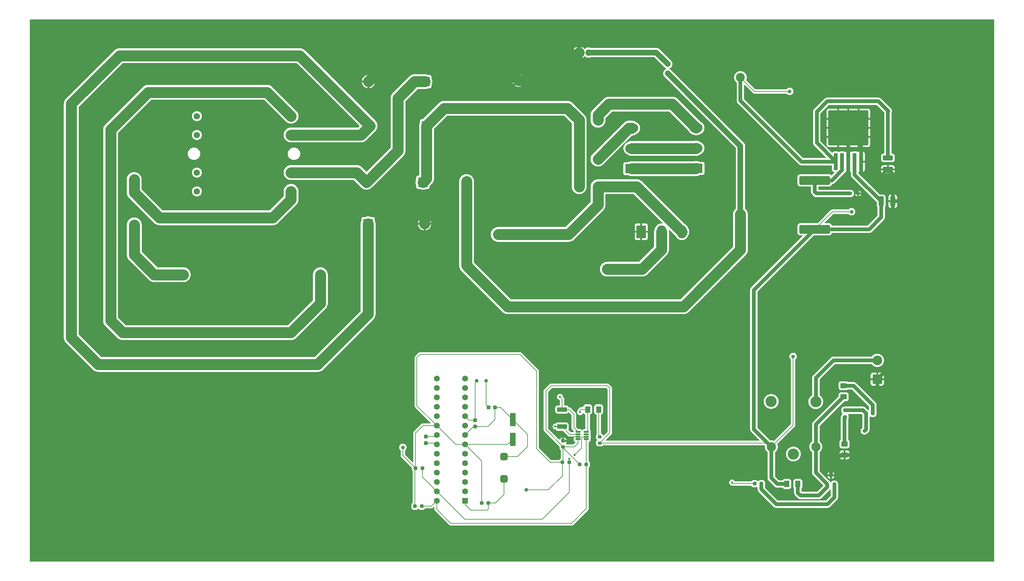
<source format=gbr>
%TF.GenerationSoftware,KiCad,Pcbnew,9.0.0*%
%TF.CreationDate,2026-02-12T20:53:49+05:30*%
%TF.ProjectId,pcb,7063622e-6b69-4636-9164-5f7063625858,rev?*%
%TF.SameCoordinates,Original*%
%TF.FileFunction,Copper,L1,Top*%
%TF.FilePolarity,Positive*%
%FSLAX46Y46*%
G04 Gerber Fmt 4.6, Leading zero omitted, Abs format (unit mm)*
G04 Created by KiCad (PCBNEW 9.0.0) date 2026-02-12 20:53:49*
%MOMM*%
%LPD*%
G01*
G04 APERTURE LIST*
G04 Aperture macros list*
%AMRoundRect*
0 Rectangle with rounded corners*
0 $1 Rounding radius*
0 $2 $3 $4 $5 $6 $7 $8 $9 X,Y pos of 4 corners*
0 Add a 4 corners polygon primitive as box body*
4,1,4,$2,$3,$4,$5,$6,$7,$8,$9,$2,$3,0*
0 Add four circle primitives for the rounded corners*
1,1,$1+$1,$2,$3*
1,1,$1+$1,$4,$5*
1,1,$1+$1,$6,$7*
1,1,$1+$1,$8,$9*
0 Add four rect primitives between the rounded corners*
20,1,$1+$1,$2,$3,$4,$5,0*
20,1,$1+$1,$4,$5,$6,$7,0*
20,1,$1+$1,$6,$7,$8,$9,0*
20,1,$1+$1,$8,$9,$2,$3,0*%
G04 Aperture macros list end*
%TA.AperFunction,SMDPad,CuDef*%
%ADD10RoundRect,0.250000X-1.075000X0.362500X-1.075000X-0.362500X1.075000X-0.362500X1.075000X0.362500X0*%
%TD*%
%TA.AperFunction,SMDPad,CuDef*%
%ADD11RoundRect,0.250001X0.624999X-0.462499X0.624999X0.462499X-0.624999X0.462499X-0.624999X-0.462499X0*%
%TD*%
%TA.AperFunction,ComponentPad*%
%ADD12C,2.400000*%
%TD*%
%TA.AperFunction,ComponentPad*%
%ADD13R,2.400000X2.400000*%
%TD*%
%TA.AperFunction,ComponentPad*%
%ADD14R,3.500000X2.500000*%
%TD*%
%TA.AperFunction,ComponentPad*%
%ADD15O,3.500000X2.500000*%
%TD*%
%TA.AperFunction,ComponentPad*%
%ADD16C,1.600000*%
%TD*%
%TA.AperFunction,ComponentPad*%
%ADD17O,1.600000X1.600000*%
%TD*%
%TA.AperFunction,SMDPad,CuDef*%
%ADD18RoundRect,0.250001X-0.462499X-0.624999X0.462499X-0.624999X0.462499X0.624999X-0.462499X0.624999X0*%
%TD*%
%TA.AperFunction,ComponentPad*%
%ADD19RoundRect,0.250000X0.550000X0.550000X-0.550000X0.550000X-0.550000X-0.550000X0.550000X-0.550000X0*%
%TD*%
%TA.AperFunction,ComponentPad*%
%ADD20R,1.700000X1.700000*%
%TD*%
%TA.AperFunction,ComponentPad*%
%ADD21C,1.700000*%
%TD*%
%TA.AperFunction,SMDPad,CuDef*%
%ADD22RoundRect,0.237500X0.250000X0.237500X-0.250000X0.237500X-0.250000X-0.237500X0.250000X-0.237500X0*%
%TD*%
%TA.AperFunction,SMDPad,CuDef*%
%ADD23RoundRect,0.250000X0.300000X-2.050000X0.300000X2.050000X-0.300000X2.050000X-0.300000X-2.050000X0*%
%TD*%
%TA.AperFunction,SMDPad,CuDef*%
%ADD24RoundRect,0.250000X2.375000X-2.025000X2.375000X2.025000X-2.375000X2.025000X-2.375000X-2.025000X0*%
%TD*%
%TA.AperFunction,SMDPad,CuDef*%
%ADD25RoundRect,0.250002X5.149998X-4.449998X5.149998X4.449998X-5.149998X4.449998X-5.149998X-4.449998X0*%
%TD*%
%TA.AperFunction,ComponentPad*%
%ADD26R,1.600000X1.600000*%
%TD*%
%TA.AperFunction,SMDPad,CuDef*%
%ADD27RoundRect,0.250000X-0.412500X-1.100000X0.412500X-1.100000X0.412500X1.100000X-0.412500X1.100000X0*%
%TD*%
%TA.AperFunction,ComponentPad*%
%ADD28C,3.000000*%
%TD*%
%TA.AperFunction,ComponentPad*%
%ADD29C,2.500000*%
%TD*%
%TA.AperFunction,SMDPad,CuDef*%
%ADD30RoundRect,0.237500X-0.237500X0.250000X-0.237500X-0.250000X0.237500X-0.250000X0.237500X0.250000X0*%
%TD*%
%TA.AperFunction,SMDPad,CuDef*%
%ADD31RoundRect,0.249999X-3.880001X0.895001X-3.880001X-0.895001X3.880001X-0.895001X3.880001X0.895001X0*%
%TD*%
%TA.AperFunction,ComponentPad*%
%ADD32R,2.600000X2.600000*%
%TD*%
%TA.AperFunction,ComponentPad*%
%ADD33O,2.600000X2.600000*%
%TD*%
%TA.AperFunction,SMDPad,CuDef*%
%ADD34RoundRect,0.237500X-0.300000X-0.237500X0.300000X-0.237500X0.300000X0.237500X-0.300000X0.237500X0*%
%TD*%
%TA.AperFunction,ComponentPad*%
%ADD35C,1.800000*%
%TD*%
%TA.AperFunction,SMDPad,CuDef*%
%ADD36RoundRect,0.200000X0.200000X-0.250000X0.200000X0.250000X-0.200000X0.250000X-0.200000X-0.250000X0*%
%TD*%
%TA.AperFunction,SMDPad,CuDef*%
%ADD37C,1.000000*%
%TD*%
%TA.AperFunction,SMDPad,CuDef*%
%ADD38RoundRect,0.225000X0.250000X-0.225000X0.250000X0.225000X-0.250000X0.225000X-0.250000X-0.225000X0*%
%TD*%
%TA.AperFunction,SMDPad,CuDef*%
%ADD39RoundRect,0.237500X-0.250000X-0.237500X0.250000X-0.237500X0.250000X0.237500X-0.250000X0.237500X0*%
%TD*%
%TA.AperFunction,SMDPad,CuDef*%
%ADD40RoundRect,0.200000X-0.275000X0.200000X-0.275000X-0.200000X0.275000X-0.200000X0.275000X0.200000X0*%
%TD*%
%TA.AperFunction,ComponentPad*%
%ADD41RoundRect,0.250000X1.050000X-1.050000X1.050000X1.050000X-1.050000X1.050000X-1.050000X-1.050000X0*%
%TD*%
%TA.AperFunction,ComponentPad*%
%ADD42C,2.600000*%
%TD*%
%TA.AperFunction,ComponentPad*%
%ADD43C,1.400000*%
%TD*%
%TA.AperFunction,ComponentPad*%
%ADD44O,1.400000X1.400000*%
%TD*%
%TA.AperFunction,SMDPad,CuDef*%
%ADD45RoundRect,0.250000X-1.100000X0.412500X-1.100000X-0.412500X1.100000X-0.412500X1.100000X0.412500X0*%
%TD*%
%TA.AperFunction,ComponentPad*%
%ADD46R,1.800000X1.800000*%
%TD*%
%TA.AperFunction,SMDPad,CuDef*%
%ADD47RoundRect,0.250000X0.550000X-1.500000X0.550000X1.500000X-0.550000X1.500000X-0.550000X-1.500000X0*%
%TD*%
%TA.AperFunction,SMDPad,CuDef*%
%ADD48RoundRect,0.125000X-0.537500X-0.125000X0.537500X-0.125000X0.537500X0.125000X-0.537500X0.125000X0*%
%TD*%
%TA.AperFunction,SMDPad,CuDef*%
%ADD49RoundRect,0.500000X0.500000X-0.500000X0.500000X0.500000X-0.500000X0.500000X-0.500000X-0.500000X0*%
%TD*%
%TA.AperFunction,ComponentPad*%
%ADD50R,2.500000X3.500000*%
%TD*%
%TA.AperFunction,ComponentPad*%
%ADD51O,2.500000X3.500000*%
%TD*%
%TA.AperFunction,SMDPad,CuDef*%
%ADD52RoundRect,0.112500X0.187500X0.112500X-0.187500X0.112500X-0.187500X-0.112500X0.187500X-0.112500X0*%
%TD*%
%TA.AperFunction,ComponentPad*%
%ADD53C,1.000000*%
%TD*%
%TA.AperFunction,SMDPad,CuDef*%
%ADD54RoundRect,0.237500X-0.237500X0.300000X-0.237500X-0.300000X0.237500X-0.300000X0.237500X0.300000X0*%
%TD*%
%TA.AperFunction,ViaPad*%
%ADD55C,0.600000*%
%TD*%
%TA.AperFunction,Conductor*%
%ADD56C,3.000000*%
%TD*%
%TA.AperFunction,Conductor*%
%ADD57C,1.500000*%
%TD*%
%TA.AperFunction,Conductor*%
%ADD58C,1.000000*%
%TD*%
%TA.AperFunction,Conductor*%
%ADD59C,0.200000*%
%TD*%
G04 APERTURE END LIST*
D10*
%TO.P,R6,1*%
%TO.N,/12V+*%
X161957500Y-120722500D03*
%TO.P,R6,2*%
%TO.N,/LIN1*%
X161957500Y-125347500D03*
%TD*%
D11*
%TO.P,D8,1,K*%
%TO.N,Net-(D8-K)*%
X237940000Y-117275000D03*
%TO.P,D8,2,A*%
%TO.N,Net-(D8-A)*%
X237940000Y-114300000D03*
%TD*%
D12*
%TO.P,F2,1*%
%TO.N,Net-(Q2-C)*%
X210110000Y-68010000D03*
%TO.P,F2,2*%
%TO.N,/12V+*%
X210110000Y-31010000D03*
%TD*%
D13*
%TO.P,C1,1*%
%TO.N,Net-(D2-K)*%
X150300000Y-39340000D03*
D12*
%TO.P,C1,2*%
%TO.N,GND_POWER*%
X150300000Y-31840000D03*
%TD*%
D14*
%TO.P,Q4,1,B*%
%TO.N,Net-(Q2-B)*%
X198150000Y-55575000D03*
D15*
%TO.P,Q4,2,C*%
%TO.N,Net-(Q2-C)*%
X198150000Y-50100000D03*
%TO.P,Q4,3,E*%
%TO.N,Net-(Q4-E)*%
X198150000Y-44625000D03*
%TD*%
D16*
%TO.P,R2,1*%
%TO.N,Net-(D2-K)*%
X166595000Y-53060000D03*
D17*
%TO.P,R2,2*%
%TO.N,Net-(Q2-E)*%
X171675000Y-53060000D03*
%TD*%
D18*
%TO.P,D9,1,K*%
%TO.N,TP_5V*%
X222615000Y-140850000D03*
%TO.P,D9,2,A*%
%TO.N,Net-(D8-K)*%
X225590000Y-140850000D03*
%TD*%
D19*
%TO.P,U4,1,~{RESET}/PC6*%
%TO.N,Net-(U4-~{RESET}{slash}PC6)*%
X135782500Y-145395000D03*
D16*
%TO.P,U4,2,PD0*%
%TO.N,unconnected-(U4-PD0-Pad2)*%
X135782500Y-142855000D03*
%TO.P,U4,3,PD1*%
%TO.N,unconnected-(U4-PD1-Pad3)*%
X135782500Y-140315000D03*
%TO.P,U4,4,PD2*%
%TO.N,unconnected-(U4-PD2-Pad4)*%
X135782500Y-137775000D03*
%TO.P,U4,5,PD3*%
%TO.N,unconnected-(U4-PD3-Pad5)*%
X135782500Y-135235000D03*
%TO.P,U4,6,PD4*%
%TO.N,unconnected-(U4-PD4-Pad6)*%
X135782500Y-132695000D03*
%TO.P,U4,7,VCC*%
%TO.N,TP_5V*%
X135782500Y-130155000D03*
%TO.P,U4,8,GND*%
%TO.N,GND_LOGIC*%
X135782500Y-127615000D03*
%TO.P,U4,9,XTAL1/PB6*%
%TO.N,Net-(U4-XTAL1{slash}PB6)*%
X135782500Y-125075000D03*
%TO.P,U4,10,XTAL2/PB7*%
%TO.N,Net-(U4-XTAL2{slash}PB7)*%
X135782500Y-122535000D03*
%TO.P,U4,11,PD5*%
%TO.N,unconnected-(U4-PD5-Pad11)*%
X135782500Y-119995000D03*
%TO.P,U4,12,PD6*%
%TO.N,unconnected-(U4-PD6-Pad12)*%
X135782500Y-117455000D03*
%TO.P,U4,13,PD7*%
%TO.N,unconnected-(U4-PD7-Pad13)*%
X135782500Y-114915000D03*
%TO.P,U4,14,PB0*%
%TO.N,/RELAY_DATA*%
X135782500Y-112375000D03*
%TO.P,U4,15,PB1*%
%TO.N,unconnected-(U4-PB1-Pad15)*%
X128162500Y-112375000D03*
%TO.P,U4,16,PB2*%
%TO.N,unconnected-(U4-PB2-Pad16)*%
X128162500Y-114915000D03*
%TO.P,U4,17,PB3*%
%TO.N,unconnected-(U4-PB3-Pad17)*%
X128162500Y-117455000D03*
%TO.P,U4,18,PB4*%
%TO.N,unconnected-(U4-PB4-Pad18)*%
X128162500Y-119995000D03*
%TO.P,U4,19,PB5*%
%TO.N,unconnected-(U4-PB5-Pad19)*%
X128162500Y-122535000D03*
%TO.P,U4,20,AVCC*%
%TO.N,TP_5V*%
X128162500Y-125075000D03*
%TO.P,U4,21,AREF*%
%TO.N,Net-(U4-AREF)*%
X128162500Y-127615000D03*
%TO.P,U4,22,GND*%
%TO.N,GND_LOGIC*%
X128162500Y-130155000D03*
%TO.P,U4,23,PC0*%
%TO.N,unconnected-(U4-PC0-Pad23)*%
X128162500Y-132695000D03*
%TO.P,U4,24,PC1*%
%TO.N,unconnected-(U4-PC1-Pad24)*%
X128162500Y-135235000D03*
%TO.P,U4,25,PC2*%
%TO.N,unconnected-(U4-PC2-Pad25)*%
X128162500Y-137775000D03*
%TO.P,U4,26,PC3*%
%TO.N,unconnected-(U4-PC3-Pad26)*%
X128162500Y-140315000D03*
%TO.P,U4,27,PC4*%
%TO.N,TP_SDA*%
X128162500Y-142855000D03*
%TO.P,U4,28,PC5*%
%TO.N,TP_SCL*%
X128162500Y-145395000D03*
%TD*%
D20*
%TO.P,T1,1,AA*%
%TO.N,Net-(J2-Pin_1)*%
X88870000Y-61790000D03*
D21*
%TO.P,T1,3,SA*%
%TO.N,Net-(D2-A)*%
X88870000Y-56710000D03*
%TO.P,T1,4,SB*%
%TO.N,Net-(D1-K)*%
X88870000Y-46550000D03*
%TO.P,T1,6,AB*%
%TO.N,Net-(T1-AB)*%
X88870000Y-41470000D03*
%TO.P,T1,7*%
%TO.N,N/C*%
X63470000Y-61790000D03*
%TO.P,T1,9*%
X63470000Y-56710000D03*
%TO.P,T1,10*%
X63470000Y-46550000D03*
%TO.P,T1,12*%
X63470000Y-41470000D03*
%TD*%
D22*
%TO.P,R10,1*%
%TO.N,TP_SCL*%
X124115000Y-146835000D03*
%TO.P,R10,2*%
%TO.N,TP_5V*%
X122290000Y-146835000D03*
%TD*%
D16*
%TO.P,R3,1*%
%TO.N,Net-(D2-K)*%
X166595000Y-60530000D03*
D17*
%TO.P,R3,2*%
%TO.N,Net-(Q2-B)*%
X171675000Y-60530000D03*
%TD*%
D12*
%TO.P,F3,1*%
%TO.N,Net-(T1-AB)*%
X96790000Y-84300000D03*
%TO.P,F3,2*%
%TO.N,Net-(J3-Pin_1)*%
X59790000Y-84300000D03*
%TD*%
D23*
%TO.P,U5,1,VIN*%
%TO.N,/12V+*%
X235830000Y-53780000D03*
%TO.P,U5,2,OUT*%
%TO.N,Net-(D10-A)*%
X237530000Y-53780000D03*
%TO.P,U5,3,GND*%
%TO.N,GND_POWER*%
X239230000Y-53780000D03*
D24*
X236455000Y-47055000D03*
X242005000Y-47055000D03*
D25*
X239230000Y-44630000D03*
D24*
X236455000Y-42205000D03*
X242005000Y-42205000D03*
D23*
%TO.P,U5,4,FB*%
%TO.N,TP_5V*%
X240930000Y-53780000D03*
%TO.P,U5,5,~{ON}/OFF*%
%TO.N,GND_POWER*%
X242630000Y-53780000D03*
%TD*%
D26*
%TO.P,C3,1*%
%TO.N,Net-(Q2-C)*%
X136222600Y-59120000D03*
D16*
%TO.P,C3,2*%
%TO.N,GND_POWER*%
X131222600Y-59120000D03*
%TD*%
D27*
%TO.P,C10,1*%
%TO.N,TP_5V*%
X248082500Y-64475000D03*
%TO.P,C10,2*%
%TO.N,GND_POWER*%
X251207500Y-64475000D03*
%TD*%
D28*
%TO.P,K1,1*%
%TO.N,/LIN1*%
X224400000Y-132750000D03*
D29*
%TO.P,K1,2*%
%TO.N,Net-(D8-K)*%
X230450000Y-130800000D03*
D28*
%TO.P,K1,3*%
%TO.N,Net-(J1-Pin_2)*%
X230450000Y-118600000D03*
%TO.P,K1,4*%
%TO.N,unconnected-(K1-Pad4)*%
X218400000Y-118550000D03*
D29*
%TO.P,K1,5*%
%TO.N,TP_5V*%
X218450000Y-130800000D03*
%TD*%
D30*
%TO.P,R12,1*%
%TO.N,TP_5V*%
X238320000Y-120937500D03*
%TO.P,R12,2*%
%TO.N,Net-(D7-A)*%
X238320000Y-122762500D03*
%TD*%
D31*
%TO.P,L1,1,1*%
%TO.N,Net-(D10-A)*%
X230135000Y-58820000D03*
%TO.P,L1,2,2*%
%TO.N,TP_5V*%
X230135000Y-72030000D03*
%TD*%
D32*
%TO.P,D4,1,K*%
%TO.N,Net-(D2-A)*%
X124970000Y-32130000D03*
D33*
%TO.P,D4,2,A*%
%TO.N,GND_POWER*%
X109730000Y-32130000D03*
%TD*%
D34*
%TO.P,C6,1*%
%TO.N,Net-(U4-XTAL1{slash}PB6)*%
X142150000Y-120155000D03*
%TO.P,C6,2*%
%TO.N,GND_LOGIC*%
X143875000Y-120155000D03*
%TD*%
D35*
%TO.P,J3,1,Pin_1*%
%TO.N,Net-(J3-Pin_1)*%
X46570000Y-70840000D03*
%TD*%
D36*
%TO.P,Q3,1,C*%
%TO.N,Net-(D8-K)*%
X233560000Y-140890000D03*
%TO.P,Q3,2,B*%
%TO.N,Net-(Q3-B)*%
X235460000Y-140890000D03*
%TO.P,Q3,3,E*%
%TO.N,GND_POWER*%
X234510000Y-138490000D03*
%TD*%
D37*
%TO.P,J4,1,Pin_1*%
%TO.N,/12V+*%
X223400000Y-34780000D03*
%TD*%
D35*
%TO.P,J2,1,Pin_1*%
%TO.N,Net-(J2-Pin_1)*%
X46540000Y-58590000D03*
%TD*%
D22*
%TO.P,R11,1*%
%TO.N,TP_SDA*%
X124275000Y-136595000D03*
%TO.P,R11,2*%
%TO.N,TP_5V*%
X122450000Y-136595000D03*
%TD*%
D38*
%TO.P,C4,1*%
%TO.N,TP_5V*%
X162237500Y-130780000D03*
%TO.P,C4,2*%
%TO.N,GND_POWER*%
X162237500Y-129230000D03*
%TD*%
D39*
%TO.P,R13,1*%
%TO.N,TP_5V*%
X243987500Y-121760000D03*
%TO.P,R13,2*%
%TO.N,Net-(D8-A)*%
X245812500Y-121760000D03*
%TD*%
D32*
%TO.P,D2,1,K*%
%TO.N,Net-(D2-K)*%
X124450000Y-59330000D03*
D33*
%TO.P,D2,2,A*%
%TO.N,Net-(D2-A)*%
X109210000Y-59330000D03*
%TD*%
D39*
%TO.P,R9,1*%
%TO.N,TP_5V*%
X140280000Y-146005000D03*
%TO.P,R9,2*%
%TO.N,Net-(U4-~{RESET}{slash}PC6)*%
X142105000Y-146005000D03*
%TD*%
D37*
%TO.P,J7,1,Pin_1*%
%TO.N,TP_5V*%
X119030000Y-130950000D03*
%TD*%
D16*
%TO.P,R1,1*%
%TO.N,Net-(D2-K)*%
X166605000Y-42550000D03*
D17*
%TO.P,R1,2*%
%TO.N,Net-(Q4-E)*%
X171685000Y-42550000D03*
%TD*%
D40*
%TO.P,R8,1*%
%TO.N,Net-(D6-A)*%
X172127500Y-128120000D03*
%TO.P,R8,2*%
%TO.N,TP_5V*%
X172127500Y-129770000D03*
%TD*%
D39*
%TO.P,R4,1*%
%TO.N,TP_5V*%
X162085000Y-134992500D03*
%TO.P,R4,2*%
%TO.N,TP_SDA*%
X163910000Y-134992500D03*
%TD*%
D41*
%TO.P,J1,1,Pin_1*%
%TO.N,GND_POWER*%
X247030000Y-112520000D03*
D42*
%TO.P,J1,2,Pin_2*%
%TO.N,Net-(J1-Pin_2)*%
X247030000Y-107440000D03*
%TD*%
D43*
%TO.P,R7,1*%
%TO.N,Net-(Q2-C)*%
X190520000Y-29920000D03*
D44*
%TO.P,R7,2*%
%TO.N,Net-(D5-A)*%
X190520000Y-27380000D03*
%TD*%
D45*
%TO.P,C9,1*%
%TO.N,/12V+*%
X249905000Y-52722500D03*
%TO.P,C9,2*%
%TO.N,GND_POWER*%
X249905000Y-55847500D03*
%TD*%
D46*
%TO.P,D5,1,K*%
%TO.N,GND_POWER*%
X166600000Y-24280000D03*
D35*
%TO.P,D5,2,A*%
%TO.N,Net-(D5-A)*%
X169140000Y-24280000D03*
%TD*%
D37*
%TO.P,J8,1,Pin_1*%
%TO.N,TP_5V*%
X152370000Y-142460000D03*
%TD*%
D26*
%TO.P,C2,1*%
%TO.N,Net-(Q2-B)*%
X144760000Y-73412380D03*
D16*
%TO.P,C2,2*%
%TO.N,GND_POWER*%
X144760000Y-68412380D03*
%TD*%
D18*
%TO.P,D6,1,K*%
%TO.N,GND_LOGIC*%
X168882500Y-120705000D03*
%TO.P,D6,2,A*%
%TO.N,Net-(D6-A)*%
X171857500Y-120705000D03*
%TD*%
D32*
%TO.P,D3,1,K*%
%TO.N,Net-(D2-K)*%
X125420000Y-44080000D03*
D33*
%TO.P,D3,2,A*%
%TO.N,Net-(D1-K)*%
X110180000Y-44080000D03*
%TD*%
D39*
%TO.P,R14,1*%
%TO.N,/RELAY_DATA*%
X213937500Y-140760000D03*
%TO.P,R14,2*%
%TO.N,Net-(Q3-B)*%
X215762500Y-140760000D03*
%TD*%
D47*
%TO.P,C5,1*%
%TO.N,TP_5V*%
X148672500Y-128815000D03*
%TO.P,C5,2*%
%TO.N,GND_LOGIC*%
X148672500Y-123415000D03*
%TD*%
D48*
%TO.P,U2,1,IN+*%
%TO.N,/12V+*%
X166257500Y-126775000D03*
%TO.P,U2,2,IN-*%
%TO.N,/LIN1*%
X166257500Y-127425000D03*
%TO.P,U2,3,GND*%
%TO.N,GND_POWER*%
X166257500Y-128075000D03*
%TO.P,U2,4,VS*%
%TO.N,TP_5V*%
X166257500Y-128725000D03*
%TO.P,U2,5,SCL*%
%TO.N,TP_SCL*%
X168532500Y-128725000D03*
%TO.P,U2,6,SDA*%
%TO.N,TP_SDA*%
X168532500Y-128075000D03*
%TO.P,U2,7,A0*%
%TO.N,GND_LOGIC*%
X168532500Y-127425000D03*
%TO.P,U2,8,A1*%
X168532500Y-126775000D03*
%TD*%
D39*
%TO.P,R5,1*%
%TO.N,TP_5V*%
X166715000Y-135552500D03*
%TO.P,R5,2*%
%TO.N,TP_SCL*%
X168540000Y-135552500D03*
%TD*%
D49*
%TO.P,SW1,1,1*%
%TO.N,Net-(U4-~{RESET}{slash}PC6)*%
X146312500Y-139445000D03*
%TO.P,SW1,2,2*%
%TO.N,GND_LOGIC*%
X146312500Y-133445000D03*
%TD*%
D11*
%TO.P,D7,1,K*%
%TO.N,GND_POWER*%
X238190000Y-133005000D03*
%TO.P,D7,2,A*%
%TO.N,Net-(D7-A)*%
X238190000Y-130030000D03*
%TD*%
D32*
%TO.P,D1,1,K*%
%TO.N,Net-(D1-K)*%
X109650000Y-70540000D03*
D33*
%TO.P,D1,2,A*%
%TO.N,GND_POWER*%
X124890000Y-70540000D03*
%TD*%
D12*
%TO.P,F1,1*%
%TO.N,Net-(U1-VO)*%
X174190000Y-82800000D03*
%TO.P,F1,2*%
%TO.N,Net-(Q2-C)*%
X137190000Y-82800000D03*
%TD*%
D50*
%TO.P,U1,1,GND*%
%TO.N,GND_POWER*%
X183350000Y-72700000D03*
D51*
%TO.P,U1,2,VO*%
%TO.N,Net-(U1-VO)*%
X188825000Y-72700000D03*
%TO.P,U1,3,VI*%
%TO.N,Net-(Q2-B)*%
X194300000Y-72700000D03*
%TD*%
D52*
%TO.P,D10,1,K*%
%TO.N,GND_POWER*%
X241835000Y-62355000D03*
%TO.P,D10,2,A*%
%TO.N,Net-(D10-A)*%
X239735000Y-62355000D03*
%TD*%
D37*
%TO.P,J6,1,Pin_1*%
%TO.N,TP_5V*%
X240090000Y-67280000D03*
%TD*%
%TO.P,J5,1,Pin_1*%
%TO.N,TP_5V*%
X224310000Y-106400000D03*
%TD*%
D14*
%TO.P,Q2,1,B*%
%TO.N,Net-(Q2-B)*%
X180780000Y-55655000D03*
D15*
%TO.P,Q2,2,C*%
%TO.N,Net-(Q2-C)*%
X180780000Y-50180000D03*
%TO.P,Q2,3,E*%
%TO.N,Net-(Q2-E)*%
X180780000Y-44705000D03*
%TD*%
D53*
%TO.P,Y1,1,1*%
%TO.N,Net-(U4-XTAL2{slash}PB7)*%
X138942500Y-112975000D03*
%TO.P,Y1,2,2*%
%TO.N,Net-(U4-XTAL1{slash}PB6)*%
X141482500Y-112975000D03*
%TD*%
D54*
%TO.P,C8,1*%
%TO.N,Net-(U4-AREF)*%
X125252500Y-128052500D03*
%TO.P,C8,2*%
%TO.N,GND_LOGIC*%
X125252500Y-129777500D03*
%TD*%
%TO.P,C7,1*%
%TO.N,Net-(U4-XTAL2{slash}PB7)*%
X138512500Y-123582500D03*
%TO.P,C7,2*%
%TO.N,GND_LOGIC*%
X138512500Y-125307500D03*
%TD*%
D55*
%TO.N,TP_5V*%
X243580000Y-126500000D03*
%TO.N,GND_LOGIC*%
X166847500Y-121442500D03*
%TO.N,GND_POWER*%
X159510000Y-97180000D03*
X159510000Y-107780000D03*
X159510000Y-115560000D03*
%TO.N,/12V+*%
X161410000Y-117300000D03*
%TO.N,/LIN1*%
X160111000Y-125321000D03*
%TO.N,TP_SDA*%
X165345000Y-133025000D03*
X163910000Y-134000000D03*
%TO.N,/RELAY_DATA*%
X207860000Y-140460000D03*
%TD*%
D56*
%TO.N,Net-(D2-K)*%
X166605000Y-53050000D02*
X166595000Y-53060000D01*
X130160000Y-39340000D02*
X125420000Y-44080000D01*
X166605000Y-42550000D02*
X166605000Y-53050000D01*
X150300000Y-39340000D02*
X163395000Y-39340000D01*
X163395000Y-39340000D02*
X166605000Y-42550000D01*
X166595000Y-53060000D02*
X166595000Y-60530000D01*
X125420000Y-44080000D02*
X125420000Y-58360000D01*
X125420000Y-58360000D02*
X124450000Y-59330000D01*
X150300000Y-39340000D02*
X130160000Y-39340000D01*
%TO.N,Net-(Q2-B)*%
X180780000Y-55655000D02*
X198070000Y-55655000D01*
X144760000Y-73412380D02*
X163727620Y-73412380D01*
X182130000Y-60530000D02*
X171675000Y-60530000D01*
X171675000Y-65435000D02*
X171675000Y-60530000D01*
X171690000Y-65450000D02*
X171675000Y-65435000D01*
X198070000Y-55655000D02*
X198150000Y-55575000D01*
X163727620Y-73412380D02*
X171690000Y-65450000D01*
X194300000Y-72700000D02*
X182130000Y-60530000D01*
%TO.N,Net-(Q2-C)*%
X210110000Y-77560000D02*
X210110000Y-68010000D01*
X194720000Y-92950000D02*
X210110000Y-77560000D01*
X136222600Y-59120000D02*
X136222600Y-81832600D01*
D57*
X190520000Y-29920000D02*
X210110000Y-49510000D01*
D56*
X198070000Y-50180000D02*
X198150000Y-50100000D01*
X136222600Y-81832600D02*
X137190000Y-82800000D01*
X137190000Y-82800000D02*
X147340000Y-92950000D01*
D57*
X210110000Y-49510000D02*
X210110000Y-68010000D01*
D56*
X147340000Y-92950000D02*
X194720000Y-92950000D01*
X180780000Y-50180000D02*
X198070000Y-50180000D01*
D58*
%TO.N,TP_5V*%
X243987500Y-126092500D02*
X243580000Y-126500000D01*
D59*
X162085000Y-134992500D02*
X158777500Y-134992500D01*
X122450000Y-127077500D02*
X124452500Y-125075000D01*
D58*
X238320000Y-120937500D02*
X243165000Y-120937500D01*
D59*
X122290000Y-146835000D02*
X122290000Y-136755000D01*
X123677500Y-105842500D02*
X122797500Y-106722500D01*
D58*
X218450000Y-131390000D02*
X218450000Y-139240000D01*
D59*
X174227500Y-114312500D02*
X159017500Y-114312500D01*
D58*
X218450000Y-130800000D02*
X213710000Y-126060000D01*
D59*
X162237500Y-134840000D02*
X162085000Y-134992500D01*
X166257500Y-129792500D02*
X165270000Y-130780000D01*
X234885000Y-67280000D02*
X230135000Y-72030000D01*
D58*
X240930000Y-57322500D02*
X248082500Y-64475000D01*
X213710000Y-126060000D02*
X213710000Y-88455000D01*
D59*
X119030000Y-133175000D02*
X122450000Y-136595000D01*
D58*
X243987500Y-121760000D02*
X243987500Y-126092500D01*
X240930000Y-53780000D02*
X240930000Y-57322500D01*
D59*
X122450000Y-136595000D02*
X122450000Y-127077500D01*
X162085000Y-138665000D02*
X162085000Y-134992500D01*
X133242500Y-130155000D02*
X128162500Y-125075000D01*
X172127500Y-129770000D02*
X217420000Y-129770000D01*
X147332500Y-130155000D02*
X135782500Y-130155000D01*
X158777500Y-134992500D02*
X155107500Y-131322500D01*
X119030000Y-130950000D02*
X119030000Y-133175000D01*
D58*
X230135000Y-72030000D02*
X244840000Y-72030000D01*
X243165000Y-120937500D02*
X243987500Y-121760000D01*
D59*
X174847500Y-127050000D02*
X174847500Y-114932500D01*
X157627500Y-126170000D02*
X162237500Y-130780000D01*
X124452500Y-125075000D02*
X128162500Y-125075000D01*
X140280000Y-146005000D02*
X140280000Y-134652500D01*
X148672500Y-128815000D02*
X147332500Y-130155000D01*
D58*
X220060000Y-140850000D02*
X222615000Y-140850000D01*
D59*
X162237500Y-130780000D02*
X162237500Y-134840000D01*
X162237500Y-131075000D02*
X162237500Y-130780000D01*
X150617500Y-105842500D02*
X123677500Y-105842500D01*
X166257500Y-128725000D02*
X166257500Y-129792500D01*
X224310000Y-124940000D02*
X218450000Y-130800000D01*
X157627500Y-115702500D02*
X157627500Y-126170000D01*
X135782500Y-130155000D02*
X133242500Y-130155000D01*
X122797500Y-119710000D02*
X128162500Y-125075000D01*
X217420000Y-129770000D02*
X218450000Y-130800000D01*
X166715000Y-135552500D02*
X162237500Y-131075000D01*
X159017500Y-114312500D02*
X157627500Y-115702500D01*
X172127500Y-129770000D02*
X174847500Y-127050000D01*
D58*
X213710000Y-88455000D02*
X230135000Y-72030000D01*
D59*
X122290000Y-136755000D02*
X122450000Y-136595000D01*
X152370000Y-142460000D02*
X158290000Y-142460000D01*
X240090000Y-67280000D02*
X234885000Y-67280000D01*
X122797500Y-106722500D02*
X122797500Y-119710000D01*
X155107500Y-131322500D02*
X155107500Y-110332500D01*
X224310000Y-106400000D02*
X224310000Y-124940000D01*
D58*
X218450000Y-130800000D02*
X218450000Y-131390000D01*
X248082500Y-68787500D02*
X248082500Y-64475000D01*
D59*
X165270000Y-130780000D02*
X162237500Y-130780000D01*
X158290000Y-142460000D02*
X162085000Y-138665000D01*
D58*
X244840000Y-72030000D02*
X248082500Y-68787500D01*
X218450000Y-139240000D02*
X220060000Y-140850000D01*
D59*
X140280000Y-134652500D02*
X135782500Y-130155000D01*
X174847500Y-114932500D02*
X174227500Y-114312500D01*
X155107500Y-110332500D02*
X150617500Y-105842500D01*
%TO.N,GND_LOGIC*%
X166847500Y-120972500D02*
X167115000Y-120705000D01*
X143875000Y-123412500D02*
X141980000Y-125307500D01*
X166847500Y-121442500D02*
X166847500Y-120972500D01*
X145412500Y-120155000D02*
X148672500Y-123415000D01*
X168882500Y-120705000D02*
X168882500Y-126425000D01*
X152662500Y-127405000D02*
X148672500Y-123415000D01*
X146312500Y-133445000D02*
X149932500Y-133445000D01*
X127785000Y-129777500D02*
X128162500Y-130155000D01*
X152662500Y-130715000D02*
X152662500Y-127405000D01*
X167115000Y-120705000D02*
X168882500Y-120705000D01*
X141980000Y-125307500D02*
X138512500Y-125307500D01*
X125252500Y-129777500D02*
X127785000Y-129777500D01*
X143875000Y-120155000D02*
X143875000Y-123412500D01*
X135782500Y-127615000D02*
X138090000Y-125307500D01*
X149932500Y-133445000D02*
X152662500Y-130715000D01*
X138090000Y-125307500D02*
X138512500Y-125307500D01*
X168882500Y-126425000D02*
X168532500Y-126775000D01*
X143875000Y-120155000D02*
X145412500Y-120155000D01*
%TO.N,Net-(U4-XTAL1{slash}PB6)*%
X141482500Y-119487500D02*
X142150000Y-120155000D01*
X141482500Y-112975000D02*
X141482500Y-119487500D01*
%TO.N,Net-(U4-XTAL2{slash}PB7)*%
X136830000Y-123582500D02*
X135782500Y-122535000D01*
X138512500Y-113405000D02*
X138942500Y-112975000D01*
X138512500Y-123582500D02*
X136830000Y-123582500D01*
X138512500Y-123582500D02*
X138512500Y-113405000D01*
%TO.N,Net-(U4-AREF)*%
X127725000Y-128052500D02*
X128162500Y-127615000D01*
X125252500Y-128052500D02*
X127725000Y-128052500D01*
D58*
%TO.N,GND_POWER*%
X258970000Y-36630000D02*
X242530000Y-20190000D01*
D59*
X162230000Y-129230000D02*
X159510000Y-126510000D01*
X166257500Y-128075000D02*
X163392500Y-128075000D01*
D58*
X247030000Y-112520000D02*
X247030000Y-115710000D01*
X251207500Y-64475000D02*
X256845000Y-64475000D01*
X251207500Y-57150000D02*
X249905000Y-55847500D01*
X251207500Y-108342500D02*
X247030000Y-112520000D01*
D56*
X144760000Y-68412380D02*
X144760000Y-54410000D01*
X124890000Y-70540000D02*
X124890000Y-65452600D01*
X140670000Y-50320000D02*
X135400000Y-50320000D01*
X158979000Y-31840000D02*
X166539000Y-24280000D01*
D58*
X250570000Y-131540000D02*
X249105000Y-133005000D01*
D56*
X143440000Y-24980000D02*
X150300000Y-31840000D01*
X144760000Y-54410000D02*
X140670000Y-50320000D01*
X109730000Y-32130000D02*
X116880000Y-24980000D01*
D58*
X242630000Y-53780000D02*
X242630000Y-47680000D01*
D56*
X150300000Y-31840000D02*
X158979000Y-31840000D01*
D59*
X159510000Y-126510000D02*
X159510000Y-115560000D01*
D58*
X251207500Y-64475000D02*
X251207500Y-108342500D01*
X243445000Y-57765000D02*
X242630000Y-56950000D01*
X234510000Y-135710000D02*
X234510000Y-138490000D01*
D59*
X159510000Y-97180000D02*
X159510000Y-97130000D01*
D58*
X242630000Y-47680000D02*
X242005000Y-47055000D01*
X247030000Y-115710000D02*
X250570000Y-119250000D01*
X239230000Y-53780000D02*
X239230000Y-44630000D01*
D59*
X159510000Y-107780000D02*
X159510000Y-97180000D01*
D58*
X241835000Y-62355000D02*
X239230000Y-59750000D01*
D56*
X116880000Y-24980000D02*
X143440000Y-24980000D01*
X124890000Y-65452600D02*
X131222600Y-59120000D01*
D58*
X166600000Y-21170000D02*
X166600000Y-24280000D01*
X238190000Y-133005000D02*
X237215000Y-133005000D01*
X258970000Y-62350000D02*
X258970000Y-36630000D01*
D59*
X163392500Y-128075000D02*
X162237500Y-129230000D01*
X162237500Y-129230000D02*
X162230000Y-129230000D01*
D58*
X242530000Y-20190000D02*
X167580000Y-20190000D01*
X167580000Y-20190000D02*
X166600000Y-21170000D01*
D56*
X135400000Y-50320000D02*
X131222600Y-54497400D01*
D58*
X247987500Y-57765000D02*
X243445000Y-57765000D01*
X256845000Y-64475000D02*
X258970000Y-62350000D01*
X249905000Y-55847500D02*
X247987500Y-57765000D01*
X237215000Y-133005000D02*
X234510000Y-135710000D01*
X249105000Y-133005000D02*
X238190000Y-133005000D01*
D56*
X131222600Y-54497400D02*
X131222600Y-59120000D01*
D58*
X251207500Y-64475000D02*
X251207500Y-57150000D01*
X250570000Y-119250000D02*
X250570000Y-131540000D01*
X242630000Y-56950000D02*
X242630000Y-53780000D01*
X239230000Y-59750000D02*
X239230000Y-53780000D01*
D56*
%TO.N,Net-(D1-K)*%
X29560000Y-101230000D02*
X36880000Y-108550000D01*
X110180000Y-44080000D02*
X91240000Y-25140000D01*
X91240000Y-25140000D02*
X42570000Y-25140000D01*
X88870000Y-46550000D02*
X107710000Y-46550000D01*
X29560000Y-38150000D02*
X29560000Y-101230000D01*
X107710000Y-46550000D02*
X110180000Y-44080000D01*
X42570000Y-25140000D02*
X29560000Y-38150000D01*
X96060000Y-108550000D02*
X109650000Y-94960000D01*
X109650000Y-94960000D02*
X109650000Y-70540000D01*
X36880000Y-108550000D02*
X96060000Y-108550000D01*
%TO.N,Net-(D2-A)*%
X106590000Y-56710000D02*
X109210000Y-59330000D01*
X88870000Y-56710000D02*
X106590000Y-56710000D01*
X122220000Y-32130000D02*
X117720000Y-36630000D01*
X124970000Y-32130000D02*
X122220000Y-32130000D01*
X117720000Y-50820000D02*
X109210000Y-59330000D01*
X117720000Y-36630000D02*
X117720000Y-50820000D01*
D57*
%TO.N,Net-(D5-A)*%
X169140000Y-24280000D02*
X187420000Y-24280000D01*
X187420000Y-24280000D02*
X190520000Y-27380000D01*
D59*
%TO.N,Net-(D6-A)*%
X171857500Y-120705000D02*
X171857500Y-127850000D01*
X171857500Y-127850000D02*
X172127500Y-128120000D01*
D58*
%TO.N,Net-(D7-A)*%
X238190000Y-122892500D02*
X238320000Y-122762500D01*
X238190000Y-130030000D02*
X238190000Y-122892500D01*
%TO.N,Net-(D8-K)*%
X230450000Y-130800000D02*
X230450000Y-137780000D01*
X230450000Y-137780000D02*
X233560000Y-140890000D01*
X233560000Y-141650000D02*
X233560000Y-140890000D01*
X225590000Y-143230000D02*
X226330000Y-143970000D01*
X237940000Y-117275000D02*
X230450000Y-124765000D01*
X226330000Y-143970000D02*
X231240000Y-143970000D01*
X230450000Y-124765000D02*
X230450000Y-130800000D01*
X225590000Y-140850000D02*
X225590000Y-143230000D01*
X231240000Y-143970000D02*
X233560000Y-141650000D01*
%TO.N,Net-(D8-A)*%
X240610000Y-114300000D02*
X237940000Y-114300000D01*
X245812500Y-121760000D02*
X245812500Y-119502500D01*
X245812500Y-119502500D02*
X240610000Y-114300000D01*
%TO.N,Net-(D10-A)*%
X230605000Y-62355000D02*
X230135000Y-61885000D01*
X239735000Y-62355000D02*
X230605000Y-62355000D01*
X237530000Y-56080000D02*
X237530000Y-53780000D01*
X234790000Y-58820000D02*
X237530000Y-56080000D01*
X230135000Y-61885000D02*
X230135000Y-58820000D01*
X230135000Y-58820000D02*
X234790000Y-58820000D01*
D56*
%TO.N,Net-(U1-VO)*%
X188825000Y-77525000D02*
X188825000Y-72700000D01*
X183550000Y-82800000D02*
X188825000Y-77525000D01*
X174190000Y-82800000D02*
X183550000Y-82800000D01*
D58*
%TO.N,/12V+*%
X226590000Y-53780000D02*
X210110000Y-37300000D01*
D59*
X213880000Y-34780000D02*
X210110000Y-31010000D01*
X163902500Y-120722500D02*
X161957500Y-120722500D01*
X165160000Y-125677500D02*
X165160000Y-121980000D01*
D58*
X210110000Y-37300000D02*
X210110000Y-31010000D01*
D59*
X165160000Y-121980000D02*
X163902500Y-120722500D01*
D58*
X247305000Y-37435000D02*
X233565000Y-37435000D01*
D59*
X161957500Y-117847500D02*
X161410000Y-117300000D01*
D58*
X249995000Y-40125000D02*
X247305000Y-37435000D01*
X249905000Y-52722500D02*
X249905000Y-40215000D01*
D59*
X166257500Y-126775000D02*
X165160000Y-125677500D01*
D58*
X249905000Y-40215000D02*
X249995000Y-40125000D01*
X235830000Y-53780000D02*
X226590000Y-53780000D01*
X230695000Y-48645000D02*
X235830000Y-53780000D01*
D59*
X161957500Y-120722500D02*
X161957500Y-117847500D01*
X223400000Y-34780000D02*
X213880000Y-34780000D01*
D58*
X230695000Y-40305000D02*
X230695000Y-48645000D01*
X233565000Y-37435000D02*
X230695000Y-40305000D01*
D56*
%TO.N,Net-(T1-AB)*%
X96790000Y-84300000D02*
X96790000Y-92010000D01*
X40205000Y-96735000D02*
X40205000Y-45125000D01*
X88865000Y-99935000D02*
X43405000Y-99935000D01*
X50295000Y-35035000D02*
X82435000Y-35035000D01*
X96790000Y-92010000D02*
X88865000Y-99935000D01*
X82435000Y-35035000D02*
X88870000Y-41470000D01*
X40205000Y-45125000D02*
X50295000Y-35035000D01*
X43405000Y-99935000D02*
X40205000Y-96735000D01*
%TO.N,Net-(J3-Pin_1)*%
X51940000Y-84300000D02*
X59790000Y-84300000D01*
X46570000Y-78930000D02*
X51940000Y-84300000D01*
X46570000Y-70840000D02*
X46570000Y-78930000D01*
D58*
%TO.N,Net-(J1-Pin_2)*%
X230450000Y-118600000D02*
X230450000Y-112180000D01*
X235190000Y-107440000D02*
X247030000Y-107440000D01*
X230450000Y-112180000D02*
X235190000Y-107440000D01*
D59*
%TO.N,/LIN1*%
X166257500Y-127425000D02*
X164035000Y-127425000D01*
X164035000Y-127425000D02*
X161957500Y-125347500D01*
X160111000Y-125321000D02*
X161931000Y-125321000D01*
X161931000Y-125321000D02*
X161957500Y-125347500D01*
D56*
%TO.N,Net-(Q2-E)*%
X180030000Y-44705000D02*
X171675000Y-53060000D01*
X180780000Y-44705000D02*
X180030000Y-44705000D01*
D58*
%TO.N,Net-(Q3-B)*%
X215762500Y-142282500D02*
X219780000Y-146300000D01*
X235460000Y-144420000D02*
X235460000Y-140890000D01*
X233580000Y-146300000D02*
X235460000Y-144420000D01*
X219780000Y-146300000D02*
X233580000Y-146300000D01*
X215762500Y-140760000D02*
X215762500Y-142282500D01*
D56*
%TO.N,Net-(Q4-E)*%
X191735000Y-38210000D02*
X198150000Y-44625000D01*
X174630000Y-38210000D02*
X191735000Y-38210000D01*
X171685000Y-42550000D02*
X171685000Y-41155000D01*
X171685000Y-41155000D02*
X174630000Y-38210000D01*
D59*
%TO.N,TP_SDA*%
X165345000Y-133025000D02*
X165280000Y-133090000D01*
X167221000Y-128519000D02*
X167221000Y-131149000D01*
X156627500Y-150402500D02*
X163910000Y-143120000D01*
X167665000Y-128075000D02*
X167221000Y-128519000D01*
X163910000Y-134992500D02*
X163910000Y-134000000D01*
X167221000Y-131149000D02*
X165345000Y-133025000D01*
X135710000Y-150402500D02*
X156627500Y-150402500D01*
X128162500Y-142855000D02*
X135710000Y-150402500D01*
X163910000Y-143120000D02*
X163910000Y-134992500D01*
X124275000Y-138967500D02*
X128162500Y-142855000D01*
X168532500Y-128075000D02*
X167665000Y-128075000D01*
X124275000Y-136595000D02*
X124275000Y-138967500D01*
X168532500Y-128075000D02*
X169150918Y-128075000D01*
%TO.N,TP_SCL*%
X124115000Y-146835000D02*
X126722500Y-146835000D01*
X168540000Y-135552500D02*
X168540000Y-147540000D01*
X128162500Y-147657500D02*
X128162500Y-145395000D01*
X168540000Y-147540000D02*
X164627500Y-151452500D01*
X168540000Y-135552500D02*
X168540000Y-128732500D01*
X126722500Y-146835000D02*
X128162500Y-145395000D01*
X131957500Y-151452500D02*
X128162500Y-147657500D01*
X168540000Y-128732500D02*
X168532500Y-128725000D01*
X164627500Y-151452500D02*
X131957500Y-151452500D01*
%TO.N,Net-(U4-~{RESET}{slash}PC6)*%
X146312500Y-143685000D02*
X146312500Y-139445000D01*
X142105000Y-147625000D02*
X141787500Y-147942500D01*
X137317500Y-147942500D02*
X135782500Y-146407500D01*
X141787500Y-147942500D02*
X137317500Y-147942500D01*
X143992500Y-146005000D02*
X146312500Y-143685000D01*
X142105000Y-146005000D02*
X143992500Y-146005000D01*
X135782500Y-146407500D02*
X135782500Y-145395000D01*
X142105000Y-146005000D02*
X142105000Y-147625000D01*
%TO.N,/RELAY_DATA*%
X207860000Y-140460000D02*
X208160000Y-140760000D01*
X208160000Y-140760000D02*
X213937500Y-140760000D01*
D56*
%TO.N,Net-(J2-Pin_1)*%
X88870000Y-64000000D02*
X88870000Y-61790000D01*
X46540000Y-62080000D02*
X53385000Y-68925000D01*
X53385000Y-68925000D02*
X83945000Y-68925000D01*
X83945000Y-68925000D02*
X88870000Y-64000000D01*
X46540000Y-58590000D02*
X46540000Y-62080000D01*
%TD*%
%TA.AperFunction,Conductor*%
%TO.N,GND_POWER*%
G36*
X278472539Y-15320185D02*
G01*
X278518294Y-15372989D01*
X278529500Y-15424500D01*
X278529500Y-161695500D01*
X278509815Y-161762539D01*
X278457011Y-161808294D01*
X278405500Y-161819500D01*
X18544500Y-161819500D01*
X18477461Y-161799815D01*
X18431706Y-161747011D01*
X18420500Y-161695500D01*
X18420500Y-131048543D01*
X118029499Y-131048543D01*
X118067947Y-131241829D01*
X118067950Y-131241839D01*
X118143364Y-131423907D01*
X118143371Y-131423920D01*
X118252860Y-131587781D01*
X118252863Y-131587785D01*
X118393181Y-131728103D01*
X118426666Y-131789426D01*
X118429500Y-131815784D01*
X118429500Y-133088330D01*
X118429499Y-133088348D01*
X118429499Y-133254054D01*
X118429498Y-133254054D01*
X118430689Y-133258497D01*
X118470423Y-133406785D01*
X118470424Y-133406787D01*
X118470423Y-133406787D01*
X118480094Y-133423536D01*
X118480095Y-133423537D01*
X118549477Y-133543712D01*
X118549481Y-133543717D01*
X118668349Y-133662585D01*
X118668355Y-133662590D01*
X121425681Y-136419916D01*
X121459166Y-136481239D01*
X121462000Y-136507597D01*
X121462000Y-136881669D01*
X121462001Y-136881687D01*
X121472325Y-136982752D01*
X121526592Y-137146515D01*
X121526593Y-137146518D01*
X121560895Y-137202129D01*
X121606680Y-137276360D01*
X121617161Y-137293351D01*
X121653181Y-137329371D01*
X121686666Y-137390694D01*
X121689500Y-137417052D01*
X121689500Y-145877388D01*
X121669815Y-145944427D01*
X121630598Y-145982926D01*
X121579150Y-146014659D01*
X121457161Y-146136648D01*
X121366593Y-146283481D01*
X121366591Y-146283486D01*
X121340077Y-146363501D01*
X121312326Y-146447247D01*
X121312326Y-146447248D01*
X121312325Y-146447248D01*
X121302000Y-146548315D01*
X121302000Y-147121669D01*
X121302001Y-147121687D01*
X121312325Y-147222752D01*
X121366592Y-147386515D01*
X121366593Y-147386518D01*
X121380315Y-147408765D01*
X121457160Y-147533350D01*
X121579150Y-147655340D01*
X121725984Y-147745908D01*
X121889747Y-147800174D01*
X121990823Y-147810500D01*
X122589176Y-147810499D01*
X122589184Y-147810498D01*
X122589187Y-147810498D01*
X122644530Y-147804844D01*
X122690253Y-147800174D01*
X122854016Y-147745908D01*
X123000850Y-147655340D01*
X123114819Y-147541371D01*
X123176142Y-147507886D01*
X123245834Y-147512870D01*
X123290181Y-147541371D01*
X123404150Y-147655340D01*
X123550984Y-147745908D01*
X123714747Y-147800174D01*
X123815823Y-147810500D01*
X124414176Y-147810499D01*
X124414184Y-147810498D01*
X124414187Y-147810498D01*
X124469530Y-147804844D01*
X124515253Y-147800174D01*
X124679016Y-147745908D01*
X124825850Y-147655340D01*
X124947840Y-147533350D01*
X124971862Y-147494404D01*
X125023810Y-147447679D01*
X125077401Y-147435500D01*
X126635831Y-147435500D01*
X126635847Y-147435501D01*
X126643443Y-147435501D01*
X126801554Y-147435501D01*
X126801557Y-147435501D01*
X126954285Y-147394577D01*
X127004404Y-147365639D01*
X127091216Y-147315520D01*
X127203020Y-147203716D01*
X127203021Y-147203713D01*
X127350322Y-147056412D01*
X127411642Y-147022930D01*
X127481334Y-147027914D01*
X127537267Y-147069786D01*
X127561684Y-147135250D01*
X127562000Y-147144096D01*
X127562000Y-147570830D01*
X127561999Y-147570848D01*
X127561999Y-147736554D01*
X127561998Y-147736554D01*
X127602923Y-147889285D01*
X127614142Y-147908716D01*
X127614143Y-147908719D01*
X127681975Y-148026209D01*
X127681981Y-148026217D01*
X127800849Y-148145085D01*
X127800855Y-148145090D01*
X131472639Y-151816874D01*
X131472649Y-151816885D01*
X131476979Y-151821215D01*
X131476980Y-151821216D01*
X131588784Y-151933020D01*
X131588786Y-151933021D01*
X131588790Y-151933024D01*
X131725709Y-152012073D01*
X131725716Y-152012077D01*
X131837519Y-152042034D01*
X131878442Y-152053000D01*
X131878443Y-152053000D01*
X164540831Y-152053000D01*
X164540847Y-152053001D01*
X164548443Y-152053001D01*
X164706554Y-152053001D01*
X164706557Y-152053001D01*
X164859285Y-152012077D01*
X164909404Y-151983139D01*
X164996216Y-151933020D01*
X165108020Y-151821216D01*
X165108020Y-151821214D01*
X165118228Y-151811007D01*
X165118229Y-151811004D01*
X169020520Y-147908716D01*
X169099577Y-147771784D01*
X169140501Y-147619057D01*
X169140501Y-147460942D01*
X169140501Y-147453347D01*
X169140500Y-147453329D01*
X169140500Y-140381153D01*
X207059500Y-140381153D01*
X207059500Y-140538846D01*
X207090261Y-140693489D01*
X207090264Y-140693501D01*
X207150602Y-140839172D01*
X207150609Y-140839185D01*
X207238210Y-140970288D01*
X207238213Y-140970292D01*
X207349707Y-141081786D01*
X207349711Y-141081789D01*
X207480814Y-141169390D01*
X207480827Y-141169397D01*
X207626498Y-141229735D01*
X207626503Y-141229737D01*
X207781153Y-141260499D01*
X207781156Y-141260500D01*
X207781158Y-141260500D01*
X207792665Y-141260500D01*
X207854665Y-141277113D01*
X207897384Y-141301776D01*
X207928215Y-141319577D01*
X208080943Y-141360500D01*
X212975099Y-141360500D01*
X213042138Y-141380185D01*
X213080638Y-141419404D01*
X213104660Y-141458350D01*
X213226650Y-141580340D01*
X213373484Y-141670908D01*
X213537247Y-141725174D01*
X213638323Y-141735500D01*
X214236676Y-141735499D01*
X214236684Y-141735498D01*
X214236687Y-141735498D01*
X214292030Y-141729844D01*
X214337753Y-141725174D01*
X214501516Y-141670908D01*
X214572903Y-141626875D01*
X214640295Y-141608435D01*
X214706959Y-141629357D01*
X214751728Y-141682999D01*
X214762000Y-141732414D01*
X214762000Y-142381044D01*
X214800447Y-142574328D01*
X214800450Y-142574340D01*
X214807904Y-142592334D01*
X214875866Y-142756411D01*
X214875871Y-142756420D01*
X214985360Y-142920281D01*
X214985363Y-142920285D01*
X215129037Y-143063959D01*
X215129059Y-143063979D01*
X218999735Y-146934655D01*
X218999764Y-146934686D01*
X219142214Y-147077136D01*
X219142218Y-147077139D01*
X219306079Y-147186628D01*
X219306092Y-147186635D01*
X219434833Y-147239961D01*
X219477744Y-147257735D01*
X219488164Y-147262051D01*
X219584812Y-147281275D01*
X219633135Y-147290887D01*
X219681458Y-147300500D01*
X219681459Y-147300500D01*
X233678542Y-147300500D01*
X233709566Y-147294328D01*
X233775188Y-147281275D01*
X233871836Y-147262051D01*
X233925165Y-147239961D01*
X234053914Y-147186632D01*
X234217782Y-147077139D01*
X234357139Y-146937782D01*
X234357139Y-146937780D01*
X234367347Y-146927573D01*
X234367348Y-146927570D01*
X236237139Y-145057782D01*
X236256843Y-145028292D01*
X236295459Y-144970501D01*
X236295459Y-144970500D01*
X236307523Y-144952445D01*
X236346632Y-144893914D01*
X236422051Y-144711835D01*
X236442749Y-144607779D01*
X236460500Y-144518543D01*
X236460500Y-140791456D01*
X236422052Y-140598170D01*
X236422051Y-140598169D01*
X236422051Y-140598165D01*
X236410000Y-140569071D01*
X236346635Y-140416092D01*
X236346633Y-140416089D01*
X236346632Y-140416086D01*
X236310736Y-140362364D01*
X236307590Y-140356681D01*
X236307362Y-140356820D01*
X236303478Y-140350396D01*
X236303478Y-140350394D01*
X236215472Y-140204815D01*
X236215470Y-140204813D01*
X236215469Y-140204811D01*
X236095188Y-140084530D01*
X236089053Y-140080821D01*
X235949606Y-139996522D01*
X235949604Y-139996521D01*
X235949602Y-139996520D01*
X235949603Y-139996520D01*
X235824894Y-139957660D01*
X235814332Y-139953836D01*
X235804373Y-139949711D01*
X235780111Y-139939661D01*
X235751836Y-139927949D01*
X235751828Y-139927947D01*
X235558543Y-139889500D01*
X235558541Y-139889500D01*
X235361459Y-139889500D01*
X235361457Y-139889500D01*
X235168171Y-139927947D01*
X235168168Y-139927948D01*
X235168166Y-139927948D01*
X235168165Y-139927949D01*
X235105659Y-139953838D01*
X235095105Y-139957660D01*
X234970396Y-139996521D01*
X234970394Y-139996521D01*
X234970394Y-139996522D01*
X234936286Y-140017141D01*
X234824811Y-140084530D01*
X234704531Y-140204810D01*
X234704528Y-140204814D01*
X234616115Y-140351065D01*
X234564587Y-140398252D01*
X234495728Y-140410090D01*
X234431399Y-140382821D01*
X234403882Y-140351064D01*
X234403479Y-140350397D01*
X234403478Y-140350394D01*
X234315472Y-140204815D01*
X234315470Y-140204813D01*
X234315469Y-140204811D01*
X234195189Y-140084531D01*
X234195185Y-140084528D01*
X234142988Y-140052973D01*
X234119458Y-140034538D01*
X232881502Y-138796582D01*
X233610001Y-138796582D01*
X233616408Y-138867102D01*
X233616409Y-138867107D01*
X233666981Y-139029396D01*
X233754927Y-139174877D01*
X233875122Y-139295072D01*
X234020604Y-139383019D01*
X234020603Y-139383019D01*
X234182894Y-139433590D01*
X234182893Y-139433590D01*
X234253408Y-139439998D01*
X234253426Y-139439999D01*
X234760000Y-139439999D01*
X234766581Y-139439999D01*
X234837102Y-139433591D01*
X234837107Y-139433590D01*
X234999396Y-139383018D01*
X235144877Y-139295072D01*
X235265072Y-139174877D01*
X235353019Y-139029395D01*
X235403590Y-138867106D01*
X235410000Y-138796572D01*
X235410000Y-138740000D01*
X234760000Y-138740000D01*
X234760000Y-139439999D01*
X234253426Y-139439999D01*
X234259999Y-139439998D01*
X234260000Y-139439998D01*
X234260000Y-138740000D01*
X233610001Y-138740000D01*
X233610001Y-138796582D01*
X232881502Y-138796582D01*
X232268347Y-138183427D01*
X233610000Y-138183427D01*
X233610000Y-138240000D01*
X234260000Y-138240000D01*
X234760000Y-138240000D01*
X235409999Y-138240000D01*
X235409999Y-138183417D01*
X235403591Y-138112897D01*
X235403590Y-138112892D01*
X235353018Y-137950603D01*
X235265072Y-137805122D01*
X235144877Y-137684927D01*
X234999395Y-137596980D01*
X234999396Y-137596980D01*
X234837105Y-137546409D01*
X234837106Y-137546409D01*
X234766572Y-137540000D01*
X234760000Y-137540000D01*
X234760000Y-138240000D01*
X234260000Y-138240000D01*
X234260000Y-137540000D01*
X234259999Y-137539999D01*
X234253436Y-137540000D01*
X234253417Y-137540001D01*
X234182897Y-137546408D01*
X234182892Y-137546409D01*
X234020603Y-137596981D01*
X233875122Y-137684927D01*
X233754927Y-137805122D01*
X233666980Y-137950604D01*
X233616409Y-138112893D01*
X233610000Y-138183427D01*
X232268347Y-138183427D01*
X231486819Y-137401899D01*
X231453334Y-137340576D01*
X231450500Y-137314218D01*
X231450500Y-133517485D01*
X236815000Y-133517485D01*
X236825493Y-133620189D01*
X236825494Y-133620196D01*
X236880641Y-133786618D01*
X236880643Y-133786623D01*
X236972684Y-133935844D01*
X237096655Y-134059815D01*
X237245876Y-134151856D01*
X237245881Y-134151858D01*
X237412303Y-134207005D01*
X237412310Y-134207006D01*
X237515014Y-134217499D01*
X237515027Y-134217500D01*
X237940000Y-134217500D01*
X238440000Y-134217500D01*
X238864973Y-134217500D01*
X238864985Y-134217499D01*
X238967689Y-134207006D01*
X238967696Y-134207005D01*
X239134118Y-134151858D01*
X239134123Y-134151856D01*
X239283344Y-134059815D01*
X239407315Y-133935844D01*
X239499356Y-133786623D01*
X239499358Y-133786618D01*
X239554505Y-133620196D01*
X239554506Y-133620189D01*
X239564999Y-133517485D01*
X239565000Y-133517472D01*
X239565000Y-133255000D01*
X238440000Y-133255000D01*
X238440000Y-134217500D01*
X237940000Y-134217500D01*
X237940000Y-133255000D01*
X236815000Y-133255000D01*
X236815000Y-133517485D01*
X231450500Y-133517485D01*
X231450500Y-132492514D01*
X236815000Y-132492514D01*
X236815000Y-132755000D01*
X237940000Y-132755000D01*
X238440000Y-132755000D01*
X239565000Y-132755000D01*
X239565000Y-132492527D01*
X239564999Y-132492514D01*
X239554506Y-132389810D01*
X239554505Y-132389803D01*
X239499358Y-132223381D01*
X239499356Y-132223376D01*
X239407315Y-132074155D01*
X239283344Y-131950184D01*
X239134123Y-131858143D01*
X239134118Y-131858141D01*
X238967696Y-131802994D01*
X238967689Y-131802993D01*
X238864985Y-131792500D01*
X238440000Y-131792500D01*
X238440000Y-132755000D01*
X237940000Y-132755000D01*
X237940000Y-131792500D01*
X237515014Y-131792500D01*
X237412310Y-131802993D01*
X237412303Y-131802994D01*
X237245881Y-131858141D01*
X237245876Y-131858143D01*
X237096655Y-131950184D01*
X236972684Y-132074155D01*
X236880643Y-132223376D01*
X236880641Y-132223381D01*
X236825494Y-132389803D01*
X236825493Y-132389810D01*
X236815000Y-132492514D01*
X231450500Y-132492514D01*
X231450500Y-132299896D01*
X231470185Y-132232857D01*
X231499014Y-132201520D01*
X231532494Y-132175829D01*
X231606661Y-132118919D01*
X231651425Y-132074155D01*
X231768911Y-131956670D01*
X231768914Y-131956665D01*
X231768919Y-131956661D01*
X231908611Y-131774612D01*
X232023344Y-131575888D01*
X232111158Y-131363887D01*
X232170548Y-131142238D01*
X232200500Y-130914734D01*
X232200500Y-130685266D01*
X232170548Y-130457762D01*
X232111158Y-130236113D01*
X232055588Y-130101956D01*
X232023349Y-130024123D01*
X232023346Y-130024117D01*
X232023344Y-130024112D01*
X231908611Y-129825388D01*
X231908608Y-129825385D01*
X231908607Y-129825382D01*
X231768918Y-129643338D01*
X231699562Y-129573982D01*
X231606661Y-129481081D01*
X231499012Y-129398478D01*
X231457810Y-129342050D01*
X231450500Y-129300103D01*
X231450500Y-125230782D01*
X231470185Y-125163743D01*
X231486819Y-125143101D01*
X238105602Y-118524319D01*
X238166925Y-118490834D01*
X238193283Y-118488000D01*
X238615003Y-118488000D01*
X238615008Y-118488000D01*
X238717797Y-118477499D01*
X238884334Y-118422314D01*
X239033655Y-118330211D01*
X239157711Y-118206155D01*
X239249814Y-118056834D01*
X239304999Y-117890297D01*
X239315500Y-117787508D01*
X239315500Y-116762492D01*
X239304999Y-116659703D01*
X239249814Y-116493166D01*
X239231228Y-116463034D01*
X239157713Y-116343848D01*
X239157710Y-116343844D01*
X239033655Y-116219789D01*
X239033651Y-116219786D01*
X238884337Y-116127687D01*
X238884335Y-116127686D01*
X238801065Y-116100093D01*
X238717797Y-116072501D01*
X238717795Y-116072500D01*
X238615015Y-116062000D01*
X238615008Y-116062000D01*
X237264992Y-116062000D01*
X237264984Y-116062000D01*
X237162204Y-116072500D01*
X237162203Y-116072501D01*
X236995664Y-116127686D01*
X236995662Y-116127687D01*
X236846348Y-116219786D01*
X236846344Y-116219789D01*
X236722289Y-116343844D01*
X236722286Y-116343848D01*
X236630187Y-116493162D01*
X236630186Y-116493164D01*
X236575001Y-116659703D01*
X236575000Y-116659704D01*
X236564500Y-116762484D01*
X236564500Y-117184217D01*
X236544815Y-117251256D01*
X236528181Y-117271898D01*
X229812220Y-123987859D01*
X229812218Y-123987861D01*
X229767328Y-124032751D01*
X229672859Y-124127219D01*
X229563371Y-124291079D01*
X229563364Y-124291092D01*
X229521449Y-124392287D01*
X229521449Y-124392288D01*
X229487949Y-124473164D01*
X229487683Y-124474501D01*
X229449500Y-124666454D01*
X229449500Y-129300103D01*
X229429815Y-129367142D01*
X229400988Y-129398478D01*
X229293339Y-129481081D01*
X229131081Y-129643338D01*
X228991392Y-129825382D01*
X228876657Y-130024109D01*
X228876650Y-130024123D01*
X228788842Y-130236112D01*
X228729453Y-130457759D01*
X228729451Y-130457770D01*
X228699500Y-130685258D01*
X228699500Y-130914741D01*
X228719349Y-131065498D01*
X228729452Y-131142238D01*
X228775393Y-131313694D01*
X228788842Y-131363887D01*
X228876650Y-131575876D01*
X228876656Y-131575888D01*
X228943240Y-131691216D01*
X228991392Y-131774617D01*
X229131081Y-131956661D01*
X229131089Y-131956670D01*
X229293333Y-132118914D01*
X229293340Y-132118920D01*
X229400986Y-132201520D01*
X229442189Y-132257948D01*
X229449500Y-132299896D01*
X229449500Y-137878541D01*
X229449500Y-137878543D01*
X229449499Y-137878543D01*
X229487947Y-138071829D01*
X229487950Y-138071839D01*
X229563364Y-138253907D01*
X229563371Y-138253920D01*
X229672860Y-138417781D01*
X229672863Y-138417785D01*
X229816537Y-138561459D01*
X229816559Y-138561479D01*
X232437398Y-141182318D01*
X232470883Y-141243641D01*
X232465899Y-141313333D01*
X232437398Y-141357680D01*
X230861899Y-142933181D01*
X230800576Y-142966666D01*
X230774218Y-142969500D01*
X226795782Y-142969500D01*
X226766341Y-142960855D01*
X226736355Y-142954332D01*
X226731339Y-142950577D01*
X226728743Y-142949815D01*
X226708101Y-142933181D01*
X226626819Y-142851899D01*
X226593334Y-142790576D01*
X226590500Y-142764218D01*
X226590500Y-142049728D01*
X226610185Y-141982689D01*
X226626819Y-141962047D01*
X226645211Y-141943655D01*
X226737314Y-141794334D01*
X226792499Y-141627797D01*
X226803000Y-141525008D01*
X226803000Y-140174992D01*
X226792499Y-140072203D01*
X226737314Y-139905666D01*
X226720114Y-139877781D01*
X226645213Y-139756348D01*
X226645210Y-139756344D01*
X226521155Y-139632289D01*
X226521151Y-139632286D01*
X226371837Y-139540187D01*
X226371835Y-139540186D01*
X226288565Y-139512593D01*
X226205297Y-139485001D01*
X226205295Y-139485000D01*
X226102515Y-139474500D01*
X226102508Y-139474500D01*
X225077492Y-139474500D01*
X225077484Y-139474500D01*
X224974704Y-139485000D01*
X224974703Y-139485001D01*
X224808164Y-139540186D01*
X224808162Y-139540187D01*
X224658848Y-139632286D01*
X224658844Y-139632289D01*
X224534789Y-139756344D01*
X224534786Y-139756348D01*
X224442687Y-139905662D01*
X224442686Y-139905664D01*
X224387501Y-140072203D01*
X224387500Y-140072204D01*
X224377000Y-140174984D01*
X224377000Y-141525015D01*
X224387500Y-141627795D01*
X224387501Y-141627797D01*
X224405748Y-141682863D01*
X224442686Y-141794335D01*
X224442687Y-141794337D01*
X224534786Y-141943651D01*
X224534789Y-141943655D01*
X224553181Y-141962047D01*
X224586666Y-142023370D01*
X224589500Y-142049728D01*
X224589500Y-143328541D01*
X224594124Y-143351785D01*
X224627949Y-143521836D01*
X224634069Y-143536610D01*
X224638126Y-143546406D01*
X224638127Y-143546407D01*
X224703364Y-143703907D01*
X224703371Y-143703920D01*
X224812860Y-143867781D01*
X224812863Y-143867785D01*
X224956537Y-144011459D01*
X224956559Y-144011479D01*
X225549735Y-144604655D01*
X225549764Y-144604686D01*
X225692217Y-144747139D01*
X225763835Y-144794992D01*
X225856086Y-144856632D01*
X225950601Y-144895781D01*
X226038164Y-144932051D01*
X226134812Y-144951275D01*
X226140694Y-144952445D01*
X226231458Y-144970500D01*
X226231459Y-144970500D01*
X231338542Y-144970500D01*
X231355889Y-144967049D01*
X231435188Y-144951275D01*
X231531836Y-144932051D01*
X231619399Y-144895781D01*
X231713914Y-144856632D01*
X231877782Y-144747139D01*
X232017139Y-144607782D01*
X232017139Y-144607780D01*
X232027347Y-144597573D01*
X232027348Y-144597570D01*
X234247819Y-142377102D01*
X234309142Y-142343617D01*
X234378834Y-142348601D01*
X234434767Y-142390473D01*
X234459184Y-142455937D01*
X234459500Y-142464783D01*
X234459500Y-143954217D01*
X234439815Y-144021256D01*
X234423181Y-144041898D01*
X233201899Y-145263181D01*
X233140576Y-145296666D01*
X233114218Y-145299500D01*
X220245782Y-145299500D01*
X220178743Y-145279815D01*
X220158101Y-145263181D01*
X216799319Y-141904399D01*
X216765834Y-141843076D01*
X216763000Y-141816718D01*
X216763000Y-140661456D01*
X216752882Y-140610593D01*
X216750499Y-140586401D01*
X216750499Y-140473330D01*
X216750498Y-140473313D01*
X216740174Y-140372247D01*
X216733155Y-140351065D01*
X216685908Y-140208484D01*
X216595340Y-140061650D01*
X216473350Y-139939660D01*
X216373028Y-139877781D01*
X216326518Y-139849093D01*
X216326513Y-139849091D01*
X216325069Y-139848612D01*
X216162753Y-139794826D01*
X216162751Y-139794825D01*
X216061684Y-139784500D01*
X216061677Y-139784500D01*
X215998934Y-139784500D01*
X215974743Y-139782117D01*
X215937051Y-139774619D01*
X215861043Y-139759500D01*
X215861041Y-139759500D01*
X215663959Y-139759500D01*
X215631069Y-139766041D01*
X215550245Y-139782118D01*
X215526057Y-139784500D01*
X215463332Y-139784500D01*
X215463312Y-139784501D01*
X215362247Y-139794825D01*
X215198484Y-139849092D01*
X215198481Y-139849093D01*
X215051648Y-139939661D01*
X214937681Y-140053629D01*
X214876358Y-140087114D01*
X214806666Y-140082130D01*
X214762319Y-140053629D01*
X214648351Y-139939661D01*
X214648350Y-139939660D01*
X214548028Y-139877781D01*
X214501518Y-139849093D01*
X214501513Y-139849091D01*
X214500069Y-139848612D01*
X214337753Y-139794826D01*
X214337751Y-139794825D01*
X214236678Y-139784500D01*
X213638330Y-139784500D01*
X213638312Y-139784501D01*
X213537247Y-139794825D01*
X213373484Y-139849092D01*
X213373481Y-139849093D01*
X213226648Y-139939661D01*
X213104659Y-140061650D01*
X213080638Y-140100596D01*
X213028690Y-140147321D01*
X212975099Y-140159500D01*
X208684838Y-140159500D01*
X208617799Y-140139815D01*
X208572044Y-140087011D01*
X208570275Y-140082949D01*
X208569394Y-140080821D01*
X208569391Y-140080816D01*
X208569390Y-140080814D01*
X208481789Y-139949711D01*
X208481786Y-139949707D01*
X208370292Y-139838213D01*
X208370288Y-139838210D01*
X208239185Y-139750609D01*
X208239172Y-139750602D01*
X208093501Y-139690264D01*
X208093489Y-139690261D01*
X207938845Y-139659500D01*
X207938842Y-139659500D01*
X207781158Y-139659500D01*
X207781155Y-139659500D01*
X207626510Y-139690261D01*
X207626498Y-139690264D01*
X207480827Y-139750602D01*
X207480814Y-139750609D01*
X207349711Y-139838210D01*
X207349707Y-139838213D01*
X207238213Y-139949707D01*
X207238210Y-139949711D01*
X207150609Y-140080814D01*
X207150602Y-140080827D01*
X207090264Y-140226498D01*
X207090261Y-140226510D01*
X207059500Y-140381153D01*
X169140500Y-140381153D01*
X169140500Y-136510110D01*
X169160185Y-136443071D01*
X169199401Y-136404573D01*
X169250850Y-136372840D01*
X169372840Y-136250850D01*
X169463408Y-136104016D01*
X169517674Y-135940253D01*
X169528000Y-135839177D01*
X169527999Y-135265824D01*
X169517674Y-135164747D01*
X169463408Y-135000984D01*
X169372840Y-134854150D01*
X169250850Y-134732160D01*
X169250849Y-134732159D01*
X169199402Y-134700426D01*
X169152678Y-134648478D01*
X169140500Y-134594888D01*
X169140500Y-129573982D01*
X169160185Y-129506943D01*
X169212989Y-129461188D01*
X169229894Y-129454909D01*
X169320390Y-129428618D01*
X169456420Y-129348170D01*
X169568170Y-129236420D01*
X169648618Y-129100390D01*
X169692709Y-128948627D01*
X169695500Y-128913163D01*
X169695499Y-128536838D01*
X169692709Y-128501373D01*
X169675810Y-128443207D01*
X169676009Y-128373340D01*
X169687496Y-128346617D01*
X169710495Y-128306784D01*
X169751418Y-128154057D01*
X169751418Y-127995943D01*
X169710495Y-127843216D01*
X169687500Y-127803387D01*
X169671026Y-127735487D01*
X169675808Y-127706798D01*
X169692709Y-127648627D01*
X169695500Y-127613163D01*
X169695499Y-127236838D01*
X169692709Y-127201373D01*
X169673308Y-127134595D01*
X169673308Y-127065404D01*
X169692709Y-126998627D01*
X169695500Y-126963163D01*
X169695499Y-126586838D01*
X169692709Y-126551373D01*
X169648618Y-126399610D01*
X169579353Y-126282490D01*
X169568172Y-126263583D01*
X169568165Y-126263574D01*
X169519319Y-126214728D01*
X169485834Y-126153405D01*
X169483000Y-126127047D01*
X169483000Y-122164443D01*
X169502685Y-122097404D01*
X169555489Y-122051649D01*
X169567990Y-122046738D01*
X169664334Y-122014814D01*
X169813655Y-121922711D01*
X169937711Y-121798655D01*
X170029814Y-121649334D01*
X170084999Y-121482797D01*
X170095500Y-121380008D01*
X170095500Y-120029992D01*
X170084999Y-119927203D01*
X170029814Y-119760666D01*
X170012338Y-119732334D01*
X169937712Y-119611346D01*
X169813655Y-119487289D01*
X169813651Y-119487286D01*
X169664337Y-119395187D01*
X169664335Y-119395186D01*
X169581065Y-119367593D01*
X169497797Y-119340001D01*
X169497795Y-119340000D01*
X169395015Y-119329500D01*
X169395008Y-119329500D01*
X168369992Y-119329500D01*
X168369984Y-119329500D01*
X168267204Y-119340000D01*
X168267203Y-119340001D01*
X168100664Y-119395186D01*
X168100662Y-119395187D01*
X167951348Y-119487286D01*
X167951344Y-119487289D01*
X167827289Y-119611344D01*
X167827288Y-119611346D01*
X167735187Y-119760662D01*
X167735186Y-119760664D01*
X167680001Y-119927203D01*
X167680000Y-119927205D01*
X167673269Y-119993102D01*
X167646873Y-120057794D01*
X167589693Y-120097945D01*
X167549911Y-120104500D01*
X167194057Y-120104500D01*
X167035943Y-120104500D01*
X166883215Y-120145423D01*
X166883214Y-120145423D01*
X166883212Y-120145424D01*
X166883209Y-120145425D01*
X166833096Y-120174359D01*
X166833095Y-120174360D01*
X166805107Y-120190519D01*
X166746285Y-120224479D01*
X166746282Y-120224481D01*
X166366981Y-120603782D01*
X166366975Y-120603790D01*
X166324934Y-120676609D01*
X166324934Y-120676610D01*
X166308615Y-120704874D01*
X166287924Y-120740712D01*
X166287923Y-120740714D01*
X166287923Y-120740715D01*
X166266067Y-120822280D01*
X166248827Y-120886621D01*
X166228291Y-120926609D01*
X166229095Y-120927146D01*
X166138109Y-121063314D01*
X166138102Y-121063327D01*
X166077764Y-121208998D01*
X166077761Y-121209010D01*
X166047000Y-121363653D01*
X166047000Y-121521346D01*
X166077761Y-121675989D01*
X166077764Y-121676001D01*
X166138102Y-121821672D01*
X166138109Y-121821685D01*
X166225710Y-121952788D01*
X166225713Y-121952792D01*
X166337207Y-122064286D01*
X166337211Y-122064289D01*
X166468314Y-122151890D01*
X166468327Y-122151897D01*
X166580783Y-122198477D01*
X166614003Y-122212237D01*
X166768653Y-122242999D01*
X166768656Y-122243000D01*
X166768658Y-122243000D01*
X166926344Y-122243000D01*
X166926345Y-122242999D01*
X167080997Y-122212237D01*
X167226679Y-122151894D01*
X167357789Y-122064289D01*
X167469289Y-121952789D01*
X167556894Y-121821679D01*
X167578433Y-121769676D01*
X167622273Y-121715276D01*
X167688567Y-121693210D01*
X167756266Y-121710489D01*
X167798532Y-121752034D01*
X167827286Y-121798651D01*
X167827289Y-121798655D01*
X167951344Y-121922710D01*
X167951348Y-121922713D01*
X168100662Y-122014812D01*
X168100664Y-122014813D01*
X168100666Y-122014814D01*
X168197004Y-122046737D01*
X168254449Y-122086509D01*
X168281272Y-122151025D01*
X168282000Y-122164443D01*
X168282000Y-125900500D01*
X168262315Y-125967539D01*
X168209511Y-126013294D01*
X168158001Y-126024500D01*
X167931850Y-126024500D01*
X167931824Y-126024501D01*
X167896372Y-126027291D01*
X167744614Y-126071380D01*
X167744609Y-126071382D01*
X167608583Y-126151827D01*
X167608574Y-126151834D01*
X167496830Y-126263578D01*
X167492978Y-126268545D01*
X167436335Y-126309451D01*
X167366568Y-126313239D01*
X167305828Y-126278708D01*
X167297022Y-126268545D01*
X167293169Y-126263578D01*
X167181425Y-126151834D01*
X167181416Y-126151827D01*
X167045390Y-126071382D01*
X167045385Y-126071380D01*
X166893633Y-126027292D01*
X166893620Y-126027290D01*
X166858170Y-126024500D01*
X166858163Y-126024500D01*
X166407597Y-126024500D01*
X166340558Y-126004815D01*
X166319916Y-125988181D01*
X165796819Y-125465084D01*
X165763334Y-125403761D01*
X165760500Y-125377403D01*
X165760500Y-122069060D01*
X165760501Y-122069047D01*
X165760501Y-121900944D01*
X165750869Y-121864998D01*
X165719577Y-121748216D01*
X165662488Y-121649334D01*
X165640524Y-121611290D01*
X165640518Y-121611282D01*
X164390090Y-120360855D01*
X164390088Y-120360852D01*
X164271217Y-120241981D01*
X164271216Y-120241980D01*
X164182084Y-120190520D01*
X164182083Y-120190519D01*
X164134290Y-120162925D01*
X164134289Y-120162924D01*
X164121763Y-120159567D01*
X163981557Y-120121999D01*
X163833807Y-120121999D01*
X163766768Y-120102314D01*
X163721013Y-120049510D01*
X163718739Y-120043722D01*
X163717317Y-120040671D01*
X163710725Y-120029984D01*
X163625212Y-119891344D01*
X163501156Y-119767288D01*
X163376607Y-119690466D01*
X163351836Y-119675187D01*
X163351831Y-119675185D01*
X163317482Y-119663803D01*
X163185297Y-119620001D01*
X163185295Y-119620000D01*
X163082516Y-119609500D01*
X163082509Y-119609500D01*
X162682000Y-119609500D01*
X162614961Y-119589815D01*
X162569206Y-119537011D01*
X162558000Y-119485500D01*
X162558000Y-117936559D01*
X162558001Y-117936546D01*
X162558001Y-117768445D01*
X162558001Y-117768443D01*
X162517077Y-117615715D01*
X162483381Y-117557352D01*
X162438020Y-117478784D01*
X162326216Y-117366980D01*
X162326215Y-117366979D01*
X162321885Y-117362649D01*
X162321874Y-117362639D01*
X162244574Y-117285339D01*
X162211089Y-117224016D01*
X162210638Y-117221849D01*
X162184953Y-117092726D01*
X162179737Y-117066503D01*
X162133873Y-116955776D01*
X162119397Y-116920827D01*
X162119390Y-116920814D01*
X162031789Y-116789711D01*
X162031786Y-116789707D01*
X161920292Y-116678213D01*
X161920288Y-116678210D01*
X161789185Y-116590609D01*
X161789172Y-116590602D01*
X161643501Y-116530264D01*
X161643489Y-116530261D01*
X161488845Y-116499500D01*
X161488842Y-116499500D01*
X161331158Y-116499500D01*
X161331155Y-116499500D01*
X161176510Y-116530261D01*
X161176498Y-116530264D01*
X161030827Y-116590602D01*
X161030814Y-116590609D01*
X160899711Y-116678210D01*
X160899707Y-116678213D01*
X160788213Y-116789707D01*
X160788210Y-116789711D01*
X160700609Y-116920814D01*
X160700602Y-116920827D01*
X160640264Y-117066498D01*
X160640261Y-117066510D01*
X160609500Y-117221153D01*
X160609500Y-117378846D01*
X160640261Y-117533489D01*
X160640264Y-117533501D01*
X160700602Y-117679172D01*
X160700609Y-117679185D01*
X160788210Y-117810288D01*
X160788213Y-117810292D01*
X160899707Y-117921786D01*
X160899711Y-117921789D01*
X161030814Y-118009390D01*
X161030827Y-118009397D01*
X161145359Y-118056837D01*
X161176503Y-118069737D01*
X161247995Y-118083957D01*
X161257191Y-118085787D01*
X161319102Y-118118171D01*
X161353676Y-118178887D01*
X161357000Y-118207404D01*
X161357000Y-119485500D01*
X161337315Y-119552539D01*
X161284511Y-119598294D01*
X161233000Y-119609500D01*
X160832498Y-119609500D01*
X160832480Y-119609501D01*
X160729703Y-119620000D01*
X160729700Y-119620001D01*
X160563168Y-119675185D01*
X160563163Y-119675187D01*
X160413842Y-119767289D01*
X160289789Y-119891342D01*
X160197687Y-120040663D01*
X160197685Y-120040668D01*
X160177258Y-120102314D01*
X160142501Y-120207203D01*
X160142501Y-120207204D01*
X160142500Y-120207204D01*
X160132000Y-120309983D01*
X160132000Y-121135001D01*
X160132001Y-121135019D01*
X160142500Y-121237796D01*
X160142501Y-121237799D01*
X160197685Y-121404331D01*
X160197687Y-121404336D01*
X160223597Y-121446342D01*
X160289788Y-121553656D01*
X160413844Y-121677712D01*
X160563166Y-121769814D01*
X160729703Y-121824999D01*
X160832491Y-121835500D01*
X163082508Y-121835499D01*
X163185297Y-121824999D01*
X163351834Y-121769814D01*
X163501156Y-121677712D01*
X163625212Y-121553656D01*
X163641771Y-121526808D01*
X163693716Y-121480086D01*
X163762678Y-121468862D01*
X163826761Y-121496704D01*
X163834990Y-121504225D01*
X164523181Y-122192416D01*
X164556666Y-122253739D01*
X164559500Y-122280097D01*
X164559500Y-125590830D01*
X164559499Y-125590848D01*
X164559499Y-125756554D01*
X164559498Y-125756554D01*
X164600423Y-125909285D01*
X164617126Y-125938215D01*
X164617125Y-125938215D01*
X164617126Y-125938216D01*
X164679475Y-126046209D01*
X164679481Y-126046217D01*
X164798349Y-126165085D01*
X164798355Y-126165090D01*
X165065100Y-126431835D01*
X165098585Y-126493158D01*
X165101328Y-126524253D01*
X165100745Y-126539480D01*
X165097291Y-126551373D01*
X165094500Y-126586837D01*
X165094500Y-126702843D01*
X165094409Y-126705237D01*
X165084017Y-126736200D01*
X165074815Y-126767539D01*
X165072959Y-126769146D01*
X165072178Y-126771476D01*
X165046679Y-126791918D01*
X165022011Y-126813294D01*
X165019275Y-126813889D01*
X165017665Y-126815180D01*
X165009310Y-126816056D01*
X164970500Y-126824500D01*
X164335098Y-126824500D01*
X164268059Y-126804815D01*
X164247417Y-126788181D01*
X163699378Y-126240142D01*
X163665893Y-126178819D01*
X163670877Y-126109127D01*
X163681521Y-126087364D01*
X163717309Y-126029342D01*
X163717308Y-126029342D01*
X163717314Y-126029334D01*
X163772499Y-125862797D01*
X163783000Y-125760009D01*
X163782999Y-124934992D01*
X163772499Y-124832203D01*
X163717314Y-124665666D01*
X163625212Y-124516344D01*
X163501156Y-124392288D01*
X163351834Y-124300186D01*
X163185297Y-124245001D01*
X163185295Y-124245000D01*
X163082510Y-124234500D01*
X160832498Y-124234500D01*
X160832481Y-124234501D01*
X160729703Y-124245000D01*
X160729700Y-124245001D01*
X160563168Y-124300185D01*
X160563163Y-124300187D01*
X160413842Y-124392289D01*
X160316604Y-124489526D01*
X160255281Y-124523010D01*
X160204736Y-124523462D01*
X160189843Y-124520500D01*
X160189842Y-124520500D01*
X160032158Y-124520500D01*
X160032155Y-124520500D01*
X159877510Y-124551261D01*
X159877498Y-124551264D01*
X159731827Y-124611602D01*
X159731814Y-124611609D01*
X159600711Y-124699210D01*
X159600707Y-124699213D01*
X159489213Y-124810707D01*
X159489210Y-124810711D01*
X159401609Y-124941814D01*
X159401602Y-124941827D01*
X159341264Y-125087498D01*
X159341261Y-125087510D01*
X159310500Y-125242153D01*
X159310500Y-125399846D01*
X159341261Y-125554489D01*
X159341264Y-125554501D01*
X159401602Y-125700172D01*
X159401609Y-125700185D01*
X159489210Y-125831288D01*
X159489213Y-125831292D01*
X159600707Y-125942786D01*
X159600711Y-125942789D01*
X159731814Y-126030390D01*
X159731827Y-126030397D01*
X159859664Y-126083348D01*
X159877503Y-126090737D01*
X160032153Y-126121499D01*
X160032156Y-126121500D01*
X160185327Y-126121500D01*
X160252366Y-126141185D01*
X160284339Y-126173754D01*
X160285307Y-126172989D01*
X160289788Y-126178656D01*
X160413844Y-126302712D01*
X160563166Y-126394814D01*
X160729703Y-126449999D01*
X160832491Y-126460500D01*
X162169902Y-126460499D01*
X162236941Y-126480184D01*
X162257582Y-126496817D01*
X163666284Y-127905520D01*
X163666286Y-127905521D01*
X163666290Y-127905524D01*
X163803209Y-127984573D01*
X163803216Y-127984577D01*
X163955943Y-128025501D01*
X163955945Y-128025501D01*
X164121654Y-128025501D01*
X164121670Y-128025500D01*
X165115665Y-128025500D01*
X165122122Y-128027396D01*
X165128744Y-128026192D01*
X165155224Y-128037116D01*
X165182704Y-128045185D01*
X165187110Y-128050269D01*
X165193333Y-128052837D01*
X165209704Y-128076345D01*
X165228459Y-128097989D01*
X165229416Y-128104650D01*
X165233263Y-128110173D01*
X165234326Y-128138795D01*
X165238403Y-128167147D01*
X165235668Y-128174916D01*
X165235857Y-128179994D01*
X165222397Y-128212621D01*
X165191940Y-128264121D01*
X165140871Y-128311805D01*
X165109862Y-128319155D01*
X165105473Y-128325000D01*
X165116952Y-128364510D01*
X165116952Y-128433696D01*
X165097292Y-128501369D01*
X165097290Y-128501379D01*
X165094500Y-128536829D01*
X165094500Y-128913150D01*
X165094501Y-128913175D01*
X165097291Y-128948627D01*
X165141380Y-129100385D01*
X165141382Y-129100390D01*
X165221827Y-129236416D01*
X165221834Y-129236425D01*
X165333574Y-129348165D01*
X165333578Y-129348168D01*
X165333580Y-129348170D01*
X165469610Y-129428618D01*
X165502691Y-129438229D01*
X165561577Y-129475834D01*
X165590784Y-129539306D01*
X165581039Y-129608493D01*
X165555778Y-129644986D01*
X165057584Y-130143181D01*
X164996261Y-130176666D01*
X164969903Y-130179500D01*
X163177504Y-130179500D01*
X163173817Y-130178417D01*
X163170073Y-130179277D01*
X163140558Y-130168651D01*
X163110465Y-130159815D01*
X163106900Y-130156534D01*
X163104333Y-130155610D01*
X163095417Y-130145965D01*
X163079093Y-130130941D01*
X163075271Y-130125955D01*
X163060468Y-130101956D01*
X163045068Y-130086556D01*
X163040109Y-130080087D01*
X163030344Y-130054793D01*
X163017354Y-130031004D01*
X163017948Y-130022686D01*
X163014945Y-130014906D01*
X163020404Y-129988350D01*
X163022338Y-129961312D01*
X163027667Y-129953019D01*
X163029015Y-129946467D01*
X163037380Y-129937908D01*
X163050845Y-129916959D01*
X163060073Y-129907731D01*
X163149042Y-129763492D01*
X163149047Y-129763481D01*
X163202355Y-129602606D01*
X163212499Y-129503322D01*
X163212500Y-129503309D01*
X163212500Y-129480000D01*
X162361500Y-129480000D01*
X162294461Y-129460315D01*
X162248706Y-129407511D01*
X162237500Y-129356000D01*
X162237500Y-129230000D01*
X162111500Y-129230000D01*
X162044461Y-129210315D01*
X161998706Y-129157511D01*
X161987500Y-129106000D01*
X161987500Y-128980000D01*
X162487500Y-128980000D01*
X163212499Y-128980000D01*
X163212499Y-128956692D01*
X163212498Y-128956677D01*
X163202355Y-128857392D01*
X163149047Y-128696518D01*
X163149042Y-128696507D01*
X163060075Y-128552271D01*
X163060072Y-128552267D01*
X162940232Y-128432427D01*
X162940228Y-128432424D01*
X162795992Y-128343457D01*
X162795981Y-128343452D01*
X162635106Y-128290144D01*
X162535822Y-128280000D01*
X162487500Y-128280000D01*
X162487500Y-128980000D01*
X161987500Y-128980000D01*
X161987500Y-128280000D01*
X161987499Y-128279999D01*
X161939193Y-128280000D01*
X161939175Y-128280001D01*
X161839892Y-128290144D01*
X161679018Y-128343452D01*
X161679007Y-128343457D01*
X161534771Y-128432424D01*
X161534767Y-128432427D01*
X161414927Y-128552267D01*
X161414924Y-128552271D01*
X161325957Y-128696507D01*
X161325952Y-128696518D01*
X161308870Y-128748070D01*
X161269097Y-128805515D01*
X161204581Y-128832338D01*
X161135806Y-128820023D01*
X161103483Y-128796747D01*
X158264319Y-125957583D01*
X158230834Y-125896260D01*
X158228000Y-125869902D01*
X158228000Y-116002597D01*
X158247685Y-115935558D01*
X158264319Y-115914916D01*
X159229916Y-114949319D01*
X159291239Y-114915834D01*
X159317597Y-114913000D01*
X173927403Y-114913000D01*
X173994442Y-114932685D01*
X174015084Y-114949319D01*
X174210681Y-115144916D01*
X174244166Y-115206239D01*
X174247000Y-115232597D01*
X174247000Y-126749903D01*
X174227315Y-126816942D01*
X174210681Y-126837584D01*
X173279373Y-127768891D01*
X173218050Y-127802376D01*
X173148358Y-127797392D01*
X173092425Y-127755520D01*
X173073308Y-127718103D01*
X173045978Y-127630394D01*
X172957972Y-127484815D01*
X172957970Y-127484813D01*
X172957969Y-127484811D01*
X172837688Y-127364530D01*
X172809350Y-127347399D01*
X172692106Y-127276522D01*
X172692104Y-127276521D01*
X172692102Y-127276520D01*
X172692103Y-127276520D01*
X172545110Y-127230716D01*
X172486962Y-127191979D01*
X172458988Y-127127954D01*
X172458000Y-127112331D01*
X172458000Y-122164443D01*
X172477685Y-122097404D01*
X172530489Y-122051649D01*
X172542990Y-122046738D01*
X172639334Y-122014814D01*
X172788655Y-121922711D01*
X172912711Y-121798655D01*
X173004814Y-121649334D01*
X173059999Y-121482797D01*
X173070500Y-121380008D01*
X173070500Y-120029992D01*
X173059999Y-119927203D01*
X173004814Y-119760666D01*
X172987338Y-119732334D01*
X172912712Y-119611346D01*
X172788655Y-119487289D01*
X172788651Y-119487286D01*
X172639337Y-119395187D01*
X172639335Y-119395186D01*
X172556065Y-119367593D01*
X172472797Y-119340001D01*
X172472795Y-119340000D01*
X172370015Y-119329500D01*
X172370008Y-119329500D01*
X171344992Y-119329500D01*
X171344984Y-119329500D01*
X171242204Y-119340000D01*
X171242203Y-119340001D01*
X171075664Y-119395186D01*
X171075662Y-119395187D01*
X170926348Y-119487286D01*
X170926344Y-119487289D01*
X170802289Y-119611344D01*
X170802288Y-119611346D01*
X170710187Y-119760662D01*
X170710186Y-119760664D01*
X170655001Y-119927203D01*
X170655000Y-119927204D01*
X170644500Y-120029984D01*
X170644500Y-121380015D01*
X170655000Y-121482795D01*
X170655001Y-121482797D01*
X170661204Y-121501515D01*
X170710186Y-121649335D01*
X170710187Y-121649337D01*
X170802286Y-121798651D01*
X170802289Y-121798655D01*
X170926344Y-121922710D01*
X170926348Y-121922713D01*
X171075662Y-122014812D01*
X171075664Y-122014813D01*
X171075666Y-122014814D01*
X171172004Y-122046737D01*
X171229449Y-122086509D01*
X171256272Y-122151025D01*
X171257000Y-122164443D01*
X171257000Y-127516461D01*
X171239117Y-127580610D01*
X171209023Y-127630391D01*
X171209022Y-127630393D01*
X171209022Y-127630394D01*
X171201749Y-127653735D01*
X171158413Y-127792807D01*
X171152000Y-127863386D01*
X171152000Y-128376613D01*
X171158413Y-128447192D01*
X171158413Y-128447194D01*
X171158414Y-128447196D01*
X171209022Y-128609606D01*
X171261562Y-128696518D01*
X171297030Y-128755188D01*
X171399161Y-128857319D01*
X171432646Y-128918642D01*
X171427662Y-128988334D01*
X171399161Y-129032681D01*
X171297031Y-129134810D01*
X171297030Y-129134811D01*
X171209022Y-129280393D01*
X171158413Y-129442807D01*
X171152000Y-129513386D01*
X171152000Y-130026613D01*
X171158413Y-130097192D01*
X171158413Y-130097194D01*
X171158414Y-130097196D01*
X171199096Y-130227752D01*
X171209022Y-130259606D01*
X171297030Y-130405188D01*
X171417311Y-130525469D01*
X171417313Y-130525470D01*
X171417315Y-130525472D01*
X171562894Y-130613478D01*
X171725304Y-130664086D01*
X171795884Y-130670500D01*
X171795887Y-130670500D01*
X172459113Y-130670500D01*
X172459116Y-130670500D01*
X172529696Y-130664086D01*
X172692106Y-130613478D01*
X172837685Y-130525472D01*
X172896892Y-130466265D01*
X172956339Y-130406819D01*
X173017662Y-130373334D01*
X173044020Y-130370500D01*
X216554217Y-130370500D01*
X216583657Y-130379144D01*
X216613644Y-130385668D01*
X216618659Y-130389422D01*
X216621256Y-130390185D01*
X216641898Y-130406819D01*
X216681952Y-130446873D01*
X216715437Y-130508196D01*
X216717210Y-130550739D01*
X216699500Y-130685265D01*
X216699500Y-130914741D01*
X216719349Y-131065498D01*
X216729452Y-131142238D01*
X216775393Y-131313694D01*
X216788842Y-131363887D01*
X216876650Y-131575876D01*
X216876656Y-131575888D01*
X216943240Y-131691216D01*
X216991392Y-131774617D01*
X217131081Y-131956661D01*
X217131089Y-131956670D01*
X217293333Y-132118914D01*
X217293340Y-132118920D01*
X217400986Y-132201520D01*
X217442189Y-132257948D01*
X217449500Y-132299896D01*
X217449500Y-139338544D01*
X217487000Y-139527068D01*
X217487949Y-139531836D01*
X217563364Y-139713907D01*
X217563371Y-139713920D01*
X217672860Y-139877781D01*
X217672863Y-139877785D01*
X217816537Y-140021459D01*
X217816559Y-140021479D01*
X219279735Y-141484655D01*
X219279764Y-141484686D01*
X219422214Y-141627136D01*
X219422218Y-141627139D01*
X219586079Y-141736628D01*
X219586081Y-141736629D01*
X219586086Y-141736632D01*
X219682653Y-141776631D01*
X219768164Y-141812051D01*
X219819277Y-141822218D01*
X219901692Y-141838611D01*
X219961456Y-141850500D01*
X219961459Y-141850500D01*
X219961460Y-141850500D01*
X220158540Y-141850500D01*
X221433124Y-141850500D01*
X221500163Y-141870185D01*
X221538663Y-141909404D01*
X221559788Y-141943654D01*
X221683844Y-142067710D01*
X221683848Y-142067713D01*
X221833162Y-142159812D01*
X221833164Y-142159813D01*
X221833166Y-142159814D01*
X221999703Y-142214999D01*
X222102492Y-142225500D01*
X222102497Y-142225500D01*
X223127503Y-142225500D01*
X223127508Y-142225500D01*
X223230297Y-142214999D01*
X223396834Y-142159814D01*
X223546155Y-142067711D01*
X223670211Y-141943655D01*
X223762314Y-141794334D01*
X223817499Y-141627797D01*
X223828000Y-141525008D01*
X223828000Y-140174992D01*
X223817499Y-140072203D01*
X223762314Y-139905666D01*
X223745114Y-139877781D01*
X223670213Y-139756348D01*
X223670210Y-139756344D01*
X223546155Y-139632289D01*
X223546151Y-139632286D01*
X223396837Y-139540187D01*
X223396835Y-139540186D01*
X223313565Y-139512593D01*
X223230297Y-139485001D01*
X223230295Y-139485000D01*
X223127515Y-139474500D01*
X223127508Y-139474500D01*
X222102492Y-139474500D01*
X222102484Y-139474500D01*
X221999704Y-139485000D01*
X221999703Y-139485001D01*
X221833164Y-139540186D01*
X221833162Y-139540187D01*
X221683848Y-139632286D01*
X221683844Y-139632289D01*
X221559788Y-139756345D01*
X221538663Y-139790596D01*
X221486715Y-139837321D01*
X221433124Y-139849500D01*
X220525782Y-139849500D01*
X220458743Y-139829815D01*
X220438101Y-139813181D01*
X219486819Y-138861899D01*
X219453334Y-138800576D01*
X219450500Y-138774218D01*
X219450500Y-132618872D01*
X222399500Y-132618872D01*
X222399500Y-132881127D01*
X222424859Y-133073735D01*
X222433730Y-133141116D01*
X222464245Y-133255000D01*
X222501602Y-133394418D01*
X222501605Y-133394428D01*
X222601953Y-133636690D01*
X222601958Y-133636700D01*
X222733075Y-133863803D01*
X222892718Y-134071851D01*
X222892726Y-134071860D01*
X223078140Y-134257274D01*
X223078148Y-134257281D01*
X223078149Y-134257282D01*
X223112695Y-134283790D01*
X223286196Y-134416924D01*
X223513299Y-134548041D01*
X223513309Y-134548046D01*
X223739152Y-134641593D01*
X223755581Y-134648398D01*
X224008884Y-134716270D01*
X224268880Y-134750500D01*
X224268887Y-134750500D01*
X224531113Y-134750500D01*
X224531120Y-134750500D01*
X224791116Y-134716270D01*
X225044419Y-134648398D01*
X225259344Y-134559373D01*
X225286690Y-134548046D01*
X225286691Y-134548045D01*
X225286697Y-134548043D01*
X225513803Y-134416924D01*
X225721851Y-134257282D01*
X225721855Y-134257277D01*
X225721860Y-134257274D01*
X225907274Y-134071860D01*
X225907277Y-134071855D01*
X225907282Y-134071851D01*
X226066924Y-133863803D01*
X226198043Y-133636697D01*
X226298398Y-133394419D01*
X226366270Y-133141116D01*
X226400500Y-132881120D01*
X226400500Y-132618880D01*
X226366270Y-132358884D01*
X226298398Y-132105581D01*
X226298283Y-132105304D01*
X226198046Y-131863309D01*
X226198041Y-131863299D01*
X226066924Y-131636196D01*
X225932617Y-131461166D01*
X225907282Y-131428149D01*
X225907281Y-131428148D01*
X225907274Y-131428140D01*
X225721860Y-131242726D01*
X225721851Y-131242718D01*
X225513803Y-131083075D01*
X225286700Y-130951958D01*
X225286690Y-130951953D01*
X225044428Y-130851605D01*
X225044421Y-130851603D01*
X225044419Y-130851602D01*
X224791116Y-130783730D01*
X224726212Y-130775185D01*
X224531127Y-130749500D01*
X224531120Y-130749500D01*
X224268880Y-130749500D01*
X224268872Y-130749500D01*
X224051844Y-130778074D01*
X224008884Y-130783730D01*
X223861561Y-130823205D01*
X223755581Y-130851602D01*
X223755571Y-130851605D01*
X223513309Y-130951953D01*
X223513299Y-130951958D01*
X223286196Y-131083075D01*
X223078148Y-131242718D01*
X222892718Y-131428148D01*
X222733075Y-131636196D01*
X222601958Y-131863299D01*
X222601953Y-131863309D01*
X222501605Y-132105571D01*
X222501602Y-132105581D01*
X222445326Y-132315609D01*
X222433730Y-132358885D01*
X222399500Y-132618872D01*
X219450500Y-132618872D01*
X219450500Y-132299896D01*
X219470185Y-132232857D01*
X219499014Y-132201520D01*
X219532494Y-132175829D01*
X219606661Y-132118919D01*
X219651425Y-132074155D01*
X219768911Y-131956670D01*
X219768914Y-131956665D01*
X219768919Y-131956661D01*
X219908611Y-131774612D01*
X220023344Y-131575888D01*
X220111158Y-131363887D01*
X220170548Y-131142238D01*
X220200500Y-130914734D01*
X220200500Y-130685266D01*
X220170548Y-130457762D01*
X220111158Y-130236113D01*
X220070216Y-130137271D01*
X220062747Y-130067801D01*
X220094022Y-130005322D01*
X220097068Y-130002165D01*
X224668506Y-125430728D01*
X224668511Y-125430724D01*
X224678714Y-125420520D01*
X224678716Y-125420520D01*
X224790520Y-125308716D01*
X224869577Y-125171784D01*
X224910500Y-125019057D01*
X224910500Y-118468872D01*
X228449500Y-118468872D01*
X228449500Y-118731127D01*
X228463240Y-118835485D01*
X228483730Y-118991116D01*
X228551515Y-119244093D01*
X228551602Y-119244418D01*
X228551605Y-119244428D01*
X228651953Y-119486690D01*
X228651958Y-119486700D01*
X228783075Y-119713803D01*
X228942718Y-119921851D01*
X228942726Y-119921860D01*
X229128140Y-120107274D01*
X229128148Y-120107281D01*
X229128149Y-120107282D01*
X229147330Y-120122000D01*
X229336196Y-120266924D01*
X229563299Y-120398041D01*
X229563309Y-120398046D01*
X229805571Y-120498394D01*
X229805581Y-120498398D01*
X230058884Y-120566270D01*
X230318880Y-120600500D01*
X230318887Y-120600500D01*
X230581113Y-120600500D01*
X230581120Y-120600500D01*
X230841116Y-120566270D01*
X231094419Y-120498398D01*
X231336697Y-120398043D01*
X231563803Y-120266924D01*
X231771851Y-120107282D01*
X231771855Y-120107277D01*
X231771860Y-120107274D01*
X231957274Y-119921860D01*
X231957277Y-119921855D01*
X231957282Y-119921851D01*
X232116924Y-119713803D01*
X232248043Y-119486697D01*
X232348398Y-119244419D01*
X232416270Y-118991116D01*
X232450500Y-118731120D01*
X232450500Y-118468880D01*
X232416270Y-118208884D01*
X232348398Y-117955581D01*
X232348394Y-117955571D01*
X232248046Y-117713309D01*
X232248041Y-117713299D01*
X232116924Y-117486196D01*
X231957281Y-117278148D01*
X231957274Y-117278140D01*
X231771860Y-117092726D01*
X231771851Y-117092718D01*
X231563813Y-116933083D01*
X231563807Y-116933079D01*
X231563803Y-116933076D01*
X231561342Y-116931655D01*
X231512498Y-116903454D01*
X231464283Y-116852886D01*
X231450500Y-116796068D01*
X231450500Y-113787484D01*
X236564500Y-113787484D01*
X236564500Y-114812515D01*
X236575000Y-114915295D01*
X236575001Y-114915296D01*
X236630186Y-115081835D01*
X236630187Y-115081837D01*
X236722286Y-115231151D01*
X236722289Y-115231155D01*
X236846344Y-115355210D01*
X236846348Y-115355213D01*
X236995662Y-115447312D01*
X236995664Y-115447313D01*
X236995666Y-115447314D01*
X237162203Y-115502499D01*
X237264992Y-115513000D01*
X237264997Y-115513000D01*
X238615003Y-115513000D01*
X238615008Y-115513000D01*
X238717797Y-115502499D01*
X238884334Y-115447314D01*
X239033655Y-115355211D01*
X239052047Y-115336819D01*
X239113370Y-115303334D01*
X239139728Y-115300500D01*
X240144218Y-115300500D01*
X240211257Y-115320185D01*
X240231899Y-115336819D01*
X244775681Y-119880601D01*
X244809166Y-119941924D01*
X244812000Y-119968282D01*
X244812000Y-120787585D01*
X244811633Y-120788834D01*
X244811975Y-120790093D01*
X244801812Y-120822280D01*
X244792315Y-120854624D01*
X244791330Y-120855476D01*
X244790938Y-120856721D01*
X244764986Y-120878304D01*
X244739511Y-120900379D01*
X244738221Y-120900564D01*
X244737219Y-120901398D01*
X244703736Y-120905522D01*
X244670353Y-120910323D01*
X244668746Y-120909833D01*
X244667874Y-120909941D01*
X244662488Y-120907927D01*
X244634217Y-120899314D01*
X244628395Y-120896511D01*
X244551516Y-120849092D01*
X244482093Y-120826087D01*
X244474891Y-120822620D01*
X244463905Y-120812705D01*
X244440993Y-120798572D01*
X243949209Y-120306789D01*
X243949206Y-120306785D01*
X243949206Y-120306786D01*
X243942139Y-120299719D01*
X243942139Y-120299718D01*
X243802782Y-120160361D01*
X243802781Y-120160360D01*
X243802780Y-120160359D01*
X243638920Y-120050871D01*
X243638911Y-120050866D01*
X243517772Y-120000689D01*
X243510165Y-119997538D01*
X243456836Y-119975449D01*
X243326382Y-119949500D01*
X243322513Y-119948730D01*
X243322504Y-119948728D01*
X243263542Y-119937000D01*
X243263541Y-119937000D01*
X238221459Y-119937000D01*
X238170588Y-119947118D01*
X238146400Y-119949500D01*
X238033331Y-119949500D01*
X238033312Y-119949501D01*
X237932247Y-119959825D01*
X237768484Y-120014092D01*
X237768481Y-120014093D01*
X237621648Y-120104661D01*
X237499661Y-120226648D01*
X237409093Y-120373481D01*
X237409091Y-120373486D01*
X237400954Y-120398043D01*
X237354826Y-120537247D01*
X237354826Y-120537248D01*
X237354825Y-120537248D01*
X237344500Y-120638315D01*
X237344500Y-120701064D01*
X237342117Y-120725256D01*
X237319500Y-120838956D01*
X237319500Y-121036044D01*
X237342117Y-121149747D01*
X237344500Y-121173936D01*
X237344500Y-121236667D01*
X237344501Y-121236687D01*
X237354825Y-121337752D01*
X237382979Y-121422713D01*
X237407497Y-121496704D01*
X237409092Y-121501515D01*
X237409093Y-121501518D01*
X237441252Y-121553656D01*
X237476797Y-121611284D01*
X237499661Y-121648351D01*
X237613629Y-121762319D01*
X237647114Y-121823642D01*
X237642130Y-121893334D01*
X237613629Y-121937681D01*
X237499661Y-122051648D01*
X237409092Y-122198484D01*
X237373694Y-122305305D01*
X237359091Y-122335190D01*
X237303370Y-122418582D01*
X237303364Y-122418593D01*
X237227950Y-122600660D01*
X237227947Y-122600670D01*
X237189500Y-122793956D01*
X237189500Y-128848122D01*
X237169815Y-128915161D01*
X237130599Y-128953659D01*
X237096347Y-128974786D01*
X236972286Y-129098848D01*
X236880187Y-129248162D01*
X236880186Y-129248164D01*
X236825001Y-129414703D01*
X236825000Y-129414704D01*
X236814500Y-129517484D01*
X236814500Y-130542515D01*
X236825000Y-130645295D01*
X236825001Y-130645297D01*
X236847958Y-130714577D01*
X236880186Y-130811835D01*
X236880187Y-130811837D01*
X236972286Y-130961151D01*
X236972289Y-130961155D01*
X237096344Y-131085210D01*
X237096348Y-131085213D01*
X237245662Y-131177312D01*
X237245664Y-131177313D01*
X237245666Y-131177314D01*
X237412203Y-131232499D01*
X237514992Y-131243000D01*
X237514997Y-131243000D01*
X238865003Y-131243000D01*
X238865008Y-131243000D01*
X238967797Y-131232499D01*
X239134334Y-131177314D01*
X239283655Y-131085211D01*
X239407711Y-130961155D01*
X239499814Y-130811834D01*
X239554999Y-130645297D01*
X239565500Y-130542508D01*
X239565500Y-129517492D01*
X239554999Y-129414703D01*
X239499814Y-129248166D01*
X239492566Y-129236416D01*
X239407713Y-129098848D01*
X239407712Y-129098847D01*
X239407711Y-129098845D01*
X239283655Y-128974789D01*
X239283654Y-128974788D01*
X239283652Y-128974786D01*
X239249401Y-128953659D01*
X239202678Y-128901711D01*
X239190500Y-128848122D01*
X239190500Y-123427193D01*
X239208962Y-123362095D01*
X239230908Y-123326516D01*
X239285174Y-123162753D01*
X239295500Y-123061677D01*
X239295499Y-122998935D01*
X239297882Y-122974742D01*
X239299128Y-122968481D01*
X239320500Y-122861040D01*
X239320500Y-122663960D01*
X239320500Y-122663957D01*
X239297882Y-122550252D01*
X239295499Y-122526060D01*
X239295499Y-122463330D01*
X239295498Y-122463313D01*
X239285174Y-122362247D01*
X239276208Y-122335190D01*
X239230908Y-122198484D01*
X239230904Y-122198477D01*
X239186876Y-122127096D01*
X239168436Y-122059704D01*
X239189359Y-121993040D01*
X239243001Y-121948271D01*
X239292415Y-121938000D01*
X242699218Y-121938000D01*
X242728658Y-121946644D01*
X242758645Y-121953168D01*
X242763660Y-121956922D01*
X242766257Y-121957685D01*
X242786899Y-121974319D01*
X242950681Y-122138101D01*
X242984166Y-122199424D01*
X242987000Y-122225782D01*
X242987000Y-125626717D01*
X242967315Y-125693756D01*
X242950681Y-125714398D01*
X242802863Y-125862215D01*
X242802860Y-125862219D01*
X242693372Y-126026079D01*
X242693367Y-126026089D01*
X242617949Y-126208163D01*
X242617947Y-126208171D01*
X242579500Y-126401455D01*
X242579500Y-126598544D01*
X242617947Y-126791828D01*
X242617949Y-126791836D01*
X242693367Y-126973910D01*
X242693372Y-126973920D01*
X242802860Y-127137780D01*
X242802863Y-127137784D01*
X242942215Y-127277136D01*
X242942219Y-127277139D01*
X243106079Y-127386627D01*
X243106083Y-127386629D01*
X243106086Y-127386631D01*
X243288164Y-127462051D01*
X243481455Y-127500499D01*
X243481458Y-127500500D01*
X243481460Y-127500500D01*
X243678542Y-127500500D01*
X243678543Y-127500499D01*
X243871836Y-127462051D01*
X244053914Y-127386631D01*
X244217781Y-127277139D01*
X244625278Y-126869641D01*
X244625282Y-126869639D01*
X244764639Y-126730282D01*
X244874132Y-126566414D01*
X244934299Y-126421158D01*
X244949551Y-126384336D01*
X244957277Y-126345499D01*
X244970703Y-126278000D01*
X244970703Y-126277999D01*
X244988000Y-126191041D01*
X244988000Y-122732414D01*
X245007685Y-122665375D01*
X245060489Y-122619620D01*
X245129647Y-122609676D01*
X245177097Y-122626876D01*
X245248475Y-122670903D01*
X245248478Y-122670904D01*
X245248484Y-122670908D01*
X245412247Y-122725174D01*
X245513323Y-122735500D01*
X245576063Y-122735499D01*
X245600254Y-122737881D01*
X245666096Y-122750979D01*
X245713958Y-122760500D01*
X245713959Y-122760500D01*
X245911043Y-122760500D01*
X246024747Y-122737882D01*
X246048939Y-122735499D01*
X246111670Y-122735499D01*
X246111676Y-122735499D01*
X246212753Y-122725174D01*
X246376516Y-122670908D01*
X246523350Y-122580340D01*
X246645340Y-122458350D01*
X246735908Y-122311516D01*
X246790174Y-122147753D01*
X246800500Y-122046677D01*
X246800499Y-121933596D01*
X246802882Y-121909402D01*
X246806079Y-121893334D01*
X246813000Y-121858541D01*
X246813000Y-119403959D01*
X246813000Y-119403956D01*
X246812999Y-119403954D01*
X246774552Y-119210670D01*
X246774549Y-119210659D01*
X246768902Y-119197027D01*
X246768883Y-119196983D01*
X246761641Y-119179500D01*
X246717907Y-119073914D01*
X246699132Y-119028586D01*
X246682055Y-119003028D01*
X246589639Y-118864717D01*
X246447186Y-118722264D01*
X246447155Y-118722235D01*
X241391479Y-113666559D01*
X241391459Y-113666537D01*
X241247785Y-113522863D01*
X241247781Y-113522860D01*
X241083920Y-113413371D01*
X241083911Y-113413366D01*
X241011315Y-113383296D01*
X240955165Y-113360038D01*
X240901836Y-113337949D01*
X240901832Y-113337948D01*
X240901828Y-113337946D01*
X240805188Y-113318724D01*
X240708544Y-113299500D01*
X240708541Y-113299500D01*
X239139728Y-113299500D01*
X239072689Y-113279815D01*
X239052047Y-113263181D01*
X239033655Y-113244789D01*
X239033651Y-113244786D01*
X238884337Y-113152687D01*
X238884335Y-113152686D01*
X238801065Y-113125093D01*
X238717797Y-113097501D01*
X238717795Y-113097500D01*
X238615015Y-113087000D01*
X238615008Y-113087000D01*
X237264992Y-113087000D01*
X237264984Y-113087000D01*
X237162204Y-113097500D01*
X237162203Y-113097501D01*
X236995664Y-113152686D01*
X236995662Y-113152687D01*
X236846348Y-113244786D01*
X236846344Y-113244789D01*
X236722289Y-113368844D01*
X236722286Y-113368848D01*
X236630187Y-113518162D01*
X236630186Y-113518164D01*
X236575001Y-113684703D01*
X236575000Y-113684704D01*
X236564500Y-113787484D01*
X231450500Y-113787484D01*
X231450500Y-112645782D01*
X231470185Y-112578743D01*
X231486819Y-112558101D01*
X232624907Y-111420013D01*
X245230000Y-111420013D01*
X245230000Y-112270000D01*
X246429999Y-112270000D01*
X246404979Y-112330402D01*
X246380000Y-112455981D01*
X246380000Y-112584019D01*
X246404979Y-112709598D01*
X246429999Y-112770000D01*
X245230001Y-112770000D01*
X245230001Y-113619986D01*
X245240494Y-113722697D01*
X245295641Y-113889119D01*
X245295643Y-113889124D01*
X245387684Y-114038345D01*
X245511654Y-114162315D01*
X245660875Y-114254356D01*
X245660880Y-114254358D01*
X245827302Y-114309505D01*
X245827309Y-114309506D01*
X245930019Y-114319999D01*
X246779999Y-114319999D01*
X246780000Y-114319998D01*
X246780000Y-113120001D01*
X246840402Y-113145021D01*
X246965981Y-113170000D01*
X247094019Y-113170000D01*
X247219598Y-113145021D01*
X247280000Y-113120001D01*
X247280000Y-114319999D01*
X248129972Y-114319999D01*
X248129986Y-114319998D01*
X248232697Y-114309505D01*
X248399119Y-114254358D01*
X248399124Y-114254356D01*
X248548345Y-114162315D01*
X248672315Y-114038345D01*
X248764356Y-113889124D01*
X248764358Y-113889119D01*
X248819505Y-113722697D01*
X248819506Y-113722690D01*
X248829999Y-113619986D01*
X248830000Y-113619973D01*
X248830000Y-112770000D01*
X247630001Y-112770000D01*
X247655021Y-112709598D01*
X247680000Y-112584019D01*
X247680000Y-112455981D01*
X247655021Y-112330402D01*
X247630001Y-112270000D01*
X248829999Y-112270000D01*
X248829999Y-111420028D01*
X248829998Y-111420013D01*
X248819505Y-111317302D01*
X248764358Y-111150880D01*
X248764356Y-111150875D01*
X248672315Y-111001654D01*
X248548345Y-110877684D01*
X248399124Y-110785643D01*
X248399119Y-110785641D01*
X248232697Y-110730494D01*
X248232690Y-110730493D01*
X248129986Y-110720000D01*
X247280000Y-110720000D01*
X247280000Y-111919998D01*
X247219598Y-111894979D01*
X247094019Y-111870000D01*
X246965981Y-111870000D01*
X246840402Y-111894979D01*
X246780000Y-111919998D01*
X246780000Y-110720000D01*
X245930028Y-110720000D01*
X245930012Y-110720001D01*
X245827302Y-110730494D01*
X245660880Y-110785641D01*
X245660875Y-110785643D01*
X245511654Y-110877684D01*
X245387684Y-111001654D01*
X245295643Y-111150875D01*
X245295641Y-111150880D01*
X245240494Y-111317302D01*
X245240493Y-111317309D01*
X245230000Y-111420013D01*
X232624907Y-111420013D01*
X232715737Y-111329183D01*
X233528650Y-110516271D01*
X235568102Y-108476819D01*
X235629425Y-108443334D01*
X235655783Y-108440500D01*
X245467081Y-108440500D01*
X245534120Y-108460185D01*
X245565457Y-108489014D01*
X245673406Y-108629697D01*
X245673412Y-108629704D01*
X245840295Y-108796587D01*
X245840301Y-108796592D01*
X246027550Y-108940273D01*
X246158918Y-109016118D01*
X246231943Y-109058280D01*
X246231948Y-109058282D01*
X246231951Y-109058284D01*
X246450007Y-109148606D01*
X246677986Y-109209693D01*
X246911989Y-109240500D01*
X246911996Y-109240500D01*
X247148004Y-109240500D01*
X247148011Y-109240500D01*
X247382014Y-109209693D01*
X247609993Y-109148606D01*
X247828049Y-109058284D01*
X248032450Y-108940273D01*
X248219699Y-108796592D01*
X248386592Y-108629699D01*
X248530273Y-108442450D01*
X248648284Y-108238049D01*
X248738606Y-108019993D01*
X248799693Y-107792014D01*
X248830500Y-107558011D01*
X248830500Y-107321989D01*
X248799693Y-107087986D01*
X248738606Y-106860007D01*
X248648284Y-106641951D01*
X248648282Y-106641948D01*
X248648280Y-106641943D01*
X248597142Y-106553371D01*
X248530273Y-106437550D01*
X248386592Y-106250301D01*
X248386587Y-106250295D01*
X248219704Y-106083412D01*
X248219697Y-106083406D01*
X248032454Y-105939730D01*
X248032453Y-105939729D01*
X248032450Y-105939727D01*
X247950957Y-105892677D01*
X247828056Y-105821719D01*
X247828045Y-105821714D01*
X247609993Y-105731394D01*
X247382010Y-105670306D01*
X247148020Y-105639501D01*
X247148017Y-105639500D01*
X247148011Y-105639500D01*
X246911989Y-105639500D01*
X246911983Y-105639500D01*
X246911979Y-105639501D01*
X246677989Y-105670306D01*
X246450006Y-105731394D01*
X246231954Y-105821714D01*
X246231943Y-105821719D01*
X246027545Y-105939730D01*
X245840302Y-106083406D01*
X245840295Y-106083412D01*
X245673412Y-106250295D01*
X245673406Y-106250302D01*
X245565457Y-106390986D01*
X245509029Y-106432189D01*
X245467081Y-106439500D01*
X235091459Y-106439500D01*
X235076160Y-106442543D01*
X235076152Y-106442544D01*
X235073864Y-106443000D01*
X234898164Y-106477949D01*
X234867342Y-106490716D01*
X234858235Y-106494487D01*
X234858227Y-106494490D01*
X234716092Y-106553364D01*
X234716079Y-106553371D01*
X234583512Y-106641951D01*
X234583511Y-106641952D01*
X234552215Y-106662862D01*
X234552214Y-106662863D01*
X230961636Y-110253443D01*
X229812220Y-111402859D01*
X229812218Y-111402861D01*
X229742538Y-111472540D01*
X229672859Y-111542219D01*
X229563371Y-111706079D01*
X229563364Y-111706092D01*
X229524068Y-111800965D01*
X229524068Y-111800966D01*
X229493080Y-111875776D01*
X229493081Y-111875777D01*
X229487947Y-111888171D01*
X229487946Y-111888173D01*
X229449500Y-112081454D01*
X229449500Y-116796068D01*
X229429815Y-116863107D01*
X229387502Y-116903454D01*
X229336203Y-116933072D01*
X229336186Y-116933083D01*
X229128148Y-117092718D01*
X228942718Y-117278148D01*
X228783075Y-117486196D01*
X228651958Y-117713299D01*
X228651953Y-117713309D01*
X228551605Y-117955571D01*
X228551602Y-117955581D01*
X228484463Y-118206151D01*
X228483730Y-118208885D01*
X228449500Y-118468872D01*
X224910500Y-118468872D01*
X224910500Y-107265784D01*
X224930185Y-107198745D01*
X224946819Y-107178103D01*
X225087136Y-107037785D01*
X225087139Y-107037782D01*
X225196632Y-106873914D01*
X225272051Y-106691835D01*
X225310500Y-106498541D01*
X225310500Y-106301459D01*
X225310500Y-106301456D01*
X225272052Y-106108170D01*
X225272051Y-106108169D01*
X225272051Y-106108165D01*
X225261798Y-106083412D01*
X225196635Y-105926092D01*
X225196628Y-105926079D01*
X225087139Y-105762218D01*
X225087136Y-105762214D01*
X224947785Y-105622863D01*
X224947781Y-105622860D01*
X224783920Y-105513371D01*
X224783907Y-105513364D01*
X224601839Y-105437950D01*
X224601829Y-105437947D01*
X224408543Y-105399500D01*
X224408541Y-105399500D01*
X224211459Y-105399500D01*
X224211457Y-105399500D01*
X224018170Y-105437947D01*
X224018160Y-105437950D01*
X223836092Y-105513364D01*
X223836079Y-105513371D01*
X223672218Y-105622860D01*
X223672214Y-105622863D01*
X223532863Y-105762214D01*
X223532860Y-105762218D01*
X223423371Y-105926079D01*
X223423364Y-105926092D01*
X223347950Y-106108160D01*
X223347947Y-106108170D01*
X223309500Y-106301456D01*
X223309500Y-106301459D01*
X223309500Y-106498541D01*
X223309500Y-106498543D01*
X223309499Y-106498543D01*
X223347947Y-106691829D01*
X223347950Y-106691839D01*
X223423364Y-106873907D01*
X223423371Y-106873920D01*
X223532860Y-107037781D01*
X223532863Y-107037785D01*
X223673181Y-107178103D01*
X223706666Y-107239426D01*
X223709500Y-107265784D01*
X223709500Y-124639902D01*
X223689815Y-124706941D01*
X223673181Y-124727583D01*
X219247860Y-129152903D01*
X219186537Y-129186388D01*
X219116845Y-129181404D01*
X219112743Y-129179789D01*
X219013887Y-129138842D01*
X219013885Y-129138841D01*
X219013884Y-129138841D01*
X218948035Y-129121197D01*
X218792238Y-129079452D01*
X218754215Y-129074446D01*
X218564741Y-129049500D01*
X218564734Y-129049500D01*
X218335266Y-129049500D01*
X218335265Y-129049500D01*
X218200739Y-129067210D01*
X218131703Y-129056444D01*
X218096873Y-129031952D01*
X214746819Y-125681898D01*
X214713334Y-125620575D01*
X214710500Y-125594217D01*
X214710500Y-118418872D01*
X216399500Y-118418872D01*
X216399500Y-118681127D01*
X216414683Y-118796446D01*
X216433730Y-118941116D01*
X216501602Y-119194418D01*
X216501605Y-119194428D01*
X216601953Y-119436690D01*
X216601958Y-119436700D01*
X216733075Y-119663803D01*
X216892718Y-119871851D01*
X216892726Y-119871860D01*
X217078140Y-120057274D01*
X217078148Y-120057281D01*
X217078149Y-120057282D01*
X217126554Y-120094424D01*
X217286196Y-120216924D01*
X217513299Y-120348041D01*
X217513309Y-120348046D01*
X217739379Y-120441687D01*
X217755581Y-120448398D01*
X218008884Y-120516270D01*
X218268880Y-120550500D01*
X218268887Y-120550500D01*
X218531113Y-120550500D01*
X218531120Y-120550500D01*
X218791116Y-120516270D01*
X219044419Y-120448398D01*
X219255766Y-120360855D01*
X219286690Y-120348046D01*
X219286691Y-120348045D01*
X219286697Y-120348043D01*
X219513803Y-120216924D01*
X219721851Y-120057282D01*
X219721855Y-120057277D01*
X219721860Y-120057274D01*
X219907274Y-119871860D01*
X219907277Y-119871855D01*
X219907282Y-119871851D01*
X220066924Y-119663803D01*
X220198043Y-119436697D01*
X220298398Y-119194419D01*
X220366270Y-118941116D01*
X220400500Y-118681120D01*
X220400500Y-118418880D01*
X220366270Y-118158884D01*
X220298398Y-117905581D01*
X220258927Y-117810289D01*
X220198046Y-117663309D01*
X220198041Y-117663299D01*
X220066924Y-117436196D01*
X219907281Y-117228148D01*
X219907274Y-117228140D01*
X219721860Y-117042726D01*
X219721851Y-117042718D01*
X219513803Y-116883075D01*
X219286700Y-116751958D01*
X219286690Y-116751953D01*
X219044428Y-116651605D01*
X219044421Y-116651603D01*
X219044419Y-116651602D01*
X218791116Y-116583730D01*
X218733339Y-116576123D01*
X218531127Y-116549500D01*
X218531120Y-116549500D01*
X218268880Y-116549500D01*
X218268872Y-116549500D01*
X218037772Y-116579926D01*
X218008884Y-116583730D01*
X217755581Y-116651602D01*
X217755571Y-116651605D01*
X217513309Y-116751953D01*
X217513299Y-116751958D01*
X217286196Y-116883075D01*
X217078148Y-117042718D01*
X216892718Y-117228148D01*
X216733075Y-117436196D01*
X216601958Y-117663299D01*
X216601953Y-117663309D01*
X216501605Y-117905571D01*
X216501602Y-117905581D01*
X216433730Y-118158884D01*
X216429926Y-118187772D01*
X216399500Y-118418872D01*
X214710500Y-118418872D01*
X214710500Y-88920782D01*
X214730185Y-88853743D01*
X214746819Y-88833101D01*
X229868102Y-73711819D01*
X229929425Y-73678334D01*
X229955783Y-73675500D01*
X234065005Y-73675500D01*
X234065010Y-73675500D01*
X234167798Y-73664999D01*
X234334335Y-73609814D01*
X234483656Y-73517712D01*
X234607712Y-73393656D01*
X234699814Y-73244335D01*
X234742507Y-73115495D01*
X234782280Y-73058051D01*
X234846796Y-73031228D01*
X234860213Y-73030500D01*
X244938542Y-73030500D01*
X244969566Y-73024328D01*
X245035188Y-73011275D01*
X245131836Y-72992051D01*
X245185165Y-72969961D01*
X245313914Y-72916632D01*
X245477782Y-72807139D01*
X245617139Y-72667782D01*
X245617139Y-72667780D01*
X245627347Y-72657573D01*
X245627348Y-72657570D01*
X248859639Y-69425282D01*
X248969131Y-69261415D01*
X248969132Y-69261414D01*
X249022064Y-69133624D01*
X249044551Y-69079336D01*
X249083000Y-68886041D01*
X249083000Y-68688960D01*
X249083000Y-66086461D01*
X249101460Y-66021366D01*
X249179814Y-65894334D01*
X249234999Y-65727797D01*
X249245500Y-65625009D01*
X249245500Y-65624986D01*
X250045001Y-65624986D01*
X250055494Y-65727697D01*
X250110641Y-65894119D01*
X250110643Y-65894124D01*
X250202684Y-66043345D01*
X250326654Y-66167315D01*
X250475875Y-66259356D01*
X250475880Y-66259358D01*
X250642302Y-66314505D01*
X250642309Y-66314506D01*
X250745019Y-66324999D01*
X250957499Y-66324999D01*
X251457500Y-66324999D01*
X251669972Y-66324999D01*
X251669986Y-66324998D01*
X251772697Y-66314505D01*
X251939119Y-66259358D01*
X251939124Y-66259356D01*
X252088345Y-66167315D01*
X252212315Y-66043345D01*
X252304356Y-65894124D01*
X252304358Y-65894119D01*
X252359505Y-65727697D01*
X252359506Y-65727690D01*
X252369999Y-65624986D01*
X252370000Y-65624973D01*
X252370000Y-64725000D01*
X251457500Y-64725000D01*
X251457500Y-66324999D01*
X250957499Y-66324999D01*
X250957500Y-66324998D01*
X250957500Y-64725000D01*
X250045001Y-64725000D01*
X250045001Y-65624986D01*
X249245500Y-65624986D01*
X249245499Y-64391115D01*
X249245499Y-63325013D01*
X250045000Y-63325013D01*
X250045000Y-64225000D01*
X250957500Y-64225000D01*
X251457500Y-64225000D01*
X252369999Y-64225000D01*
X252369999Y-63325028D01*
X252369998Y-63325013D01*
X252359505Y-63222302D01*
X252304358Y-63055880D01*
X252304356Y-63055875D01*
X252212315Y-62906654D01*
X252088345Y-62782684D01*
X251939124Y-62690643D01*
X251939119Y-62690641D01*
X251772697Y-62635494D01*
X251772690Y-62635493D01*
X251669986Y-62625000D01*
X251457500Y-62625000D01*
X251457500Y-64225000D01*
X250957500Y-64225000D01*
X250957500Y-62625000D01*
X250745029Y-62625000D01*
X250745012Y-62625001D01*
X250642302Y-62635494D01*
X250475880Y-62690641D01*
X250475875Y-62690643D01*
X250326654Y-62782684D01*
X250202684Y-62906654D01*
X250110643Y-63055875D01*
X250110641Y-63055880D01*
X250055494Y-63222302D01*
X250055493Y-63222309D01*
X250045000Y-63325013D01*
X249245499Y-63325013D01*
X249245499Y-63324998D01*
X249245498Y-63324981D01*
X249234999Y-63222203D01*
X249234998Y-63222200D01*
X249205155Y-63132140D01*
X249179814Y-63055666D01*
X249087712Y-62906344D01*
X248963656Y-62782288D01*
X248850809Y-62712684D01*
X248814336Y-62690187D01*
X248814331Y-62690185D01*
X248812862Y-62689698D01*
X248647797Y-62635001D01*
X248647795Y-62635000D01*
X248545016Y-62624500D01*
X248545009Y-62624500D01*
X247698283Y-62624500D01*
X247631244Y-62604815D01*
X247610602Y-62588181D01*
X241966819Y-56944398D01*
X241952115Y-56917470D01*
X241935523Y-56891652D01*
X241934631Y-56885451D01*
X241933334Y-56883075D01*
X241930500Y-56856717D01*
X241930500Y-56659443D01*
X241950185Y-56592404D01*
X242002989Y-56546649D01*
X242072147Y-56536705D01*
X242093504Y-56541737D01*
X242177302Y-56569505D01*
X242177309Y-56569506D01*
X242280019Y-56579999D01*
X242880000Y-56579999D01*
X242979972Y-56579999D01*
X242979986Y-56579998D01*
X243082697Y-56569505D01*
X243249119Y-56514358D01*
X243249124Y-56514356D01*
X243398345Y-56422315D01*
X243510674Y-56309986D01*
X248055001Y-56309986D01*
X248065494Y-56412697D01*
X248120641Y-56579119D01*
X248120643Y-56579124D01*
X248212684Y-56728345D01*
X248336654Y-56852315D01*
X248485875Y-56944356D01*
X248485880Y-56944358D01*
X248652302Y-56999505D01*
X248652309Y-56999506D01*
X248755019Y-57009999D01*
X249654999Y-57009999D01*
X250155000Y-57009999D01*
X251054972Y-57009999D01*
X251054986Y-57009998D01*
X251157697Y-56999505D01*
X251324119Y-56944358D01*
X251324124Y-56944356D01*
X251473345Y-56852315D01*
X251597315Y-56728345D01*
X251689356Y-56579124D01*
X251689358Y-56579119D01*
X251744505Y-56412697D01*
X251744506Y-56412690D01*
X251754999Y-56309986D01*
X251755000Y-56309973D01*
X251755000Y-56097500D01*
X250155000Y-56097500D01*
X250155000Y-57009999D01*
X249654999Y-57009999D01*
X249655000Y-57009998D01*
X249655000Y-56097500D01*
X248055001Y-56097500D01*
X248055001Y-56309986D01*
X243510674Y-56309986D01*
X243522315Y-56298345D01*
X243614356Y-56149124D01*
X243614358Y-56149119D01*
X243661408Y-56007134D01*
X243661408Y-56007133D01*
X243669504Y-55982701D01*
X243669506Y-55982690D01*
X243679999Y-55879986D01*
X243680000Y-55879973D01*
X243680000Y-55385013D01*
X248055000Y-55385013D01*
X248055000Y-55597500D01*
X249655000Y-55597500D01*
X250155000Y-55597500D01*
X251754999Y-55597500D01*
X251754999Y-55385028D01*
X251754998Y-55385013D01*
X251744505Y-55282302D01*
X251689358Y-55115880D01*
X251689356Y-55115875D01*
X251597315Y-54966654D01*
X251473345Y-54842684D01*
X251324124Y-54750643D01*
X251324119Y-54750641D01*
X251157697Y-54695494D01*
X251157690Y-54695493D01*
X251054986Y-54685000D01*
X250155000Y-54685000D01*
X250155000Y-55597500D01*
X249655000Y-55597500D01*
X249655000Y-54685000D01*
X248755028Y-54685000D01*
X248755012Y-54685001D01*
X248652302Y-54695494D01*
X248485880Y-54750641D01*
X248485875Y-54750643D01*
X248336654Y-54842684D01*
X248212684Y-54966654D01*
X248120643Y-55115875D01*
X248120641Y-55115880D01*
X248065494Y-55282302D01*
X248065493Y-55282309D01*
X248055000Y-55385013D01*
X243680000Y-55385013D01*
X243680000Y-54030000D01*
X242880000Y-54030000D01*
X242880000Y-56579999D01*
X242280019Y-56579999D01*
X242380000Y-56579998D01*
X242380000Y-53530000D01*
X242880000Y-53530000D01*
X243679999Y-53530000D01*
X243679999Y-51680028D01*
X243679998Y-51680013D01*
X243669505Y-51577302D01*
X243614358Y-51410880D01*
X243614356Y-51410875D01*
X243522315Y-51261654D01*
X243398345Y-51137684D01*
X243249124Y-51045643D01*
X243249119Y-51045641D01*
X243082697Y-50990494D01*
X243082690Y-50990493D01*
X242979986Y-50980000D01*
X242880000Y-50980000D01*
X242880000Y-53530000D01*
X242380000Y-53530000D01*
X242380000Y-50979999D01*
X242280028Y-50980000D01*
X242280012Y-50980001D01*
X242177302Y-50990494D01*
X242010880Y-51045641D01*
X242010875Y-51045643D01*
X241861649Y-51137687D01*
X241857305Y-51141122D01*
X241792507Y-51167255D01*
X241723866Y-51154207D01*
X241703497Y-51141116D01*
X241698660Y-51137292D01*
X241698656Y-51137288D01*
X241549334Y-51045186D01*
X241382797Y-50990001D01*
X241382795Y-50990000D01*
X241280010Y-50979500D01*
X240579998Y-50979500D01*
X240579980Y-50979501D01*
X240477203Y-50990000D01*
X240477200Y-50990001D01*
X240310668Y-51045185D01*
X240310663Y-51045187D01*
X240236211Y-51091110D01*
X240161344Y-51137288D01*
X240161343Y-51137288D01*
X240161330Y-51137297D01*
X240156487Y-51141126D01*
X240091687Y-51167256D01*
X240023047Y-51154204D01*
X240002683Y-51141114D01*
X239998346Y-51137684D01*
X239849124Y-51045643D01*
X239849119Y-51045641D01*
X239682697Y-50990494D01*
X239682690Y-50990493D01*
X239579986Y-50980000D01*
X239480000Y-50980000D01*
X239480000Y-56579999D01*
X239579972Y-56579999D01*
X239579986Y-56579998D01*
X239682695Y-56569506D01*
X239766495Y-56541737D01*
X239836324Y-56539335D01*
X239896366Y-56575066D01*
X239927559Y-56637587D01*
X239929500Y-56659443D01*
X239929500Y-57421044D01*
X239967947Y-57614328D01*
X239967949Y-57614336D01*
X239985000Y-57655500D01*
X239985000Y-57655501D01*
X240043364Y-57796407D01*
X240043371Y-57796420D01*
X240152859Y-57960280D01*
X240152860Y-57960281D01*
X240152861Y-57960282D01*
X240292218Y-58099639D01*
X240292219Y-58099639D01*
X240299286Y-58106706D01*
X240299285Y-58106706D01*
X240299289Y-58106709D01*
X246883181Y-64690602D01*
X246916666Y-64751925D01*
X246919500Y-64778283D01*
X246919500Y-65625001D01*
X246919501Y-65625019D01*
X246930000Y-65727796D01*
X246930001Y-65727799D01*
X246967551Y-65841115D01*
X246985186Y-65894334D01*
X247063539Y-66021366D01*
X247082000Y-66086461D01*
X247082000Y-68321717D01*
X247062315Y-68388756D01*
X247045681Y-68409398D01*
X244461899Y-70993181D01*
X244400576Y-71026666D01*
X244374218Y-71029500D01*
X234860213Y-71029500D01*
X234793174Y-71009815D01*
X234747419Y-70957011D01*
X234742507Y-70944504D01*
X234730538Y-70908384D01*
X234699814Y-70815665D01*
X234607712Y-70666344D01*
X234483656Y-70542288D01*
X234376155Y-70475981D01*
X234334337Y-70450187D01*
X234334332Y-70450185D01*
X234280286Y-70432276D01*
X234167798Y-70395001D01*
X234167796Y-70395000D01*
X234065017Y-70384500D01*
X234065010Y-70384500D01*
X232929097Y-70384500D01*
X232862058Y-70364815D01*
X232816303Y-70312011D01*
X232806359Y-70242853D01*
X232835384Y-70179297D01*
X232841416Y-70172819D01*
X235097416Y-67916819D01*
X235158739Y-67883334D01*
X235185097Y-67880500D01*
X239224216Y-67880500D01*
X239291255Y-67900185D01*
X239311897Y-67916819D01*
X239452214Y-68057136D01*
X239452218Y-68057139D01*
X239616079Y-68166628D01*
X239616092Y-68166635D01*
X239798160Y-68242049D01*
X239798165Y-68242051D01*
X239798169Y-68242051D01*
X239798170Y-68242052D01*
X239991456Y-68280500D01*
X239991459Y-68280500D01*
X240188543Y-68280500D01*
X240318582Y-68254632D01*
X240381835Y-68242051D01*
X240563914Y-68166632D01*
X240727782Y-68057139D01*
X240867139Y-67917782D01*
X240976632Y-67753914D01*
X241052051Y-67571835D01*
X241090500Y-67378541D01*
X241090500Y-67181459D01*
X241090500Y-67181456D01*
X241052052Y-66988170D01*
X241052051Y-66988169D01*
X241052051Y-66988165D01*
X241052049Y-66988160D01*
X240976635Y-66806092D01*
X240976628Y-66806079D01*
X240867139Y-66642218D01*
X240867136Y-66642214D01*
X240727785Y-66502863D01*
X240727781Y-66502860D01*
X240563920Y-66393371D01*
X240563907Y-66393364D01*
X240381839Y-66317950D01*
X240381829Y-66317947D01*
X240188543Y-66279500D01*
X240188541Y-66279500D01*
X239991459Y-66279500D01*
X239991457Y-66279500D01*
X239798170Y-66317947D01*
X239798160Y-66317950D01*
X239616092Y-66393364D01*
X239616079Y-66393371D01*
X239452218Y-66502860D01*
X239452214Y-66502863D01*
X239311897Y-66643181D01*
X239250574Y-66676666D01*
X239224216Y-66679500D01*
X234805939Y-66679500D01*
X234773663Y-66688148D01*
X234773664Y-66688149D01*
X234653214Y-66720423D01*
X234653209Y-66720426D01*
X234516290Y-66799475D01*
X234516282Y-66799481D01*
X234427583Y-66888181D01*
X234404480Y-66911284D01*
X234404478Y-66911286D01*
X232674158Y-68641607D01*
X230967584Y-70348181D01*
X230906261Y-70381666D01*
X230879903Y-70384500D01*
X226204982Y-70384500D01*
X226102203Y-70395000D01*
X226102202Y-70395001D01*
X226060300Y-70408886D01*
X225935667Y-70450185D01*
X225935662Y-70450187D01*
X225786342Y-70542289D01*
X225662289Y-70666342D01*
X225570187Y-70815662D01*
X225570185Y-70815667D01*
X225548509Y-70881081D01*
X225515001Y-70982202D01*
X225515001Y-70982203D01*
X225515000Y-70982203D01*
X225504500Y-71084982D01*
X225504500Y-72975017D01*
X225515000Y-73077796D01*
X225570185Y-73244332D01*
X225570187Y-73244337D01*
X225593765Y-73282563D01*
X225662288Y-73393656D01*
X225786344Y-73517712D01*
X225935665Y-73609814D01*
X226102202Y-73664999D01*
X226204990Y-73675500D01*
X226775217Y-73675500D01*
X226842256Y-73695185D01*
X226888011Y-73747989D01*
X226897955Y-73817147D01*
X226868930Y-73880703D01*
X226862898Y-73887181D01*
X213072220Y-87677859D01*
X213072218Y-87677861D01*
X213002538Y-87747540D01*
X212932859Y-87817219D01*
X212823371Y-87981079D01*
X212823364Y-87981092D01*
X212747950Y-88163160D01*
X212747947Y-88163170D01*
X212709500Y-88356456D01*
X212709500Y-126158544D01*
X212746686Y-126345490D01*
X212747948Y-126351835D01*
X212823364Y-126533907D01*
X212823371Y-126533920D01*
X212932859Y-126697780D01*
X212932860Y-126697781D01*
X212932861Y-126697782D01*
X213072218Y-126837139D01*
X213072219Y-126837139D01*
X213079286Y-126844206D01*
X213079285Y-126844206D01*
X213079289Y-126844209D01*
X215192898Y-128957819D01*
X215226383Y-129019142D01*
X215221399Y-129088834D01*
X215179527Y-129144767D01*
X215114063Y-129169184D01*
X215105217Y-129169500D01*
X173876597Y-129169500D01*
X173809558Y-129149815D01*
X173763803Y-129097011D01*
X173753859Y-129027853D01*
X173782884Y-128964297D01*
X173788916Y-128957819D01*
X174139769Y-128606966D01*
X175206006Y-127540727D01*
X175206011Y-127540724D01*
X175216214Y-127530520D01*
X175216216Y-127530520D01*
X175328020Y-127418716D01*
X175390518Y-127310466D01*
X175390520Y-127310464D01*
X175407074Y-127281790D01*
X175407075Y-127281789D01*
X175407075Y-127281787D01*
X175407077Y-127281785D01*
X175448001Y-127129057D01*
X175448001Y-126970943D01*
X175448001Y-126963348D01*
X175448000Y-126963330D01*
X175448000Y-114853443D01*
X175440729Y-114826309D01*
X175426690Y-114773914D01*
X175407077Y-114700716D01*
X175354971Y-114610465D01*
X175328024Y-114563790D01*
X175328021Y-114563786D01*
X175328020Y-114563784D01*
X175216216Y-114451980D01*
X175216215Y-114451979D01*
X175211885Y-114447649D01*
X175211874Y-114447639D01*
X174715090Y-113950855D01*
X174715088Y-113950852D01*
X174596217Y-113831981D01*
X174596216Y-113831980D01*
X174495299Y-113773716D01*
X174459285Y-113752923D01*
X174306557Y-113711999D01*
X174148443Y-113711999D01*
X174140847Y-113711999D01*
X174140831Y-113712000D01*
X159104169Y-113712000D01*
X159104153Y-113711999D01*
X159096557Y-113711999D01*
X158938443Y-113711999D01*
X158823897Y-113742692D01*
X158785714Y-113752923D01*
X158749701Y-113773716D01*
X158749700Y-113773716D01*
X158648787Y-113831977D01*
X158648782Y-113831981D01*
X157146981Y-115333782D01*
X157146979Y-115333785D01*
X157134610Y-115355210D01*
X157101234Y-115413019D01*
X157067923Y-115470715D01*
X157026999Y-115623443D01*
X157026999Y-115623445D01*
X157026999Y-115791546D01*
X157027000Y-115791559D01*
X157027000Y-126083330D01*
X157026999Y-126083348D01*
X157026999Y-126249054D01*
X157026998Y-126249054D01*
X157067923Y-126401785D01*
X157085272Y-126431835D01*
X157095471Y-126449499D01*
X157126194Y-126502713D01*
X157146979Y-126538714D01*
X157146981Y-126538717D01*
X157265849Y-126657585D01*
X157265855Y-126657590D01*
X161225681Y-130617417D01*
X161259166Y-130678740D01*
X161262000Y-130705098D01*
X161262000Y-131053337D01*
X161262001Y-131053355D01*
X161272150Y-131152707D01*
X161272151Y-131152710D01*
X161325496Y-131313694D01*
X161325501Y-131313705D01*
X161414529Y-131458040D01*
X161414532Y-131458044D01*
X161534456Y-131577968D01*
X161578097Y-131604886D01*
X161624821Y-131656832D01*
X161637000Y-131710424D01*
X161637000Y-133953606D01*
X161617315Y-134020645D01*
X161564511Y-134066400D01*
X161552007Y-134071311D01*
X161520985Y-134081591D01*
X161374148Y-134172161D01*
X161252159Y-134294150D01*
X161228138Y-134333096D01*
X161176190Y-134379821D01*
X161122599Y-134392000D01*
X159077598Y-134392000D01*
X159010559Y-134372315D01*
X158989917Y-134355681D01*
X155744319Y-131110083D01*
X155710834Y-131048760D01*
X155708000Y-131022402D01*
X155708000Y-110421559D01*
X155708001Y-110421546D01*
X155708001Y-110253445D01*
X155708001Y-110253443D01*
X155667077Y-110100715D01*
X155638139Y-110050595D01*
X155588020Y-109963784D01*
X155476216Y-109851980D01*
X155476215Y-109851979D01*
X155471885Y-109847649D01*
X155471874Y-109847639D01*
X151105090Y-105480855D01*
X151105088Y-105480852D01*
X150986217Y-105361981D01*
X150986216Y-105361980D01*
X150899404Y-105311860D01*
X150899404Y-105311859D01*
X150899400Y-105311858D01*
X150849285Y-105282923D01*
X150696557Y-105241999D01*
X150538443Y-105241999D01*
X150530847Y-105241999D01*
X150530831Y-105242000D01*
X123764169Y-105242000D01*
X123764153Y-105241999D01*
X123756557Y-105241999D01*
X123598443Y-105241999D01*
X123491087Y-105270765D01*
X123445710Y-105282924D01*
X123445709Y-105282925D01*
X123395596Y-105311859D01*
X123395595Y-105311860D01*
X123352189Y-105336920D01*
X123308785Y-105361979D01*
X123308782Y-105361981D01*
X122316981Y-106353782D01*
X122316980Y-106353784D01*
X122268618Y-106437550D01*
X122237923Y-106490715D01*
X122196999Y-106643443D01*
X122196999Y-106643445D01*
X122196999Y-106811546D01*
X122197000Y-106811559D01*
X122197000Y-119623330D01*
X122196999Y-119623348D01*
X122196999Y-119789054D01*
X122196998Y-119789054D01*
X122214294Y-119853602D01*
X122237923Y-119941785D01*
X122242378Y-119949501D01*
X122242379Y-119949502D01*
X122242379Y-119949503D01*
X122316977Y-120078712D01*
X122316981Y-120078717D01*
X122435849Y-120197585D01*
X122435855Y-120197590D01*
X126501083Y-124262819D01*
X126534568Y-124324142D01*
X126529584Y-124393834D01*
X126487712Y-124449767D01*
X126422248Y-124474184D01*
X126413402Y-124474500D01*
X124539170Y-124474500D01*
X124539154Y-124474499D01*
X124531558Y-124474499D01*
X124373443Y-124474499D01*
X124297079Y-124494961D01*
X124220714Y-124515423D01*
X124220709Y-124515426D01*
X124083790Y-124594475D01*
X124083782Y-124594481D01*
X121969481Y-126708782D01*
X121969479Y-126708785D01*
X121933850Y-126770498D01*
X121933849Y-126770500D01*
X121890423Y-126845714D01*
X121890423Y-126845715D01*
X121849499Y-126998443D01*
X121849499Y-126998445D01*
X121849499Y-127166546D01*
X121849500Y-127166559D01*
X121849500Y-134845903D01*
X121829815Y-134912942D01*
X121777011Y-134958697D01*
X121707853Y-134968641D01*
X121644297Y-134939616D01*
X121637819Y-134933584D01*
X119666819Y-132962584D01*
X119633334Y-132901261D01*
X119630500Y-132874903D01*
X119630500Y-131815784D01*
X119650185Y-131748745D01*
X119666819Y-131728103D01*
X119807136Y-131587785D01*
X119807139Y-131587782D01*
X119916632Y-131423914D01*
X119992051Y-131241835D01*
X120012606Y-131138501D01*
X120030500Y-131048543D01*
X120030500Y-130851456D01*
X119992052Y-130658170D01*
X119992051Y-130658169D01*
X119992051Y-130658165D01*
X119990417Y-130654219D01*
X119916635Y-130476092D01*
X119916628Y-130476079D01*
X119807139Y-130312218D01*
X119807136Y-130312214D01*
X119667785Y-130172863D01*
X119667781Y-130172860D01*
X119503920Y-130063371D01*
X119503907Y-130063364D01*
X119321839Y-129987950D01*
X119321829Y-129987947D01*
X119128543Y-129949500D01*
X119128541Y-129949500D01*
X118931459Y-129949500D01*
X118931457Y-129949500D01*
X118738170Y-129987947D01*
X118738160Y-129987950D01*
X118556092Y-130063364D01*
X118556079Y-130063371D01*
X118392218Y-130172860D01*
X118392214Y-130172863D01*
X118252863Y-130312214D01*
X118252860Y-130312218D01*
X118143371Y-130476079D01*
X118143364Y-130476092D01*
X118067950Y-130658160D01*
X118067947Y-130658170D01*
X118029500Y-130851456D01*
X118029500Y-130851459D01*
X118029500Y-131048541D01*
X118029500Y-131048543D01*
X118029499Y-131048543D01*
X18420500Y-131048543D01*
X18420500Y-38018880D01*
X27559500Y-38018880D01*
X27559500Y-38022785D01*
X27559500Y-101361120D01*
X27570186Y-101442283D01*
X27570186Y-101442284D01*
X27593728Y-101621112D01*
X27661602Y-101874419D01*
X27761954Y-102116690D01*
X27761958Y-102116700D01*
X27893073Y-102343798D01*
X27893076Y-102343803D01*
X27962388Y-102434131D01*
X28052715Y-102551849D01*
X28052721Y-102551856D01*
X35558141Y-110057276D01*
X35558146Y-110057280D01*
X35558149Y-110057283D01*
X35614752Y-110100715D01*
X35614753Y-110100716D01*
X35766201Y-110216927D01*
X35993299Y-110348041D01*
X35993300Y-110348041D01*
X35993303Y-110348043D01*
X36235581Y-110448398D01*
X36488884Y-110516271D01*
X36618882Y-110533385D01*
X36748880Y-110550500D01*
X36748887Y-110550500D01*
X96191113Y-110550500D01*
X96191120Y-110550500D01*
X96321118Y-110533385D01*
X96451116Y-110516271D01*
X96704419Y-110448398D01*
X96946697Y-110348043D01*
X97173803Y-110216924D01*
X97264131Y-110147611D01*
X97381851Y-110057283D01*
X111157283Y-96281851D01*
X111214970Y-96206670D01*
X111316924Y-96073803D01*
X111448043Y-95846697D01*
X111548398Y-95604419D01*
X111616271Y-95351116D01*
X111633385Y-95221118D01*
X111650500Y-95091120D01*
X111650500Y-70408880D01*
X111634849Y-70289999D01*
X123107380Y-70289999D01*
X123107381Y-70290000D01*
X124289999Y-70290000D01*
X124264979Y-70350402D01*
X124240000Y-70475981D01*
X124240000Y-70604019D01*
X124264979Y-70729598D01*
X124289999Y-70790000D01*
X123107381Y-70790000D01*
X123120799Y-70891914D01*
X123181870Y-71119837D01*
X123272160Y-71337819D01*
X123272165Y-71337828D01*
X123390144Y-71542171D01*
X123390150Y-71542180D01*
X123533783Y-71729367D01*
X123533789Y-71729374D01*
X123700625Y-71896210D01*
X123700632Y-71896216D01*
X123887819Y-72039849D01*
X123887828Y-72039855D01*
X124092171Y-72157834D01*
X124092180Y-72157839D01*
X124310163Y-72248129D01*
X124310161Y-72248129D01*
X124538086Y-72309201D01*
X124639999Y-72322617D01*
X124640000Y-72322617D01*
X124640000Y-71140001D01*
X124700402Y-71165021D01*
X124825981Y-71190000D01*
X124954019Y-71190000D01*
X125079598Y-71165021D01*
X125140000Y-71140001D01*
X125140000Y-72322617D01*
X125241913Y-72309201D01*
X125469837Y-72248129D01*
X125687819Y-72157839D01*
X125687828Y-72157834D01*
X125892171Y-72039855D01*
X125892180Y-72039849D01*
X126079367Y-71896216D01*
X126079374Y-71896210D01*
X126246210Y-71729374D01*
X126246216Y-71729367D01*
X126389849Y-71542180D01*
X126389855Y-71542171D01*
X126507834Y-71337828D01*
X126507839Y-71337819D01*
X126598129Y-71119837D01*
X126659200Y-70891914D01*
X126672619Y-70790000D01*
X125490001Y-70790000D01*
X125515021Y-70729598D01*
X125540000Y-70604019D01*
X125540000Y-70475981D01*
X125515021Y-70350402D01*
X125490001Y-70290000D01*
X126672619Y-70290000D01*
X126672619Y-70289999D01*
X126659200Y-70188085D01*
X126598129Y-69960162D01*
X126507839Y-69742180D01*
X126507834Y-69742171D01*
X126389855Y-69537828D01*
X126389849Y-69537819D01*
X126246216Y-69350632D01*
X126246210Y-69350625D01*
X126079374Y-69183789D01*
X126079367Y-69183783D01*
X125892180Y-69040150D01*
X125892171Y-69040144D01*
X125687828Y-68922165D01*
X125687819Y-68922160D01*
X125469836Y-68831870D01*
X125469838Y-68831870D01*
X125241914Y-68770799D01*
X125140000Y-68757380D01*
X125140000Y-69939998D01*
X125079598Y-69914979D01*
X124954019Y-69890000D01*
X124825981Y-69890000D01*
X124700402Y-69914979D01*
X124640000Y-69939998D01*
X124640000Y-68757380D01*
X124639999Y-68757380D01*
X124538085Y-68770799D01*
X124310162Y-68831870D01*
X124092180Y-68922160D01*
X124092171Y-68922165D01*
X123887828Y-69040144D01*
X123887819Y-69040150D01*
X123700632Y-69183783D01*
X123700625Y-69183789D01*
X123533789Y-69350625D01*
X123533783Y-69350632D01*
X123390150Y-69537819D01*
X123390144Y-69537828D01*
X123272165Y-69742171D01*
X123272160Y-69742180D01*
X123181870Y-69960162D01*
X123120799Y-70188085D01*
X123107380Y-70289999D01*
X111634849Y-70289999D01*
X111616270Y-70148884D01*
X111548398Y-69895581D01*
X111484857Y-69742180D01*
X111459938Y-69682019D01*
X111450499Y-69634566D01*
X111450499Y-69192129D01*
X111450498Y-69192123D01*
X111450497Y-69192116D01*
X111444091Y-69132517D01*
X111429624Y-69093730D01*
X111393797Y-68997671D01*
X111393793Y-68997664D01*
X111307547Y-68882455D01*
X111307544Y-68882452D01*
X111192335Y-68796206D01*
X111192328Y-68796202D01*
X111057482Y-68745908D01*
X111057483Y-68745908D01*
X110997883Y-68739501D01*
X110997881Y-68739500D01*
X110997873Y-68739500D01*
X110997865Y-68739500D01*
X110555430Y-68739500D01*
X110507977Y-68730061D01*
X110475955Y-68716797D01*
X110294419Y-68641602D01*
X110041116Y-68573730D01*
X109983339Y-68566123D01*
X109781127Y-68539500D01*
X109781120Y-68539500D01*
X109518880Y-68539500D01*
X109518872Y-68539500D01*
X109287772Y-68569926D01*
X109258884Y-68573730D01*
X109005585Y-68641601D01*
X109005581Y-68641602D01*
X109005565Y-68641607D01*
X108792019Y-68730061D01*
X108744567Y-68739500D01*
X108302129Y-68739500D01*
X108302123Y-68739501D01*
X108242516Y-68745908D01*
X108107671Y-68796202D01*
X108107664Y-68796206D01*
X107992455Y-68882452D01*
X107992452Y-68882455D01*
X107906206Y-68997664D01*
X107906202Y-68997671D01*
X107855908Y-69132517D01*
X107851548Y-69173075D01*
X107849501Y-69192123D01*
X107849500Y-69192135D01*
X107849500Y-69634568D01*
X107840061Y-69682021D01*
X107751605Y-69895571D01*
X107751602Y-69895581D01*
X107683730Y-70148885D01*
X107649500Y-70408872D01*
X107649500Y-94080004D01*
X107629815Y-94147043D01*
X107613181Y-94167685D01*
X95267685Y-106513181D01*
X95206362Y-106546666D01*
X95180004Y-106549500D01*
X37759996Y-106549500D01*
X37692957Y-106529815D01*
X37672315Y-106513181D01*
X31596819Y-100437685D01*
X31563334Y-100376362D01*
X31560500Y-100350004D01*
X31560500Y-44993880D01*
X38204500Y-44993880D01*
X38204500Y-44997769D01*
X38204500Y-96866120D01*
X38216926Y-96960500D01*
X38216926Y-96960501D01*
X38238728Y-97126112D01*
X38306602Y-97379419D01*
X38406954Y-97621690D01*
X38406958Y-97621700D01*
X38538075Y-97848802D01*
X38603829Y-97934495D01*
X38603834Y-97934500D01*
X38697715Y-98056849D01*
X38697721Y-98056856D01*
X42083140Y-101442276D01*
X42083145Y-101442280D01*
X42083148Y-101442283D01*
X42187172Y-101522102D01*
X42187173Y-101522104D01*
X42291197Y-101601924D01*
X42518299Y-101733041D01*
X42518300Y-101733041D01*
X42518303Y-101733043D01*
X42760581Y-101833398D01*
X43013884Y-101901271D01*
X43143882Y-101918385D01*
X43273880Y-101935500D01*
X43273887Y-101935500D01*
X88996113Y-101935500D01*
X88996120Y-101935500D01*
X89126118Y-101918385D01*
X89256116Y-101901271D01*
X89509419Y-101833398D01*
X89751697Y-101733043D01*
X89978803Y-101601924D01*
X90069131Y-101532611D01*
X90186851Y-101442283D01*
X98297283Y-93331852D01*
X98377103Y-93227827D01*
X98456924Y-93123803D01*
X98588043Y-92896697D01*
X98688398Y-92654419D01*
X98756271Y-92401116D01*
X98773385Y-92271118D01*
X98790500Y-92141120D01*
X98790500Y-84168880D01*
X98756270Y-83908884D01*
X98688398Y-83655581D01*
X98688394Y-83655571D01*
X98588046Y-83413309D01*
X98588041Y-83413299D01*
X98456924Y-83186196D01*
X98297278Y-82978144D01*
X98111860Y-82792726D01*
X98111851Y-82792718D01*
X97903803Y-82633075D01*
X97676700Y-82501958D01*
X97676690Y-82501953D01*
X97434428Y-82401605D01*
X97434421Y-82401603D01*
X97434419Y-82401602D01*
X97181116Y-82333730D01*
X97123339Y-82326123D01*
X96921127Y-82299500D01*
X96921120Y-82299500D01*
X96658880Y-82299500D01*
X96658872Y-82299500D01*
X96427772Y-82329926D01*
X96398884Y-82333730D01*
X96145581Y-82401602D01*
X96145571Y-82401605D01*
X95903309Y-82501953D01*
X95903299Y-82501958D01*
X95676196Y-82633075D01*
X95468148Y-82792718D01*
X95282722Y-82978144D01*
X95123075Y-83186196D01*
X94991958Y-83413299D01*
X94991953Y-83413309D01*
X94891605Y-83655571D01*
X94891602Y-83655581D01*
X94823730Y-83908885D01*
X94789500Y-84168872D01*
X94789500Y-91130003D01*
X94769815Y-91197042D01*
X94753181Y-91217684D01*
X88072685Y-97898181D01*
X88011362Y-97931666D01*
X87985004Y-97934500D01*
X44284997Y-97934500D01*
X44217958Y-97914815D01*
X44197316Y-97898181D01*
X42241819Y-95942684D01*
X42208334Y-95881361D01*
X42205500Y-95855003D01*
X42205500Y-70708872D01*
X44569500Y-70708872D01*
X44569500Y-79061127D01*
X44586615Y-79191118D01*
X44603729Y-79321116D01*
X44667872Y-79560500D01*
X44671602Y-79574419D01*
X44671605Y-79574426D01*
X44771954Y-79816690D01*
X44771958Y-79816700D01*
X44903073Y-80043798D01*
X44903076Y-80043803D01*
X44972388Y-80134131D01*
X45062715Y-80251849D01*
X45062721Y-80251856D01*
X50618143Y-85807278D01*
X50618148Y-85807282D01*
X50618149Y-85807283D01*
X50735868Y-85897611D01*
X50826197Y-85966924D01*
X50884353Y-86000500D01*
X50888709Y-86003014D01*
X50888712Y-86003017D01*
X51053299Y-86098041D01*
X51053314Y-86098048D01*
X51157721Y-86141294D01*
X51295581Y-86198398D01*
X51548885Y-86266271D01*
X51661766Y-86281130D01*
X51661767Y-86281131D01*
X51661768Y-86281131D01*
X51808880Y-86300500D01*
X59921113Y-86300500D01*
X59921120Y-86300500D01*
X60181116Y-86266270D01*
X60434419Y-86198398D01*
X60676697Y-86098043D01*
X60903803Y-85966924D01*
X61111851Y-85807282D01*
X61111855Y-85807277D01*
X61111860Y-85807274D01*
X61297274Y-85621860D01*
X61297277Y-85621855D01*
X61297282Y-85621851D01*
X61456924Y-85413803D01*
X61588043Y-85186697D01*
X61688398Y-84944419D01*
X61756270Y-84691116D01*
X61790500Y-84431120D01*
X61790500Y-84168880D01*
X61756270Y-83908884D01*
X61688398Y-83655581D01*
X61688394Y-83655571D01*
X61588046Y-83413309D01*
X61588041Y-83413299D01*
X61456924Y-83186196D01*
X61297278Y-82978144D01*
X61111860Y-82792726D01*
X61111851Y-82792718D01*
X60903803Y-82633075D01*
X60676700Y-82501958D01*
X60676690Y-82501953D01*
X60434428Y-82401605D01*
X60434421Y-82401603D01*
X60434419Y-82401602D01*
X60181116Y-82333730D01*
X60123339Y-82326123D01*
X59921127Y-82299500D01*
X59921120Y-82299500D01*
X52819996Y-82299500D01*
X52752957Y-82279815D01*
X52732315Y-82263181D01*
X48606819Y-78137685D01*
X48573334Y-78076362D01*
X48570500Y-78050004D01*
X48570500Y-70708886D01*
X48570499Y-70708872D01*
X48564900Y-70666344D01*
X48536270Y-70448884D01*
X48468398Y-70195581D01*
X48449056Y-70148885D01*
X48368046Y-69953309D01*
X48368041Y-69953299D01*
X48236924Y-69726196D01*
X48077281Y-69518148D01*
X48077274Y-69518140D01*
X47891860Y-69332726D01*
X47891851Y-69332718D01*
X47683803Y-69173075D01*
X47456700Y-69041958D01*
X47456690Y-69041953D01*
X47214428Y-68941605D01*
X47214421Y-68941603D01*
X47214419Y-68941602D01*
X46961116Y-68873730D01*
X46903339Y-68866123D01*
X46701127Y-68839500D01*
X46701120Y-68839500D01*
X46438880Y-68839500D01*
X46438872Y-68839500D01*
X46207772Y-68869926D01*
X46178884Y-68873730D01*
X45925581Y-68941602D01*
X45925571Y-68941605D01*
X45683309Y-69041953D01*
X45683299Y-69041958D01*
X45456196Y-69173075D01*
X45248148Y-69332718D01*
X45062718Y-69518148D01*
X44903075Y-69726196D01*
X44771958Y-69953299D01*
X44771953Y-69953309D01*
X44671605Y-70195571D01*
X44671602Y-70195581D01*
X44603730Y-70448884D01*
X44602740Y-70456401D01*
X44569500Y-70708872D01*
X42205500Y-70708872D01*
X42205500Y-58458872D01*
X44539500Y-58458872D01*
X44539500Y-62211126D01*
X44546451Y-62263913D01*
X44546451Y-62263915D01*
X44573728Y-62471114D01*
X44632428Y-62690184D01*
X44640371Y-62719826D01*
X44641602Y-62724419D01*
X44684888Y-62828920D01*
X44741954Y-62966690D01*
X44741958Y-62966700D01*
X44873075Y-63193802D01*
X44909771Y-63241626D01*
X44909776Y-63241631D01*
X45032715Y-63401849D01*
X45032721Y-63401856D01*
X52063143Y-70432278D01*
X52063150Y-70432284D01*
X52178218Y-70520578D01*
X52178222Y-70520581D01*
X52180868Y-70522611D01*
X52271197Y-70591924D01*
X52338093Y-70630546D01*
X52342238Y-70632939D01*
X52498299Y-70723041D01*
X52498314Y-70723048D01*
X52542601Y-70741392D01*
X52740581Y-70823398D01*
X52993885Y-70891271D01*
X53106766Y-70906130D01*
X53106767Y-70906131D01*
X53106768Y-70906131D01*
X53253880Y-70925500D01*
X84076113Y-70925500D01*
X84076120Y-70925500D01*
X84206118Y-70908385D01*
X84336116Y-70891271D01*
X84589419Y-70823398D01*
X84831697Y-70723043D01*
X84991907Y-70630546D01*
X85058803Y-70591924D01*
X85149131Y-70522611D01*
X85266851Y-70432283D01*
X90377283Y-65321851D01*
X90467611Y-65204131D01*
X90536924Y-65113803D01*
X90668043Y-64886697D01*
X90768398Y-64644419D01*
X90794152Y-64548303D01*
X90836271Y-64391115D01*
X90851131Y-64278232D01*
X90870500Y-64131120D01*
X90870500Y-61658880D01*
X90836270Y-61398884D01*
X90768398Y-61145581D01*
X90762151Y-61130499D01*
X90668046Y-60903309D01*
X90668041Y-60903299D01*
X90536924Y-60676196D01*
X90383848Y-60476706D01*
X90377282Y-60468149D01*
X90377281Y-60468148D01*
X90377274Y-60468140D01*
X90191860Y-60282726D01*
X90191851Y-60282718D01*
X89983803Y-60123075D01*
X89756700Y-59991958D01*
X89756690Y-59991953D01*
X89514428Y-59891605D01*
X89514421Y-59891603D01*
X89514419Y-59891602D01*
X89261116Y-59823730D01*
X89203339Y-59816123D01*
X89001127Y-59789500D01*
X89001120Y-59789500D01*
X88738880Y-59789500D01*
X88738872Y-59789500D01*
X88507772Y-59819926D01*
X88478884Y-59823730D01*
X88248089Y-59885571D01*
X88225581Y-59891602D01*
X88225571Y-59891605D01*
X87983309Y-59991953D01*
X87983299Y-59991958D01*
X87756196Y-60123075D01*
X87548148Y-60282718D01*
X87362718Y-60468148D01*
X87203075Y-60676196D01*
X87071958Y-60903299D01*
X87071953Y-60903309D01*
X86971605Y-61145571D01*
X86971602Y-61145581D01*
X86905321Y-61392949D01*
X86903730Y-61398885D01*
X86869500Y-61658872D01*
X86869500Y-63120004D01*
X86849815Y-63187043D01*
X86833181Y-63207685D01*
X83152685Y-66888181D01*
X83091362Y-66921666D01*
X83065004Y-66924500D01*
X54264996Y-66924500D01*
X54197957Y-66904815D01*
X54177315Y-66888181D01*
X48972847Y-61683713D01*
X62119500Y-61683713D01*
X62119500Y-61896286D01*
X62141831Y-62037282D01*
X62152754Y-62106243D01*
X62203984Y-62263913D01*
X62218444Y-62308414D01*
X62314951Y-62497820D01*
X62439890Y-62669786D01*
X62590213Y-62820109D01*
X62762179Y-62945048D01*
X62762181Y-62945049D01*
X62762184Y-62945051D01*
X62951588Y-63041557D01*
X63153757Y-63107246D01*
X63363713Y-63140500D01*
X63363714Y-63140500D01*
X63576286Y-63140500D01*
X63576287Y-63140500D01*
X63786243Y-63107246D01*
X63988412Y-63041557D01*
X64177816Y-62945051D01*
X64231095Y-62906342D01*
X64349786Y-62820109D01*
X64349788Y-62820106D01*
X64349792Y-62820104D01*
X64500104Y-62669792D01*
X64500106Y-62669788D01*
X64500109Y-62669786D01*
X64625048Y-62497820D01*
X64625047Y-62497820D01*
X64625051Y-62497816D01*
X64721557Y-62308412D01*
X64787246Y-62106243D01*
X64820500Y-61896287D01*
X64820500Y-61683713D01*
X64787246Y-61473757D01*
X64721557Y-61271588D01*
X64625051Y-61082184D01*
X64625049Y-61082181D01*
X64625048Y-61082179D01*
X64500109Y-60910213D01*
X64349786Y-60759890D01*
X64177820Y-60634951D01*
X63988414Y-60538444D01*
X63988413Y-60538443D01*
X63988412Y-60538443D01*
X63786243Y-60472754D01*
X63786241Y-60472753D01*
X63786240Y-60472753D01*
X63624957Y-60447208D01*
X63576287Y-60439500D01*
X63363713Y-60439500D01*
X63315042Y-60447208D01*
X63153760Y-60472753D01*
X62951585Y-60538444D01*
X62762179Y-60634951D01*
X62590213Y-60759890D01*
X62439890Y-60910213D01*
X62314951Y-61082179D01*
X62218444Y-61271585D01*
X62152753Y-61473760D01*
X62119500Y-61683713D01*
X48972847Y-61683713D01*
X48576819Y-61287685D01*
X48543334Y-61226362D01*
X48540500Y-61200004D01*
X48540500Y-58458886D01*
X48540499Y-58458872D01*
X48529710Y-58376924D01*
X48506270Y-58198884D01*
X48438398Y-57945581D01*
X48409155Y-57874982D01*
X48338046Y-57703309D01*
X48338041Y-57703299D01*
X48206924Y-57476196D01*
X48047281Y-57268148D01*
X48047274Y-57268140D01*
X47861860Y-57082726D01*
X47861851Y-57082718D01*
X47653803Y-56923075D01*
X47426700Y-56791958D01*
X47426690Y-56791954D01*
X47237049Y-56713402D01*
X47184428Y-56691605D01*
X47184421Y-56691603D01*
X47184419Y-56691602D01*
X46931116Y-56623730D01*
X46873339Y-56616123D01*
X46779080Y-56603713D01*
X62119500Y-56603713D01*
X62119500Y-56816286D01*
X62150574Y-57012483D01*
X62152754Y-57026243D01*
X62216996Y-57223960D01*
X62218444Y-57228414D01*
X62314951Y-57417820D01*
X62439890Y-57589786D01*
X62590213Y-57740109D01*
X62762179Y-57865048D01*
X62762181Y-57865049D01*
X62762184Y-57865051D01*
X62951588Y-57961557D01*
X63153757Y-58027246D01*
X63363713Y-58060500D01*
X63363714Y-58060500D01*
X63576286Y-58060500D01*
X63576287Y-58060500D01*
X63786243Y-58027246D01*
X63988412Y-57961557D01*
X64177816Y-57865051D01*
X64199789Y-57849086D01*
X64349786Y-57740109D01*
X64349788Y-57740106D01*
X64349792Y-57740104D01*
X64500104Y-57589792D01*
X64500106Y-57589788D01*
X64500109Y-57589786D01*
X64625048Y-57417820D01*
X64625047Y-57417820D01*
X64625051Y-57417816D01*
X64721557Y-57228412D01*
X64787246Y-57026243D01*
X64820500Y-56816287D01*
X64820500Y-56603713D01*
X64816566Y-56578872D01*
X86869500Y-56578872D01*
X86869500Y-56841127D01*
X86896123Y-57043339D01*
X86903730Y-57101116D01*
X86970096Y-57348797D01*
X86971602Y-57354418D01*
X86971605Y-57354428D01*
X87071953Y-57596690D01*
X87071958Y-57596700D01*
X87203075Y-57823803D01*
X87362718Y-58031851D01*
X87362726Y-58031860D01*
X87548140Y-58217274D01*
X87548148Y-58217281D01*
X87756196Y-58376924D01*
X87983299Y-58508041D01*
X87983309Y-58508046D01*
X88225571Y-58608394D01*
X88225581Y-58608398D01*
X88478884Y-58676270D01*
X88738880Y-58710500D01*
X105710004Y-58710500D01*
X105777043Y-58730185D01*
X105797685Y-58746819D01*
X107702717Y-60651851D01*
X107888144Y-60837279D01*
X107888150Y-60837284D01*
X108096198Y-60996924D01*
X108323299Y-61128041D01*
X108323300Y-61128041D01*
X108323303Y-61128043D01*
X108565581Y-61228398D01*
X108818884Y-61296271D01*
X109013881Y-61321942D01*
X109078879Y-61330499D01*
X109078880Y-61330499D01*
X109341121Y-61330499D01*
X109393119Y-61323653D01*
X109601116Y-61296271D01*
X109854419Y-61228398D01*
X110096697Y-61128043D01*
X110323802Y-60996924D01*
X110531852Y-60837283D01*
X110717283Y-60651852D01*
X110717284Y-60651851D01*
X110722647Y-60646488D01*
X110722662Y-60646470D01*
X112170254Y-59198879D01*
X122449501Y-59198879D01*
X122449501Y-59461120D01*
X122481821Y-59706628D01*
X122483729Y-59721116D01*
X122501601Y-59787815D01*
X122551603Y-59974423D01*
X122640061Y-60187979D01*
X122649500Y-60235432D01*
X122649500Y-60677870D01*
X122649501Y-60677876D01*
X122655908Y-60737483D01*
X122706202Y-60872328D01*
X122706206Y-60872335D01*
X122792452Y-60987544D01*
X122792455Y-60987547D01*
X122907664Y-61073793D01*
X122907671Y-61073797D01*
X122930145Y-61082179D01*
X123042517Y-61124091D01*
X123102127Y-61130500D01*
X123544568Y-61130499D01*
X123592021Y-61139938D01*
X123652596Y-61165029D01*
X123805581Y-61228398D01*
X124058884Y-61296271D01*
X124253881Y-61321942D01*
X124318879Y-61330499D01*
X124318880Y-61330499D01*
X124581121Y-61330499D01*
X124633119Y-61323653D01*
X124841116Y-61296271D01*
X125094419Y-61228398D01*
X125307979Y-61139937D01*
X125355432Y-61130499D01*
X125797871Y-61130499D01*
X125797872Y-61130499D01*
X125857483Y-61124091D01*
X125992331Y-61073796D01*
X126107546Y-60987546D01*
X126193796Y-60872331D01*
X126244091Y-60737483D01*
X126250500Y-60677873D01*
X126250499Y-60409994D01*
X126270183Y-60342956D01*
X126286813Y-60322319D01*
X126927283Y-59681851D01*
X127037637Y-59538034D01*
X127086924Y-59473803D01*
X127218043Y-59246697D01*
X127312904Y-59017682D01*
X129922600Y-59017682D01*
X129922600Y-59222317D01*
X129954609Y-59424417D01*
X130017844Y-59619031D01*
X130110741Y-59801350D01*
X130110747Y-59801359D01*
X130143123Y-59845921D01*
X130143124Y-59845922D01*
X130822600Y-59166446D01*
X130822600Y-59172661D01*
X130849859Y-59274394D01*
X130902520Y-59365606D01*
X130976994Y-59440080D01*
X131068206Y-59492741D01*
X131169939Y-59520000D01*
X131176153Y-59520000D01*
X130496676Y-60199474D01*
X130541250Y-60231859D01*
X130723568Y-60324755D01*
X130918182Y-60387990D01*
X131120283Y-60420000D01*
X131324917Y-60420000D01*
X131527017Y-60387990D01*
X131721631Y-60324755D01*
X131903949Y-60231859D01*
X131948521Y-60199474D01*
X131269047Y-59520000D01*
X131275261Y-59520000D01*
X131376994Y-59492741D01*
X131468206Y-59440080D01*
X131542680Y-59365606D01*
X131595341Y-59274394D01*
X131622600Y-59172661D01*
X131622600Y-59166448D01*
X132302074Y-59845922D01*
X132302074Y-59845921D01*
X132334459Y-59801349D01*
X132427355Y-59619031D01*
X132490590Y-59424417D01*
X132522600Y-59222317D01*
X132522600Y-59017685D01*
X132520467Y-59004216D01*
X132520467Y-59004214D01*
X132518037Y-58988872D01*
X134222100Y-58988872D01*
X134222100Y-81963720D01*
X134232969Y-82046274D01*
X134232969Y-82046275D01*
X134256328Y-82223712D01*
X134303994Y-82401602D01*
X134324202Y-82477019D01*
X134424551Y-82719285D01*
X134424558Y-82719300D01*
X134466946Y-82792718D01*
X134555676Y-82946403D01*
X134580033Y-82978146D01*
X134580035Y-82978149D01*
X134580036Y-82978149D01*
X134715315Y-83154449D01*
X134715321Y-83154456D01*
X135682717Y-84121851D01*
X146018143Y-94457278D01*
X146018150Y-94457284D01*
X146135868Y-94547611D01*
X146135869Y-94547612D01*
X146226186Y-94616916D01*
X146226189Y-94616918D01*
X146226197Y-94616924D01*
X146362460Y-94695595D01*
X146453299Y-94748041D01*
X146453314Y-94748048D01*
X146557721Y-94791294D01*
X146695581Y-94848398D01*
X146948885Y-94916271D01*
X147061766Y-94931130D01*
X147061767Y-94931131D01*
X147061768Y-94931131D01*
X147208880Y-94950500D01*
X194851113Y-94950500D01*
X194851120Y-94950500D01*
X194981118Y-94933385D01*
X195111116Y-94916271D01*
X195364419Y-94848398D01*
X195606697Y-94748043D01*
X195833803Y-94616924D01*
X195924131Y-94547611D01*
X196041851Y-94457283D01*
X211617283Y-78881851D01*
X211707611Y-78764131D01*
X211746766Y-78713103D01*
X211776925Y-78673802D01*
X211908041Y-78446700D01*
X211908043Y-78446697D01*
X212008398Y-78204419D01*
X212051569Y-78043303D01*
X212076271Y-77951115D01*
X212094033Y-77816198D01*
X212110500Y-77691120D01*
X212110500Y-67878880D01*
X212076270Y-67618884D01*
X212008398Y-67365581D01*
X211932131Y-67181456D01*
X211908046Y-67123309D01*
X211908041Y-67123299D01*
X211776924Y-66896196D01*
X211617281Y-66688148D01*
X211617274Y-66688140D01*
X211431860Y-66502726D01*
X211431855Y-66502722D01*
X211431851Y-66502718D01*
X211409011Y-66485192D01*
X211367810Y-66428763D01*
X211360500Y-66386818D01*
X211360500Y-49411577D01*
X211336464Y-49259827D01*
X211329709Y-49217174D01*
X211328191Y-49212503D01*
X211325879Y-49205386D01*
X211325877Y-49205382D01*
X211268886Y-49029979D01*
X211268884Y-49029973D01*
X211221424Y-48936829D01*
X211179524Y-48854595D01*
X211063829Y-48695355D01*
X193267023Y-30898549D01*
X208409500Y-30898549D01*
X208409500Y-31121450D01*
X208409501Y-31121466D01*
X208438594Y-31342452D01*
X208438595Y-31342457D01*
X208438596Y-31342463D01*
X208476944Y-31485581D01*
X208496290Y-31557780D01*
X208496293Y-31557790D01*
X208581593Y-31763722D01*
X208581595Y-31763726D01*
X208693052Y-31956774D01*
X208693057Y-31956780D01*
X208693058Y-31956782D01*
X208828751Y-32133622D01*
X208828757Y-32133629D01*
X208986368Y-32291240D01*
X208986373Y-32291244D01*
X208986376Y-32291247D01*
X209060986Y-32348496D01*
X209102189Y-32404923D01*
X209109500Y-32446872D01*
X209109500Y-37398544D01*
X209128724Y-37495188D01*
X209138027Y-37541957D01*
X209147947Y-37591829D01*
X209147949Y-37591837D01*
X209223364Y-37773907D01*
X209223371Y-37773920D01*
X209332859Y-37937780D01*
X209332860Y-37937781D01*
X209332861Y-37937782D01*
X209472218Y-38077139D01*
X209472219Y-38077139D01*
X209479286Y-38084206D01*
X209479285Y-38084206D01*
X209479289Y-38084209D01*
X225952215Y-54557137D01*
X225952219Y-54557140D01*
X226116079Y-54666628D01*
X226116085Y-54666631D01*
X226116086Y-54666632D01*
X226298165Y-54742052D01*
X226491455Y-54780500D01*
X226491458Y-54780501D01*
X226491460Y-54780501D01*
X226694655Y-54780501D01*
X226694675Y-54780500D01*
X234655501Y-54780500D01*
X234722540Y-54800185D01*
X234768295Y-54852989D01*
X234779501Y-54904500D01*
X234779501Y-55880018D01*
X234790000Y-55982796D01*
X234790001Y-55982799D01*
X234817433Y-56065581D01*
X234845186Y-56149334D01*
X234937288Y-56298656D01*
X235061344Y-56422712D01*
X235210666Y-56514814D01*
X235372559Y-56568460D01*
X235430001Y-56608230D01*
X235456824Y-56672746D01*
X235444509Y-56741522D01*
X235421233Y-56773845D01*
X234760904Y-57434174D01*
X234699581Y-57467659D01*
X234629889Y-57462675D01*
X234585542Y-57434174D01*
X234483657Y-57332289D01*
X234483656Y-57332288D01*
X234334335Y-57240186D01*
X234167798Y-57185001D01*
X234167796Y-57185000D01*
X234065017Y-57174500D01*
X234065010Y-57174500D01*
X226204990Y-57174500D01*
X226204982Y-57174500D01*
X226102203Y-57185000D01*
X226102202Y-57185001D01*
X226019669Y-57212349D01*
X225935667Y-57240185D01*
X225935662Y-57240187D01*
X225786342Y-57332289D01*
X225662289Y-57456342D01*
X225570187Y-57605662D01*
X225570185Y-57605667D01*
X225553672Y-57655500D01*
X225515001Y-57772202D01*
X225515001Y-57772203D01*
X225515000Y-57772203D01*
X225504500Y-57874982D01*
X225504500Y-59765017D01*
X225515000Y-59867796D01*
X225522889Y-59891602D01*
X225570186Y-60034335D01*
X225662288Y-60183656D01*
X225786344Y-60307712D01*
X225935665Y-60399814D01*
X226102202Y-60454999D01*
X226204990Y-60465500D01*
X229010500Y-60465500D01*
X229077539Y-60485185D01*
X229123294Y-60537989D01*
X229134500Y-60589500D01*
X229134500Y-61983544D01*
X229172947Y-62176829D01*
X229172950Y-62176839D01*
X229181270Y-62196925D01*
X229248364Y-62358907D01*
X229248371Y-62358920D01*
X229357859Y-62522780D01*
X229357860Y-62522781D01*
X229357861Y-62522782D01*
X229497218Y-62662139D01*
X229497219Y-62662139D01*
X229504286Y-62669206D01*
X229504285Y-62669206D01*
X229504288Y-62669208D01*
X229827860Y-62992781D01*
X229827861Y-62992782D01*
X229912344Y-63077265D01*
X229967219Y-63132140D01*
X230102167Y-63222309D01*
X230131086Y-63241632D01*
X230237745Y-63285811D01*
X230313164Y-63317051D01*
X230506454Y-63355499D01*
X230506457Y-63355500D01*
X230506459Y-63355500D01*
X239833543Y-63355500D01*
X239986732Y-63325028D01*
X240026835Y-63317051D01*
X240208914Y-63241632D01*
X240372782Y-63132139D01*
X240512139Y-62992782D01*
X240621632Y-62828914D01*
X240697051Y-62646835D01*
X240708718Y-62588181D01*
X240710345Y-62580001D01*
X241042358Y-62580001D01*
X241080906Y-62712681D01*
X241080907Y-62712684D01*
X241159682Y-62845885D01*
X241159688Y-62845894D01*
X241269105Y-62955311D01*
X241269114Y-62955317D01*
X241402315Y-63034092D01*
X241402318Y-63034093D01*
X241550915Y-63077265D01*
X241550927Y-63077267D01*
X241585646Y-63079999D01*
X242060000Y-63079999D01*
X242084342Y-63079999D01*
X242084363Y-63079998D01*
X242119078Y-63077266D01*
X242267681Y-63034093D01*
X242267684Y-63034092D01*
X242400885Y-62955317D01*
X242400894Y-62955311D01*
X242510311Y-62845894D01*
X242510317Y-62845885D01*
X242589092Y-62712684D01*
X242589093Y-62712681D01*
X242627641Y-62580001D01*
X242627640Y-62580000D01*
X242060000Y-62580000D01*
X242060000Y-63079999D01*
X241585646Y-63079999D01*
X241610000Y-63079998D01*
X241610000Y-62580000D01*
X241042360Y-62580000D01*
X241042358Y-62580001D01*
X240710345Y-62580001D01*
X240720112Y-62530904D01*
X240720112Y-62530903D01*
X240735499Y-62453545D01*
X240735500Y-62453543D01*
X240735500Y-62256456D01*
X240735499Y-62256454D01*
X240720112Y-62179095D01*
X240710346Y-62129998D01*
X241042358Y-62129998D01*
X241042360Y-62130000D01*
X241610000Y-62130000D01*
X242060000Y-62130000D01*
X242627640Y-62130000D01*
X242627641Y-62129998D01*
X242589093Y-61997318D01*
X242589092Y-61997315D01*
X242510317Y-61864114D01*
X242510311Y-61864105D01*
X242400894Y-61754688D01*
X242400885Y-61754682D01*
X242267684Y-61675907D01*
X242267681Y-61675906D01*
X242119084Y-61632734D01*
X242119073Y-61632732D01*
X242084359Y-61630000D01*
X242060000Y-61630000D01*
X242060000Y-62130000D01*
X241610000Y-62130000D01*
X241610000Y-61629999D01*
X241585647Y-61630000D01*
X241550921Y-61632733D01*
X241402318Y-61675906D01*
X241402315Y-61675907D01*
X241269114Y-61754682D01*
X241269105Y-61754688D01*
X241159688Y-61864105D01*
X241159682Y-61864114D01*
X241080907Y-61997315D01*
X241080906Y-61997318D01*
X241042358Y-62129998D01*
X240710346Y-62129998D01*
X240697052Y-62063170D01*
X240697051Y-62063169D01*
X240697051Y-62063165D01*
X240686327Y-62037274D01*
X240621635Y-61881092D01*
X240621628Y-61881079D01*
X240512139Y-61717218D01*
X240512136Y-61717214D01*
X240372785Y-61577863D01*
X240372781Y-61577860D01*
X240208920Y-61468371D01*
X240208907Y-61468364D01*
X240026839Y-61392950D01*
X240026829Y-61392947D01*
X239833543Y-61354500D01*
X239833541Y-61354500D01*
X231259500Y-61354500D01*
X231192461Y-61334815D01*
X231146706Y-61282011D01*
X231135500Y-61230500D01*
X231135500Y-60589500D01*
X231155185Y-60522461D01*
X231207989Y-60476706D01*
X231259500Y-60465500D01*
X234065005Y-60465500D01*
X234065010Y-60465500D01*
X234167798Y-60454999D01*
X234334335Y-60399814D01*
X234483656Y-60307712D01*
X234607712Y-60183656D01*
X234699814Y-60034335D01*
X234742507Y-59905495D01*
X234782280Y-59848051D01*
X234840416Y-59822090D01*
X234850247Y-59820500D01*
X234888540Y-59820500D01*
X234888541Y-59820500D01*
X235052858Y-59787815D01*
X235081836Y-59782051D01*
X235135165Y-59759961D01*
X235263914Y-59706632D01*
X235427782Y-59597139D01*
X235567139Y-59457782D01*
X235567140Y-59457779D01*
X235574206Y-59450714D01*
X235574209Y-59450710D01*
X238167778Y-56857141D01*
X238167782Y-56857139D01*
X238307139Y-56717782D01*
X238416632Y-56553914D01*
X238416635Y-56553906D01*
X238418508Y-56550403D01*
X238419978Y-56548906D01*
X238420017Y-56548848D01*
X238420028Y-56548855D01*
X238467467Y-56500556D01*
X238535603Y-56485090D01*
X238592966Y-56503310D01*
X238610871Y-56514354D01*
X238610880Y-56514358D01*
X238777302Y-56569505D01*
X238777309Y-56569506D01*
X238880019Y-56579999D01*
X238980000Y-56579998D01*
X238980000Y-50979999D01*
X238880028Y-50980000D01*
X238880012Y-50980001D01*
X238777302Y-50990494D01*
X238610880Y-51045641D01*
X238610875Y-51045643D01*
X238461649Y-51137687D01*
X238457305Y-51141122D01*
X238392507Y-51167255D01*
X238323866Y-51154207D01*
X238303497Y-51141116D01*
X238298660Y-51137292D01*
X238298656Y-51137288D01*
X238149334Y-51045186D01*
X237982797Y-50990001D01*
X237982795Y-50990000D01*
X237880010Y-50979500D01*
X237179998Y-50979500D01*
X237179980Y-50979501D01*
X237077203Y-50990000D01*
X237077200Y-50990001D01*
X236910668Y-51045185D01*
X236910663Y-51045187D01*
X236761342Y-51137289D01*
X236756909Y-51140795D01*
X236692113Y-51166934D01*
X236623471Y-51153892D01*
X236603091Y-51140795D01*
X236598657Y-51137289D01*
X236598656Y-51137288D01*
X236449334Y-51045186D01*
X236282797Y-50990001D01*
X236282795Y-50990000D01*
X236180010Y-50979500D01*
X235479998Y-50979500D01*
X235479980Y-50979501D01*
X235377203Y-50990000D01*
X235377200Y-50990001D01*
X235210668Y-51045185D01*
X235210663Y-51045187D01*
X235061342Y-51137289D01*
X234937288Y-51261343D01*
X234932807Y-51267011D01*
X234931064Y-51265633D01*
X234887127Y-51305128D01*
X234818161Y-51316329D01*
X234754088Y-51288465D01*
X234745891Y-51280971D01*
X232594907Y-49129986D01*
X233330001Y-49129986D01*
X233340494Y-49232697D01*
X233395641Y-49399119D01*
X233395643Y-49399124D01*
X233487684Y-49548345D01*
X233611654Y-49672315D01*
X233760875Y-49764356D01*
X233760880Y-49764358D01*
X233927302Y-49819505D01*
X233927310Y-49819506D01*
X234011954Y-49828154D01*
X234011953Y-49828154D01*
X234036301Y-49830641D01*
X234036302Y-49830641D01*
X234036310Y-49830642D01*
X234043462Y-49831373D01*
X234051420Y-49829999D01*
X236204999Y-49829999D01*
X236705000Y-49829999D01*
X238980000Y-49829999D01*
X239480000Y-49829999D01*
X241754999Y-49829999D01*
X242255000Y-49829999D01*
X244429972Y-49829999D01*
X244429986Y-49829998D01*
X244532697Y-49819505D01*
X244699119Y-49764358D01*
X244699124Y-49764356D01*
X244848345Y-49672315D01*
X244972315Y-49548345D01*
X245064356Y-49399124D01*
X245064358Y-49399119D01*
X245119505Y-49232697D01*
X245119506Y-49232690D01*
X245129999Y-49129986D01*
X245130000Y-49129973D01*
X245130000Y-47305000D01*
X242255000Y-47305000D01*
X242255000Y-49829999D01*
X241754999Y-49829999D01*
X241755000Y-49829998D01*
X241755000Y-47305000D01*
X239480000Y-47305000D01*
X239480000Y-49829999D01*
X238980000Y-49829999D01*
X238980000Y-47305000D01*
X236705000Y-47305000D01*
X236705000Y-49829999D01*
X236204999Y-49829999D01*
X236205000Y-49829998D01*
X236205000Y-47305000D01*
X233330001Y-47305000D01*
X233330001Y-49129986D01*
X232594907Y-49129986D01*
X231731819Y-48266898D01*
X231698334Y-48205575D01*
X231695500Y-48179217D01*
X231695500Y-46805000D01*
X233330000Y-46805000D01*
X236205000Y-46805000D01*
X236705000Y-46805000D01*
X238980000Y-46805000D01*
X239480000Y-46805000D01*
X241755000Y-46805000D01*
X242255000Y-46805000D01*
X245129999Y-46805000D01*
X245129999Y-44880000D01*
X242255000Y-44880000D01*
X242255000Y-46805000D01*
X241755000Y-46805000D01*
X241755000Y-44880000D01*
X239480000Y-44880000D01*
X239480000Y-46805000D01*
X238980000Y-46805000D01*
X238980000Y-44880000D01*
X236705000Y-44880000D01*
X236705000Y-46805000D01*
X236205000Y-46805000D01*
X236205000Y-44880000D01*
X233330000Y-44880000D01*
X233330000Y-46805000D01*
X231695500Y-46805000D01*
X231695500Y-44380000D01*
X233330000Y-44380000D01*
X236205000Y-44380000D01*
X236705000Y-44380000D01*
X238980000Y-44380000D01*
X239480000Y-44380000D01*
X241755000Y-44380000D01*
X242255000Y-44380000D01*
X245129999Y-44380000D01*
X245129999Y-44286113D01*
X245130000Y-44286092D01*
X245130000Y-42455000D01*
X242255000Y-42455000D01*
X242255000Y-44380000D01*
X241755000Y-44380000D01*
X241755000Y-42455000D01*
X239480000Y-42455000D01*
X239480000Y-44380000D01*
X238980000Y-44380000D01*
X238980000Y-42455000D01*
X236705000Y-42455000D01*
X236705000Y-44380000D01*
X236205000Y-44380000D01*
X236205000Y-42455000D01*
X233330000Y-42455000D01*
X233330000Y-44380000D01*
X231695500Y-44380000D01*
X231695500Y-40770782D01*
X231715185Y-40703743D01*
X231731819Y-40683101D01*
X232281929Y-40132991D01*
X233330000Y-40132991D01*
X233330000Y-41955000D01*
X236205000Y-41955000D01*
X236705000Y-41955000D01*
X238980000Y-41955000D01*
X239480000Y-41955000D01*
X241755000Y-41955000D01*
X242255000Y-41955000D01*
X245129999Y-41955000D01*
X245129999Y-40130028D01*
X245129998Y-40130013D01*
X245119505Y-40027302D01*
X245064358Y-39860880D01*
X245064356Y-39860875D01*
X244972315Y-39711654D01*
X244848345Y-39587684D01*
X244699124Y-39495643D01*
X244699119Y-39495641D01*
X244532697Y-39440494D01*
X244532690Y-39440493D01*
X244429986Y-39430000D01*
X242255000Y-39430000D01*
X242255000Y-41955000D01*
X241755000Y-41955000D01*
X241755000Y-39430000D01*
X239480000Y-39430000D01*
X239480000Y-41955000D01*
X238980000Y-41955000D01*
X238980000Y-39430000D01*
X236705000Y-39430000D01*
X236705000Y-41955000D01*
X236205000Y-41955000D01*
X236205000Y-39430000D01*
X234030028Y-39430000D01*
X234030012Y-39430001D01*
X233927302Y-39440494D01*
X233760880Y-39495641D01*
X233760875Y-39495643D01*
X233611654Y-39587684D01*
X233487684Y-39711654D01*
X233395643Y-39860875D01*
X233395641Y-39860880D01*
X233340494Y-40027301D01*
X233340023Y-40030221D01*
X233339880Y-40033026D01*
X233339889Y-40033216D01*
X233330000Y-40132991D01*
X232281929Y-40132991D01*
X233943101Y-38471819D01*
X234004424Y-38438334D01*
X234030782Y-38435500D01*
X246839218Y-38435500D01*
X246906257Y-38455185D01*
X246926899Y-38471819D01*
X248868181Y-40413101D01*
X248901666Y-40474424D01*
X248904500Y-40500782D01*
X248904500Y-51435500D01*
X248884815Y-51502539D01*
X248832011Y-51548294D01*
X248780504Y-51559500D01*
X248755000Y-51559500D01*
X248754980Y-51559501D01*
X248652203Y-51570000D01*
X248652200Y-51570001D01*
X248485668Y-51625185D01*
X248485663Y-51625187D01*
X248336342Y-51717289D01*
X248212289Y-51841342D01*
X248120187Y-51990663D01*
X248120186Y-51990666D01*
X248065001Y-52157203D01*
X248065001Y-52157204D01*
X248065000Y-52157204D01*
X248054500Y-52259983D01*
X248054500Y-53185001D01*
X248054501Y-53185019D01*
X248065000Y-53287796D01*
X248065001Y-53287799D01*
X248119118Y-53451112D01*
X248120186Y-53454334D01*
X248212288Y-53603656D01*
X248336344Y-53727712D01*
X248485666Y-53819814D01*
X248652203Y-53874999D01*
X248754991Y-53885500D01*
X251055008Y-53885499D01*
X251157797Y-53874999D01*
X251324334Y-53819814D01*
X251473656Y-53727712D01*
X251597712Y-53603656D01*
X251689814Y-53454334D01*
X251744999Y-53287797D01*
X251755500Y-53185009D01*
X251755499Y-52259992D01*
X251744999Y-52157203D01*
X251689814Y-51990666D01*
X251597712Y-51841344D01*
X251473656Y-51717288D01*
X251324334Y-51625186D01*
X251157797Y-51570001D01*
X251157795Y-51570000D01*
X251055016Y-51559500D01*
X251055009Y-51559500D01*
X251029500Y-51559500D01*
X250962461Y-51539815D01*
X250916706Y-51487011D01*
X250905500Y-51435500D01*
X250905500Y-40565954D01*
X250914939Y-40518501D01*
X250918220Y-40510580D01*
X250957051Y-40416836D01*
X250995500Y-40223540D01*
X250995500Y-40026460D01*
X250992855Y-40013165D01*
X250957051Y-39833164D01*
X250881631Y-39651085D01*
X250881630Y-39651084D01*
X250881627Y-39651078D01*
X250772139Y-39487218D01*
X250772136Y-39487214D01*
X248089209Y-36804289D01*
X248089206Y-36804285D01*
X248089206Y-36804286D01*
X248082139Y-36797219D01*
X248082139Y-36797218D01*
X247942782Y-36657861D01*
X247942781Y-36657860D01*
X247942780Y-36657859D01*
X247778920Y-36548371D01*
X247778907Y-36548364D01*
X247629644Y-36486538D01*
X247629639Y-36486536D01*
X247621284Y-36483076D01*
X247596836Y-36472949D01*
X247500188Y-36453724D01*
X247497109Y-36453111D01*
X247497095Y-36453108D01*
X247403544Y-36434500D01*
X247403541Y-36434500D01*
X233466459Y-36434500D01*
X233466455Y-36434500D01*
X233372903Y-36453108D01*
X233372881Y-36453113D01*
X233369812Y-36453724D01*
X233273164Y-36472949D01*
X233248716Y-36483076D01*
X233240365Y-36486534D01*
X233240357Y-36486537D01*
X233091088Y-36548366D01*
X233091079Y-36548371D01*
X232927219Y-36657859D01*
X232882364Y-36702715D01*
X232787861Y-36797218D01*
X232787858Y-36797221D01*
X230057221Y-39527858D01*
X230057218Y-39527861D01*
X229997395Y-39587684D01*
X229917859Y-39667219D01*
X229808371Y-39831080D01*
X229808366Y-39831089D01*
X229807507Y-39833164D01*
X229770228Y-39923165D01*
X229732949Y-40013164D01*
X229730304Y-40026460D01*
X229730303Y-40026462D01*
X229694500Y-40206454D01*
X229694500Y-48743544D01*
X229732947Y-48936829D01*
X229732950Y-48936839D01*
X229753396Y-48986199D01*
X229808364Y-49118906D01*
X229808371Y-49118919D01*
X229815757Y-49129973D01*
X229917861Y-49282782D01*
X230057218Y-49422139D01*
X230057220Y-49422140D01*
X230064286Y-49429206D01*
X230064285Y-49429206D01*
X230064289Y-49429209D01*
X233202898Y-52567819D01*
X233236383Y-52629142D01*
X233231399Y-52698834D01*
X233189527Y-52754767D01*
X233124063Y-52779184D01*
X233115217Y-52779500D01*
X227055783Y-52779500D01*
X226988744Y-52759815D01*
X226968102Y-52743181D01*
X211146819Y-36921898D01*
X211113334Y-36860575D01*
X211110500Y-36834217D01*
X211110500Y-33159097D01*
X211130185Y-33092058D01*
X211182989Y-33046303D01*
X211252147Y-33036359D01*
X211315703Y-33065384D01*
X211322181Y-33071416D01*
X213395139Y-35144374D01*
X213395149Y-35144385D01*
X213399479Y-35148715D01*
X213399480Y-35148716D01*
X213511284Y-35260520D01*
X213593781Y-35308149D01*
X213648215Y-35339577D01*
X213800943Y-35380500D01*
X222534216Y-35380500D01*
X222601255Y-35400185D01*
X222621897Y-35416819D01*
X222762214Y-35557136D01*
X222762218Y-35557139D01*
X222926079Y-35666628D01*
X222926092Y-35666635D01*
X223108160Y-35742049D01*
X223108165Y-35742051D01*
X223108169Y-35742051D01*
X223108170Y-35742052D01*
X223301456Y-35780500D01*
X223301459Y-35780500D01*
X223498543Y-35780500D01*
X223628582Y-35754632D01*
X223691835Y-35742051D01*
X223873914Y-35666632D01*
X224037782Y-35557139D01*
X224177139Y-35417782D01*
X224286632Y-35253914D01*
X224362051Y-35071835D01*
X224400500Y-34878541D01*
X224400500Y-34681459D01*
X224400500Y-34681456D01*
X224362052Y-34488170D01*
X224362051Y-34488169D01*
X224362051Y-34488165D01*
X224362049Y-34488160D01*
X224286635Y-34306092D01*
X224286628Y-34306079D01*
X224177139Y-34142218D01*
X224177136Y-34142214D01*
X224037785Y-34002863D01*
X224037781Y-34002860D01*
X223873920Y-33893371D01*
X223873907Y-33893364D01*
X223691839Y-33817950D01*
X223691829Y-33817947D01*
X223498543Y-33779500D01*
X223498541Y-33779500D01*
X223301459Y-33779500D01*
X223301457Y-33779500D01*
X223108170Y-33817947D01*
X223108160Y-33817950D01*
X222926092Y-33893364D01*
X222926079Y-33893371D01*
X222762218Y-34002860D01*
X222762214Y-34002863D01*
X222621897Y-34143181D01*
X222560574Y-34176666D01*
X222534216Y-34179500D01*
X214180097Y-34179500D01*
X214113058Y-34159815D01*
X214092416Y-34143181D01*
X211718828Y-31769593D01*
X211685343Y-31708270D01*
X211690327Y-31638578D01*
X211691933Y-31634495D01*
X211723710Y-31557781D01*
X211781404Y-31342463D01*
X211810500Y-31121457D01*
X211810500Y-30898543D01*
X211781404Y-30677537D01*
X211723710Y-30462219D01*
X211638405Y-30256274D01*
X211526948Y-30063226D01*
X211391247Y-29886376D01*
X211391242Y-29886370D01*
X211233629Y-29728757D01*
X211233622Y-29728751D01*
X211056782Y-29593058D01*
X211056780Y-29593057D01*
X211056774Y-29593052D01*
X210863726Y-29481595D01*
X210863722Y-29481593D01*
X210657790Y-29396293D01*
X210657783Y-29396291D01*
X210657781Y-29396290D01*
X210442463Y-29338596D01*
X210442457Y-29338595D01*
X210442452Y-29338594D01*
X210221466Y-29309501D01*
X210221463Y-29309500D01*
X210221457Y-29309500D01*
X209998543Y-29309500D01*
X209998537Y-29309500D01*
X209998533Y-29309501D01*
X209777547Y-29338594D01*
X209777540Y-29338595D01*
X209777537Y-29338596D01*
X209562219Y-29396290D01*
X209562209Y-29396293D01*
X209356277Y-29481593D01*
X209356273Y-29481595D01*
X209163226Y-29593052D01*
X209163217Y-29593058D01*
X208986377Y-29728751D01*
X208986370Y-29728757D01*
X208828757Y-29886370D01*
X208828751Y-29886377D01*
X208693058Y-30063217D01*
X208693052Y-30063226D01*
X208581595Y-30256273D01*
X208581593Y-30256277D01*
X208496293Y-30462209D01*
X208496290Y-30462219D01*
X208453286Y-30622715D01*
X208438597Y-30677534D01*
X208438594Y-30677547D01*
X208409501Y-30898533D01*
X208409500Y-30898549D01*
X193267023Y-30898549D01*
X191334646Y-28966172D01*
X191175405Y-28850476D01*
X191000026Y-28761116D01*
X191000024Y-28761115D01*
X190998787Y-28760485D01*
X190947991Y-28712511D01*
X190931196Y-28644690D01*
X190953733Y-28578555D01*
X190998787Y-28539515D01*
X191000024Y-28538884D01*
X191000026Y-28538884D01*
X191175405Y-28449524D01*
X191334646Y-28333828D01*
X191473828Y-28194646D01*
X191589524Y-28035405D01*
X191678884Y-27860026D01*
X191739709Y-27672826D01*
X191770500Y-27478422D01*
X191770500Y-27281577D01*
X191739709Y-27087173D01*
X191678882Y-26899969D01*
X191589523Y-26724594D01*
X191473828Y-26565354D01*
X188234646Y-23326172D01*
X188075405Y-23210476D01*
X187900030Y-23121117D01*
X187712826Y-23060290D01*
X187518422Y-23029500D01*
X187518417Y-23029500D01*
X169800394Y-23029500D01*
X169744099Y-23015985D01*
X169677606Y-22982104D01*
X169677603Y-22982103D01*
X169467952Y-22913985D01*
X169359086Y-22896742D01*
X169250222Y-22879500D01*
X169029778Y-22879500D01*
X168957201Y-22890995D01*
X168812047Y-22913985D01*
X168602396Y-22982103D01*
X168602393Y-22982104D01*
X168405974Y-23082187D01*
X168227641Y-23211752D01*
X168227636Y-23211756D01*
X168177075Y-23262317D01*
X168115752Y-23295801D01*
X168046060Y-23290816D01*
X167990127Y-23248945D01*
X167973213Y-23217968D01*
X167943354Y-23137913D01*
X167943350Y-23137906D01*
X167857190Y-23022812D01*
X167857187Y-23022809D01*
X167742093Y-22936649D01*
X167742086Y-22936645D01*
X167607379Y-22886403D01*
X167607372Y-22886401D01*
X167547844Y-22880000D01*
X166850000Y-22880000D01*
X166850000Y-23904722D01*
X166773694Y-23860667D01*
X166659244Y-23830000D01*
X166540756Y-23830000D01*
X166426306Y-23860667D01*
X166350000Y-23904722D01*
X166350000Y-22880000D01*
X165652155Y-22880000D01*
X165592627Y-22886401D01*
X165592620Y-22886403D01*
X165457913Y-22936645D01*
X165457906Y-22936649D01*
X165342812Y-23022809D01*
X165342809Y-23022812D01*
X165256649Y-23137906D01*
X165256645Y-23137913D01*
X165206403Y-23272620D01*
X165206401Y-23272627D01*
X165200000Y-23332155D01*
X165200000Y-24030000D01*
X166224722Y-24030000D01*
X166180667Y-24106306D01*
X166150000Y-24220756D01*
X166150000Y-24339244D01*
X166180667Y-24453694D01*
X166224722Y-24530000D01*
X165200000Y-24530000D01*
X165200000Y-25227844D01*
X165206401Y-25287372D01*
X165206403Y-25287379D01*
X165256645Y-25422086D01*
X165256649Y-25422093D01*
X165342809Y-25537187D01*
X165342812Y-25537190D01*
X165457906Y-25623350D01*
X165457913Y-25623354D01*
X165592620Y-25673596D01*
X165592627Y-25673598D01*
X165652155Y-25679999D01*
X165652172Y-25680000D01*
X166350000Y-25680000D01*
X166350000Y-24655277D01*
X166426306Y-24699333D01*
X166540756Y-24730000D01*
X166659244Y-24730000D01*
X166773694Y-24699333D01*
X166850000Y-24655277D01*
X166850000Y-25680000D01*
X167547828Y-25680000D01*
X167547844Y-25679999D01*
X167607372Y-25673598D01*
X167607379Y-25673596D01*
X167742086Y-25623354D01*
X167742093Y-25623350D01*
X167857187Y-25537190D01*
X167857190Y-25537187D01*
X167943350Y-25422093D01*
X167943354Y-25422086D01*
X167973213Y-25342031D01*
X168015084Y-25286097D01*
X168080548Y-25261680D01*
X168148821Y-25276531D01*
X168177076Y-25297683D01*
X168227636Y-25348243D01*
X168227641Y-25348247D01*
X168383192Y-25461260D01*
X168405978Y-25477815D01*
X168509377Y-25530500D01*
X168602393Y-25577895D01*
X168602396Y-25577896D01*
X168707221Y-25611955D01*
X168812049Y-25646015D01*
X169029778Y-25680500D01*
X169029779Y-25680500D01*
X169250221Y-25680500D01*
X169250222Y-25680500D01*
X169467951Y-25646015D01*
X169677606Y-25577895D01*
X169699344Y-25566819D01*
X169744099Y-25544015D01*
X169800394Y-25530500D01*
X186850664Y-25530500D01*
X186917703Y-25550185D01*
X186938345Y-25566819D01*
X189705354Y-28333828D01*
X189864595Y-28449524D01*
X189988626Y-28512721D01*
X190041212Y-28539515D01*
X190092008Y-28587490D01*
X190108803Y-28655311D01*
X190086266Y-28721446D01*
X190041212Y-28760485D01*
X189864594Y-28850476D01*
X189773741Y-28916485D01*
X189705354Y-28966172D01*
X189705352Y-28966174D01*
X189705351Y-28966174D01*
X189566174Y-29105351D01*
X189566174Y-29105352D01*
X189566172Y-29105354D01*
X189516485Y-29173741D01*
X189450476Y-29264594D01*
X189361117Y-29439969D01*
X189300290Y-29627173D01*
X189269500Y-29821577D01*
X189269500Y-30018422D01*
X189300290Y-30212826D01*
X189361117Y-30400030D01*
X189450476Y-30575405D01*
X189566172Y-30734646D01*
X189566174Y-30734648D01*
X208823181Y-49991655D01*
X208856666Y-50052978D01*
X208859500Y-50079336D01*
X208859500Y-66386818D01*
X208839815Y-66453857D01*
X208810989Y-66485192D01*
X208788144Y-66502722D01*
X208602718Y-66688148D01*
X208443075Y-66896196D01*
X208311958Y-67123299D01*
X208311953Y-67123309D01*
X208211605Y-67365571D01*
X208211602Y-67365581D01*
X208156339Y-67571829D01*
X208143730Y-67618885D01*
X208109500Y-67878872D01*
X208109500Y-76680004D01*
X208089815Y-76747043D01*
X208073181Y-76767685D01*
X193927685Y-90913181D01*
X193866362Y-90946666D01*
X193840004Y-90949500D01*
X148219996Y-90949500D01*
X148152957Y-90929815D01*
X148132315Y-90913181D01*
X138259419Y-81040285D01*
X138225934Y-80978962D01*
X138223100Y-80952604D01*
X138223100Y-73281252D01*
X142759500Y-73281252D01*
X142759500Y-73543507D01*
X142779470Y-73695185D01*
X142793730Y-73803496D01*
X142839922Y-73975888D01*
X142861602Y-74056798D01*
X142861605Y-74056808D01*
X142961953Y-74299070D01*
X142961958Y-74299080D01*
X143093075Y-74526183D01*
X143252718Y-74734231D01*
X143252726Y-74734240D01*
X143438140Y-74919654D01*
X143438147Y-74919660D01*
X143438149Y-74919662D01*
X143439301Y-74920546D01*
X143646196Y-75079304D01*
X143873299Y-75210421D01*
X143873309Y-75210426D01*
X144115571Y-75310774D01*
X144115581Y-75310778D01*
X144368884Y-75378650D01*
X144628880Y-75412880D01*
X144628887Y-75412880D01*
X163858733Y-75412880D01*
X163858740Y-75412880D01*
X163988738Y-75395765D01*
X164118736Y-75378651D01*
X164372039Y-75310778D01*
X164614317Y-75210423D01*
X164841423Y-75079304D01*
X164931751Y-75009991D01*
X165049471Y-74919663D01*
X166093403Y-73875731D01*
X167158178Y-72810957D01*
X169066980Y-70902155D01*
X181600000Y-70902155D01*
X181600000Y-72450000D01*
X182641759Y-72450000D01*
X182628822Y-72481233D01*
X182600000Y-72626131D01*
X182600000Y-72773869D01*
X182628822Y-72918767D01*
X182641759Y-72950000D01*
X181600000Y-72950000D01*
X181600000Y-74497844D01*
X181606401Y-74557372D01*
X181606403Y-74557379D01*
X181656645Y-74692086D01*
X181656649Y-74692093D01*
X181742809Y-74807187D01*
X181742812Y-74807190D01*
X181857906Y-74893350D01*
X181857913Y-74893354D01*
X181992620Y-74943596D01*
X181992627Y-74943598D01*
X182052155Y-74949999D01*
X182052172Y-74950000D01*
X183100000Y-74950000D01*
X183100000Y-73408240D01*
X183131233Y-73421178D01*
X183276131Y-73450000D01*
X183423869Y-73450000D01*
X183568767Y-73421178D01*
X183600000Y-73408240D01*
X183600000Y-74950000D01*
X184647828Y-74950000D01*
X184647844Y-74949999D01*
X184707372Y-74943598D01*
X184707379Y-74943596D01*
X184842086Y-74893354D01*
X184842093Y-74893350D01*
X184957187Y-74807190D01*
X184957190Y-74807187D01*
X185043350Y-74692093D01*
X185043354Y-74692086D01*
X185093596Y-74557379D01*
X185093598Y-74557372D01*
X185099999Y-74497844D01*
X185100000Y-74497827D01*
X185100000Y-72950000D01*
X184058241Y-72950000D01*
X184071178Y-72918767D01*
X184100000Y-72773869D01*
X184100000Y-72626131D01*
X184071178Y-72481233D01*
X184058241Y-72450000D01*
X185100000Y-72450000D01*
X185100000Y-70902172D01*
X185099999Y-70902155D01*
X185093598Y-70842627D01*
X185093596Y-70842620D01*
X185043354Y-70707913D01*
X185043350Y-70707906D01*
X184957190Y-70592812D01*
X184957187Y-70592809D01*
X184842093Y-70506649D01*
X184842086Y-70506645D01*
X184707379Y-70456403D01*
X184707372Y-70456401D01*
X184647844Y-70450000D01*
X183600000Y-70450000D01*
X183600000Y-71991759D01*
X183568767Y-71978822D01*
X183423869Y-71950000D01*
X183276131Y-71950000D01*
X183131233Y-71978822D01*
X183100000Y-71991759D01*
X183100000Y-70450000D01*
X182052155Y-70450000D01*
X181992627Y-70456401D01*
X181992620Y-70456403D01*
X181857913Y-70506645D01*
X181857906Y-70506649D01*
X181742812Y-70592809D01*
X181742809Y-70592812D01*
X181656649Y-70707906D01*
X181656645Y-70707913D01*
X181606403Y-70842620D01*
X181606401Y-70842627D01*
X181600000Y-70902155D01*
X169066980Y-70902155D01*
X169157965Y-70811170D01*
X173197278Y-66771856D01*
X173197283Y-66771851D01*
X173356924Y-66563802D01*
X173488043Y-66336697D01*
X173588398Y-66094419D01*
X173656271Y-65841115D01*
X173690499Y-65581119D01*
X173690499Y-65318880D01*
X173676561Y-65213006D01*
X173675500Y-65196821D01*
X173675500Y-62654500D01*
X173695185Y-62587461D01*
X173747989Y-62541706D01*
X173799500Y-62530500D01*
X181250004Y-62530500D01*
X181317043Y-62550185D01*
X181337685Y-62566819D01*
X189008685Y-70237819D01*
X189042170Y-70299142D01*
X189037186Y-70368834D01*
X188995314Y-70424767D01*
X188929850Y-70449184D01*
X188921004Y-70449500D01*
X188710258Y-70449500D01*
X188509126Y-70475981D01*
X188482762Y-70479452D01*
X188389076Y-70504554D01*
X188261112Y-70538842D01*
X188049123Y-70626650D01*
X188049109Y-70626657D01*
X187850382Y-70741392D01*
X187668338Y-70881081D01*
X187506081Y-71043338D01*
X187366392Y-71225382D01*
X187251661Y-71424101D01*
X187251652Y-71424120D01*
X187221781Y-71496233D01*
X187205598Y-71524264D01*
X187158075Y-71586198D01*
X187158070Y-71586206D01*
X187026958Y-71813299D01*
X187026953Y-71813309D01*
X186926605Y-72055571D01*
X186926602Y-72055580D01*
X186926602Y-72055581D01*
X186882037Y-72221903D01*
X186858730Y-72308885D01*
X186824500Y-72568872D01*
X186824500Y-76645004D01*
X186804815Y-76712043D01*
X186788181Y-76732685D01*
X182757685Y-80763181D01*
X182696362Y-80796666D01*
X182670004Y-80799500D01*
X174058872Y-80799500D01*
X173827772Y-80829926D01*
X173798884Y-80833730D01*
X173545581Y-80901602D01*
X173545571Y-80901605D01*
X173303309Y-81001953D01*
X173303299Y-81001958D01*
X173076196Y-81133075D01*
X172868148Y-81292718D01*
X172682718Y-81478148D01*
X172523075Y-81686196D01*
X172391958Y-81913299D01*
X172391953Y-81913309D01*
X172291605Y-82155571D01*
X172291602Y-82155581D01*
X172225681Y-82401605D01*
X172223730Y-82408885D01*
X172189500Y-82668872D01*
X172189500Y-82931127D01*
X172216123Y-83133339D01*
X172223730Y-83191116D01*
X172283265Y-83413303D01*
X172291602Y-83444418D01*
X172291605Y-83444428D01*
X172391953Y-83686690D01*
X172391958Y-83686700D01*
X172523075Y-83913803D01*
X172682718Y-84121851D01*
X172682726Y-84121860D01*
X172868140Y-84307274D01*
X172868145Y-84307278D01*
X172868149Y-84307282D01*
X172868152Y-84307284D01*
X173076196Y-84466924D01*
X173303299Y-84598041D01*
X173303309Y-84598046D01*
X173545571Y-84698394D01*
X173545581Y-84698398D01*
X173798884Y-84766270D01*
X174058880Y-84800500D01*
X174058887Y-84800500D01*
X183681113Y-84800500D01*
X183681120Y-84800500D01*
X183811118Y-84783385D01*
X183941116Y-84766271D01*
X184194419Y-84698398D01*
X184436697Y-84598043D01*
X184663803Y-84466924D01*
X184710463Y-84431120D01*
X184768467Y-84386612D01*
X184768468Y-84386611D01*
X184871851Y-84307283D01*
X190332283Y-78846851D01*
X190465068Y-78673802D01*
X190491924Y-78638803D01*
X190623043Y-78411697D01*
X190723398Y-78169419D01*
X190781892Y-77951116D01*
X190791271Y-77916115D01*
X190806131Y-77803232D01*
X190825500Y-77656120D01*
X190825500Y-72568880D01*
X190795212Y-72338829D01*
X190805977Y-72269798D01*
X190852357Y-72217542D01*
X190919626Y-72198656D01*
X190986426Y-72219136D01*
X191005832Y-72234966D01*
X192695002Y-73924136D01*
X192721880Y-73964359D01*
X192726655Y-73975885D01*
X192726661Y-73975898D01*
X192841392Y-74174617D01*
X192981081Y-74356661D01*
X192981089Y-74356670D01*
X193143330Y-74518911D01*
X193143338Y-74518918D01*
X193325382Y-74658607D01*
X193325385Y-74658608D01*
X193325388Y-74658611D01*
X193524112Y-74773344D01*
X193524117Y-74773346D01*
X193524123Y-74773349D01*
X193605816Y-74807187D01*
X193736113Y-74861158D01*
X193957762Y-74920548D01*
X194174312Y-74949057D01*
X194181460Y-74949999D01*
X194185266Y-74950500D01*
X194185273Y-74950500D01*
X194414727Y-74950500D01*
X194414734Y-74950500D01*
X194642238Y-74920548D01*
X194863887Y-74861158D01*
X195075888Y-74773344D01*
X195274612Y-74658611D01*
X195456661Y-74518919D01*
X195456665Y-74518914D01*
X195456670Y-74518911D01*
X195618911Y-74356670D01*
X195618914Y-74356665D01*
X195618919Y-74356661D01*
X195758611Y-74174612D01*
X195873344Y-73975888D01*
X195873349Y-73975876D01*
X195903218Y-73903766D01*
X195919404Y-73875731D01*
X195966920Y-73813807D01*
X195966919Y-73813807D01*
X195966924Y-73813802D01*
X196098043Y-73586697D01*
X196198398Y-73344419D01*
X196266271Y-73091116D01*
X196300499Y-72831119D01*
X196300499Y-72568880D01*
X196266271Y-72308884D01*
X196198398Y-72055581D01*
X196098043Y-71813303D01*
X195983171Y-71614338D01*
X195966930Y-71586207D01*
X195966926Y-71586202D01*
X195966924Y-71586198D01*
X195919401Y-71524264D01*
X195903218Y-71496233D01*
X195873349Y-71424123D01*
X195873346Y-71424117D01*
X195873344Y-71424112D01*
X195758611Y-71225388D01*
X195758608Y-71225385D01*
X195758607Y-71225382D01*
X195650873Y-71084982D01*
X195618919Y-71043339D01*
X195618918Y-71043338D01*
X195618911Y-71043330D01*
X195456670Y-70881089D01*
X195456661Y-70881081D01*
X195274617Y-70741392D01*
X195075898Y-70626661D01*
X195075891Y-70626657D01*
X195075888Y-70626656D01*
X195071664Y-70624906D01*
X195064359Y-70621880D01*
X195024136Y-70595002D01*
X183451856Y-59022721D01*
X183451849Y-59022715D01*
X183316086Y-58918541D01*
X183316084Y-58918539D01*
X183243802Y-58863075D01*
X183016700Y-58731958D01*
X183016690Y-58731954D01*
X182774419Y-58631602D01*
X182687806Y-58608394D01*
X182521116Y-58563729D01*
X182521115Y-58563728D01*
X182521112Y-58563728D01*
X182386181Y-58545965D01*
X182261127Y-58529500D01*
X182261120Y-58529500D01*
X171806120Y-58529500D01*
X171543880Y-58529500D01*
X171543872Y-58529500D01*
X171312772Y-58559926D01*
X171283884Y-58563730D01*
X171117195Y-58608394D01*
X171030581Y-58631602D01*
X171030571Y-58631605D01*
X170788309Y-58731953D01*
X170788299Y-58731958D01*
X170561196Y-58863075D01*
X170353148Y-59022718D01*
X170167718Y-59208148D01*
X170008075Y-59416196D01*
X169876958Y-59643299D01*
X169876953Y-59643309D01*
X169776605Y-59885571D01*
X169776602Y-59885581D01*
X169736745Y-60034332D01*
X169708730Y-60138885D01*
X169674500Y-60398872D01*
X169674500Y-64585004D01*
X169654815Y-64652043D01*
X169638181Y-64672685D01*
X162935305Y-71375561D01*
X162873982Y-71409046D01*
X162847624Y-71411880D01*
X144628872Y-71411880D01*
X144397772Y-71442306D01*
X144368884Y-71446110D01*
X144125534Y-71511315D01*
X144115581Y-71513982D01*
X144115571Y-71513985D01*
X143873309Y-71614333D01*
X143873299Y-71614338D01*
X143646196Y-71745455D01*
X143438148Y-71905098D01*
X143252718Y-72090528D01*
X143093075Y-72298576D01*
X142961958Y-72525679D01*
X142961953Y-72525689D01*
X142861605Y-72767951D01*
X142861602Y-72767961D01*
X142796160Y-73012197D01*
X142793730Y-73021265D01*
X142759500Y-73281252D01*
X138223100Y-73281252D01*
X138223100Y-68310062D01*
X143460000Y-68310062D01*
X143460000Y-68514697D01*
X143492009Y-68716797D01*
X143555244Y-68911411D01*
X143648141Y-69093730D01*
X143648147Y-69093739D01*
X143680523Y-69138301D01*
X143680524Y-69138302D01*
X144360000Y-68458826D01*
X144360000Y-68465041D01*
X144387259Y-68566774D01*
X144439920Y-68657986D01*
X144514394Y-68732460D01*
X144605606Y-68785121D01*
X144707339Y-68812380D01*
X144713553Y-68812380D01*
X144034076Y-69491854D01*
X144078650Y-69524239D01*
X144260968Y-69617135D01*
X144455582Y-69680370D01*
X144657683Y-69712380D01*
X144862317Y-69712380D01*
X145064417Y-69680370D01*
X145259031Y-69617135D01*
X145441349Y-69524239D01*
X145485921Y-69491854D01*
X144806447Y-68812380D01*
X144812661Y-68812380D01*
X144914394Y-68785121D01*
X145005606Y-68732460D01*
X145080080Y-68657986D01*
X145132741Y-68566774D01*
X145160000Y-68465041D01*
X145160000Y-68458827D01*
X145839474Y-69138301D01*
X145871859Y-69093729D01*
X145964755Y-68911411D01*
X146027990Y-68716797D01*
X146060000Y-68514697D01*
X146060000Y-68310062D01*
X146027990Y-68107962D01*
X145964755Y-67913348D01*
X145871859Y-67731030D01*
X145839474Y-67686457D01*
X145839474Y-67686456D01*
X145160000Y-68365931D01*
X145160000Y-68359719D01*
X145132741Y-68257986D01*
X145080080Y-68166774D01*
X145005606Y-68092300D01*
X144914394Y-68039639D01*
X144812661Y-68012380D01*
X144806446Y-68012380D01*
X145485922Y-67332904D01*
X145485921Y-67332903D01*
X145441359Y-67300527D01*
X145441350Y-67300521D01*
X145259031Y-67207624D01*
X145064417Y-67144389D01*
X144862317Y-67112380D01*
X144657683Y-67112380D01*
X144455582Y-67144389D01*
X144260968Y-67207624D01*
X144078644Y-67300523D01*
X144034077Y-67332903D01*
X144034077Y-67332904D01*
X144713554Y-68012380D01*
X144707339Y-68012380D01*
X144605606Y-68039639D01*
X144514394Y-68092300D01*
X144439920Y-68166774D01*
X144387259Y-68257986D01*
X144360000Y-68359719D01*
X144360000Y-68365933D01*
X143680524Y-67686457D01*
X143680523Y-67686457D01*
X143648143Y-67731024D01*
X143555244Y-67913348D01*
X143492009Y-68107962D01*
X143460000Y-68310062D01*
X138223100Y-68310062D01*
X138223100Y-58988886D01*
X138223099Y-58988872D01*
X138213762Y-58917951D01*
X138188870Y-58728884D01*
X138120998Y-58475581D01*
X138087238Y-58394077D01*
X138020646Y-58233309D01*
X138020641Y-58233299D01*
X137889524Y-58006196D01*
X137729881Y-57798148D01*
X137729874Y-57798140D01*
X137544460Y-57612726D01*
X137544451Y-57612718D01*
X137336403Y-57453075D01*
X137109300Y-57321958D01*
X137109290Y-57321953D01*
X136867028Y-57221605D01*
X136867021Y-57221603D01*
X136867019Y-57221602D01*
X136613716Y-57153730D01*
X136555939Y-57146123D01*
X136353727Y-57119500D01*
X136353720Y-57119500D01*
X136091480Y-57119500D01*
X136091472Y-57119500D01*
X135860372Y-57149926D01*
X135831484Y-57153730D01*
X135578181Y-57221602D01*
X135578171Y-57221605D01*
X135335909Y-57321953D01*
X135335899Y-57321958D01*
X135108796Y-57453075D01*
X134900748Y-57612718D01*
X134715318Y-57798148D01*
X134555675Y-58006196D01*
X134424558Y-58233299D01*
X134424553Y-58233309D01*
X134324205Y-58475571D01*
X134324202Y-58475581D01*
X134256330Y-58728884D01*
X134255925Y-58731958D01*
X134222100Y-58988872D01*
X132518037Y-58988872D01*
X132490590Y-58815582D01*
X132427355Y-58620968D01*
X132334459Y-58438650D01*
X132302074Y-58394077D01*
X132302074Y-58394076D01*
X131622600Y-59073551D01*
X131622600Y-59067339D01*
X131595341Y-58965606D01*
X131542680Y-58874394D01*
X131468206Y-58799920D01*
X131376994Y-58747259D01*
X131275261Y-58720000D01*
X131269046Y-58720000D01*
X131948522Y-58040524D01*
X131948521Y-58040523D01*
X131903959Y-58008147D01*
X131903950Y-58008141D01*
X131721631Y-57915244D01*
X131527017Y-57852009D01*
X131324917Y-57820000D01*
X131120283Y-57820000D01*
X130918182Y-57852009D01*
X130723568Y-57915244D01*
X130541244Y-58008143D01*
X130496677Y-58040523D01*
X130496677Y-58040524D01*
X131176154Y-58720000D01*
X131169939Y-58720000D01*
X131068206Y-58747259D01*
X130976994Y-58799920D01*
X130902520Y-58874394D01*
X130849859Y-58965606D01*
X130822600Y-59067339D01*
X130822600Y-59073553D01*
X130143124Y-58394077D01*
X130143123Y-58394077D01*
X130110743Y-58438644D01*
X130017844Y-58620968D01*
X129954609Y-58815582D01*
X129922600Y-59017682D01*
X127312904Y-59017682D01*
X127318398Y-59004419D01*
X127341567Y-58917951D01*
X127386271Y-58751116D01*
X127405060Y-58608398D01*
X127420500Y-58491120D01*
X127420500Y-44959996D01*
X127440185Y-44892957D01*
X127456819Y-44872315D01*
X130952315Y-41376819D01*
X131013638Y-41343334D01*
X131039996Y-41340500D01*
X150168880Y-41340500D01*
X162515004Y-41340500D01*
X162582043Y-41360185D01*
X162602685Y-41376819D01*
X164568181Y-43342315D01*
X164601666Y-43403638D01*
X164604500Y-43429996D01*
X164604500Y-52844796D01*
X164603439Y-52860982D01*
X164594500Y-52928872D01*
X164594500Y-60661127D01*
X164607504Y-60759896D01*
X164628730Y-60921116D01*
X164688875Y-61145581D01*
X164696602Y-61174418D01*
X164696605Y-61174428D01*
X164796953Y-61416690D01*
X164796958Y-61416700D01*
X164928075Y-61643803D01*
X165087718Y-61851851D01*
X165087726Y-61851860D01*
X165273140Y-62037274D01*
X165273148Y-62037281D01*
X165481196Y-62196924D01*
X165708299Y-62328041D01*
X165708309Y-62328046D01*
X165950571Y-62428394D01*
X165950581Y-62428398D01*
X166203884Y-62496270D01*
X166463880Y-62530500D01*
X166463887Y-62530500D01*
X166726113Y-62530500D01*
X166726120Y-62530500D01*
X166986116Y-62496270D01*
X167239419Y-62428398D01*
X167481697Y-62328043D01*
X167708803Y-62196924D01*
X167916851Y-62037282D01*
X167916855Y-62037277D01*
X167916860Y-62037274D01*
X168102274Y-61851860D01*
X168102277Y-61851855D01*
X168102282Y-61851851D01*
X168261924Y-61643803D01*
X168393043Y-61416697D01*
X168493398Y-61174419D01*
X168561270Y-60921116D01*
X168595500Y-60661120D01*
X168595500Y-53265202D01*
X168596561Y-53249016D01*
X168605499Y-53181127D01*
X168605500Y-53181120D01*
X168605500Y-52928879D01*
X169674501Y-52928879D01*
X169674501Y-53191120D01*
X169689216Y-53302900D01*
X169708729Y-53451116D01*
X169709591Y-53454334D01*
X169776602Y-53704419D01*
X169876954Y-53946690D01*
X169876958Y-53946700D01*
X170008075Y-54173801D01*
X170167715Y-54381849D01*
X170167721Y-54381856D01*
X170353143Y-54567278D01*
X170353150Y-54567284D01*
X170561198Y-54726924D01*
X170788299Y-54858041D01*
X170788300Y-54858041D01*
X170788303Y-54858043D01*
X171030581Y-54958398D01*
X171283884Y-55026271D01*
X171478881Y-55051942D01*
X171543879Y-55060499D01*
X171543880Y-55060499D01*
X171806121Y-55060499D01*
X171858119Y-55053653D01*
X172066116Y-55026271D01*
X172319419Y-54958398D01*
X172561697Y-54858043D01*
X172788802Y-54726924D01*
X172996851Y-54567283D01*
X173006997Y-54557137D01*
X173207000Y-54357135D01*
X178529500Y-54357135D01*
X178529500Y-56952870D01*
X178529501Y-56952876D01*
X178535908Y-57012483D01*
X178586202Y-57147328D01*
X178586206Y-57147335D01*
X178672452Y-57262544D01*
X178672455Y-57262547D01*
X178787664Y-57348793D01*
X178787671Y-57348797D01*
X178922517Y-57399091D01*
X178922516Y-57399091D01*
X178929444Y-57399835D01*
X178982127Y-57405500D01*
X179777729Y-57405499D01*
X179839728Y-57422111D01*
X179893303Y-57453043D01*
X180135581Y-57553398D01*
X180388884Y-57621270D01*
X180648880Y-57655500D01*
X180648887Y-57655500D01*
X198201113Y-57655500D01*
X198201120Y-57655500D01*
X198331118Y-57638385D01*
X198461116Y-57621271D01*
X198714419Y-57553398D01*
X198956697Y-57453043D01*
X199050145Y-57399091D01*
X199148835Y-57342111D01*
X199210835Y-57325499D01*
X199947871Y-57325499D01*
X199947872Y-57325499D01*
X200007483Y-57319091D01*
X200142331Y-57268796D01*
X200257546Y-57182546D01*
X200343796Y-57067331D01*
X200394091Y-56932483D01*
X200400500Y-56872873D01*
X200400499Y-54277128D01*
X200394091Y-54217517D01*
X200377786Y-54173802D01*
X200343797Y-54082671D01*
X200343793Y-54082664D01*
X200257547Y-53967455D01*
X200257544Y-53967452D01*
X200142335Y-53881206D01*
X200142328Y-53881202D01*
X200007482Y-53830908D01*
X200007483Y-53830908D01*
X199947883Y-53824501D01*
X199947881Y-53824500D01*
X199947873Y-53824500D01*
X199947865Y-53824500D01*
X199152269Y-53824500D01*
X199090269Y-53807887D01*
X199036699Y-53776958D01*
X199036690Y-53776954D01*
X198794419Y-53676602D01*
X198541112Y-53608728D01*
X198281120Y-53574501D01*
X198281119Y-53574501D01*
X198018880Y-53574501D01*
X198018879Y-53574501D01*
X197758885Y-53608728D01*
X197603833Y-53650275D01*
X197571740Y-53654500D01*
X180648872Y-53654500D01*
X180417772Y-53684926D01*
X180388884Y-53688730D01*
X180135581Y-53756602D01*
X180135571Y-53756605D01*
X179893309Y-53856953D01*
X179893297Y-53856960D01*
X179839726Y-53887888D01*
X179777728Y-53904500D01*
X178982129Y-53904500D01*
X178982123Y-53904501D01*
X178922516Y-53910908D01*
X178787671Y-53961202D01*
X178787664Y-53961206D01*
X178672455Y-54047452D01*
X178672452Y-54047455D01*
X178586206Y-54162664D01*
X178586202Y-54162671D01*
X178535908Y-54297517D01*
X178529501Y-54357116D01*
X178529500Y-54357135D01*
X173207000Y-54357135D01*
X173298010Y-54266125D01*
X177498876Y-50065258D01*
X178529500Y-50065258D01*
X178529500Y-50294741D01*
X178548920Y-50442240D01*
X178559452Y-50522238D01*
X178559453Y-50522240D01*
X178618842Y-50743887D01*
X178706650Y-50955876D01*
X178706657Y-50955890D01*
X178726351Y-50990001D01*
X178821153Y-51154204D01*
X178821392Y-51154617D01*
X178961081Y-51336661D01*
X178961089Y-51336670D01*
X179123330Y-51498911D01*
X179123338Y-51498918D01*
X179123339Y-51498919D01*
X179151271Y-51520352D01*
X179305382Y-51638607D01*
X179305385Y-51638608D01*
X179305388Y-51638611D01*
X179504112Y-51753344D01*
X179504117Y-51753346D01*
X179504123Y-51753349D01*
X179522976Y-51761158D01*
X179576234Y-51783218D01*
X179604264Y-51799401D01*
X179626264Y-51816282D01*
X179666196Y-51846924D01*
X179893299Y-51978041D01*
X179893309Y-51978046D01*
X180135571Y-52078394D01*
X180135581Y-52078398D01*
X180388884Y-52146270D01*
X180648880Y-52180500D01*
X180648887Y-52180500D01*
X198201113Y-52180500D01*
X198201120Y-52180500D01*
X198331741Y-52163303D01*
X198461116Y-52146271D01*
X198714419Y-52078398D01*
X198956697Y-51978043D01*
X199039044Y-51930500D01*
X199039045Y-51930500D01*
X199183798Y-51846927D01*
X199183802Y-51846925D01*
X199245733Y-51799403D01*
X199295575Y-51761158D01*
X199378450Y-51697563D01*
X199406483Y-51681381D01*
X199409786Y-51680013D01*
X199425888Y-51673344D01*
X199624612Y-51558611D01*
X199806661Y-51418919D01*
X199806665Y-51418914D01*
X199806670Y-51418911D01*
X199968911Y-51256670D01*
X199968914Y-51256665D01*
X199968919Y-51256661D01*
X200108611Y-51074612D01*
X200223344Y-50875888D01*
X200311158Y-50663887D01*
X200370548Y-50442238D01*
X200400500Y-50214734D01*
X200400500Y-49985266D01*
X200370548Y-49757762D01*
X200311158Y-49536113D01*
X200223344Y-49324112D01*
X200108611Y-49125388D01*
X200108608Y-49125385D01*
X200108607Y-49125382D01*
X199968918Y-48943338D01*
X199968911Y-48943330D01*
X199806670Y-48781089D01*
X199806661Y-48781081D01*
X199624617Y-48641392D01*
X199425898Y-48526661D01*
X199425884Y-48526654D01*
X199353762Y-48496779D01*
X199325732Y-48480596D01*
X199263802Y-48433076D01*
X199263796Y-48433072D01*
X199263792Y-48433069D01*
X199036700Y-48301958D01*
X199036690Y-48301954D01*
X198794419Y-48201602D01*
X198541112Y-48133728D01*
X198281120Y-48099501D01*
X198281119Y-48099501D01*
X198018880Y-48099501D01*
X198018879Y-48099501D01*
X197758885Y-48133728D01*
X197603833Y-48175275D01*
X197571740Y-48179500D01*
X180648872Y-48179500D01*
X180417772Y-48209926D01*
X180388884Y-48213730D01*
X180135581Y-48281602D01*
X180135571Y-48281605D01*
X179893309Y-48381953D01*
X179893299Y-48381958D01*
X179666206Y-48513070D01*
X179666198Y-48513075D01*
X179604264Y-48560598D01*
X179576233Y-48576781D01*
X179504120Y-48606652D01*
X179504101Y-48606661D01*
X179305382Y-48721392D01*
X179123338Y-48861081D01*
X178961081Y-49023338D01*
X178821392Y-49205382D01*
X178706657Y-49404109D01*
X178706650Y-49404123D01*
X178618842Y-49616112D01*
X178618842Y-49616113D01*
X178561533Y-49829998D01*
X178559453Y-49837759D01*
X178559451Y-49837770D01*
X178529500Y-50065258D01*
X177498876Y-50065258D01*
X177590608Y-49973526D01*
X180822315Y-46741819D01*
X180883638Y-46708334D01*
X180907073Y-46705814D01*
X180907070Y-46705765D01*
X180908251Y-46705687D01*
X180909996Y-46705500D01*
X180911113Y-46705500D01*
X180911120Y-46705500D01*
X181171116Y-46671270D01*
X181424419Y-46603398D01*
X181666697Y-46503043D01*
X181893803Y-46371924D01*
X181955735Y-46324400D01*
X181983766Y-46308218D01*
X182055876Y-46278349D01*
X182055876Y-46278348D01*
X182055888Y-46278344D01*
X182254612Y-46163611D01*
X182436661Y-46023919D01*
X182436665Y-46023914D01*
X182436670Y-46023911D01*
X182598911Y-45861670D01*
X182598914Y-45861665D01*
X182598919Y-45861661D01*
X182738611Y-45679612D01*
X182853344Y-45480888D01*
X182941158Y-45268887D01*
X183000548Y-45047238D01*
X183030500Y-44819734D01*
X183030500Y-44590266D01*
X183000548Y-44362762D01*
X182941158Y-44141113D01*
X182891190Y-44020480D01*
X182853349Y-43929123D01*
X182853346Y-43929117D01*
X182853344Y-43929112D01*
X182738611Y-43730388D01*
X182738608Y-43730385D01*
X182738607Y-43730382D01*
X182598918Y-43548338D01*
X182598911Y-43548330D01*
X182436670Y-43386089D01*
X182436661Y-43386081D01*
X182254617Y-43246392D01*
X182055898Y-43131661D01*
X182055884Y-43131654D01*
X181983763Y-43101779D01*
X181955732Y-43085595D01*
X181893802Y-43038075D01*
X181666700Y-42906958D01*
X181666690Y-42906953D01*
X181424428Y-42806605D01*
X181424421Y-42806603D01*
X181424419Y-42806602D01*
X181171116Y-42738730D01*
X181113339Y-42731123D01*
X180911127Y-42704500D01*
X180911120Y-42704500D01*
X179898880Y-42704500D01*
X179898872Y-42704500D01*
X179769323Y-42721557D01*
X179769322Y-42721557D01*
X179638887Y-42738728D01*
X179385580Y-42806602D01*
X179143309Y-42906954D01*
X179143299Y-42906958D01*
X178916197Y-43038075D01*
X178807775Y-43121271D01*
X178708150Y-43197715D01*
X178708143Y-43197721D01*
X170167721Y-51738143D01*
X170167715Y-51738150D01*
X170008075Y-51946198D01*
X169876958Y-52173299D01*
X169876954Y-52173309D01*
X169776602Y-52415580D01*
X169708728Y-52668887D01*
X169674501Y-52928879D01*
X168605500Y-52928879D01*
X168605500Y-42418880D01*
X168582669Y-42245466D01*
X168571271Y-42158885D01*
X168503398Y-41905581D01*
X168457186Y-41794015D01*
X168403047Y-41663311D01*
X168403042Y-41663302D01*
X168367141Y-41601119D01*
X168367141Y-41601118D01*
X168271929Y-41436204D01*
X168271924Y-41436197D01*
X168198493Y-41340500D01*
X168112283Y-41228149D01*
X168112278Y-41228143D01*
X167908015Y-41023880D01*
X169684500Y-41023880D01*
X169684500Y-41027790D01*
X169684500Y-42681127D01*
X169702850Y-42820500D01*
X169718730Y-42941116D01*
X169781283Y-43174568D01*
X169786602Y-43194418D01*
X169786605Y-43194428D01*
X169886953Y-43436690D01*
X169886958Y-43436700D01*
X170018075Y-43663803D01*
X170177718Y-43871851D01*
X170177726Y-43871860D01*
X170363139Y-44057273D01*
X170363148Y-44057281D01*
X170363149Y-44057282D01*
X170368142Y-44061113D01*
X170571196Y-44216924D01*
X170798299Y-44348041D01*
X170798309Y-44348046D01*
X171040571Y-44448394D01*
X171040581Y-44448398D01*
X171293884Y-44516270D01*
X171553880Y-44550500D01*
X171553887Y-44550500D01*
X171816113Y-44550500D01*
X171816120Y-44550500D01*
X172076116Y-44516270D01*
X172329419Y-44448398D01*
X172536162Y-44362762D01*
X172571690Y-44348046D01*
X172571691Y-44348045D01*
X172571697Y-44348043D01*
X172798803Y-44216924D01*
X173006851Y-44057282D01*
X173006856Y-44057277D01*
X173006861Y-44057273D01*
X173192274Y-43871860D01*
X173192277Y-43871855D01*
X173192282Y-43871851D01*
X173351924Y-43663803D01*
X173483043Y-43436697D01*
X173483220Y-43436271D01*
X173571965Y-43222020D01*
X173583398Y-43194419D01*
X173651270Y-42941116D01*
X173685500Y-42681120D01*
X173685500Y-42034996D01*
X173705185Y-41967957D01*
X173721819Y-41947315D01*
X175422315Y-40246819D01*
X175483638Y-40213334D01*
X175509996Y-40210500D01*
X190855004Y-40210500D01*
X190922043Y-40230185D01*
X190942685Y-40246819D01*
X196045002Y-45349136D01*
X196071880Y-45389359D01*
X196076655Y-45400885D01*
X196076661Y-45400898D01*
X196191392Y-45599617D01*
X196331081Y-45781661D01*
X196331089Y-45781670D01*
X196493330Y-45943911D01*
X196493338Y-45943918D01*
X196675382Y-46083607D01*
X196675385Y-46083608D01*
X196675388Y-46083611D01*
X196874112Y-46198344D01*
X196874117Y-46198346D01*
X196874123Y-46198349D01*
X196946233Y-46228218D01*
X196974265Y-46244402D01*
X197036198Y-46291924D01*
X197036202Y-46291926D01*
X197036207Y-46291930D01*
X197263299Y-46423041D01*
X197263300Y-46423041D01*
X197263303Y-46423043D01*
X197505581Y-46523398D01*
X197758884Y-46591271D01*
X197953881Y-46616942D01*
X198018879Y-46625499D01*
X198018880Y-46625499D01*
X198281121Y-46625499D01*
X198333119Y-46618653D01*
X198541116Y-46591271D01*
X198794419Y-46523398D01*
X199036697Y-46423043D01*
X199263802Y-46291924D01*
X199325732Y-46244403D01*
X199353766Y-46228218D01*
X199425876Y-46198349D01*
X199425876Y-46198348D01*
X199425888Y-46198344D01*
X199624612Y-46083611D01*
X199806661Y-45943919D01*
X199806665Y-45943914D01*
X199806670Y-45943911D01*
X199968911Y-45781670D01*
X199968914Y-45781665D01*
X199968919Y-45781661D01*
X200108611Y-45599612D01*
X200223344Y-45400888D01*
X200311158Y-45188887D01*
X200370548Y-44967238D01*
X200400500Y-44739734D01*
X200400500Y-44510266D01*
X200370548Y-44282762D01*
X200311158Y-44061113D01*
X200232767Y-43871860D01*
X200223349Y-43849123D01*
X200223346Y-43849117D01*
X200223344Y-43849112D01*
X200108611Y-43650388D01*
X200108608Y-43650385D01*
X200108607Y-43650382D01*
X199968918Y-43468338D01*
X199968911Y-43468330D01*
X199806670Y-43306089D01*
X199806661Y-43306081D01*
X199624617Y-43166392D01*
X199425898Y-43051661D01*
X199425891Y-43051657D01*
X199425888Y-43051656D01*
X199421664Y-43049906D01*
X199414359Y-43046880D01*
X199374136Y-43020002D01*
X193056856Y-36702721D01*
X193056849Y-36702715D01*
X192939131Y-36612388D01*
X192939130Y-36612387D01*
X192848803Y-36543075D01*
X192621700Y-36411958D01*
X192621690Y-36411954D01*
X192379419Y-36311602D01*
X192126112Y-36243728D01*
X191996118Y-36226615D01*
X191866127Y-36209500D01*
X191866120Y-36209500D01*
X174498880Y-36209500D01*
X174498879Y-36209500D01*
X174360853Y-36227670D01*
X174360853Y-36227671D01*
X174339056Y-36230540D01*
X174238887Y-36243728D01*
X173985580Y-36311602D01*
X173743309Y-36411954D01*
X173743299Y-36411958D01*
X173516201Y-36543072D01*
X173466689Y-36581064D01*
X173425868Y-36612388D01*
X173308150Y-36702715D01*
X173308143Y-36702721D01*
X170177721Y-39833143D01*
X170177717Y-39833148D01*
X170108648Y-39923163D01*
X170108646Y-39923165D01*
X170018075Y-40041196D01*
X169915744Y-40218442D01*
X169915744Y-40218443D01*
X169886957Y-40268302D01*
X169886955Y-40268306D01*
X169786602Y-40510580D01*
X169718728Y-40763888D01*
X169710607Y-40825580D01*
X169710607Y-40825581D01*
X169684500Y-41023880D01*
X167908015Y-41023880D01*
X164716853Y-37832718D01*
X164716849Y-37832715D01*
X164578864Y-37726836D01*
X164578862Y-37726834D01*
X164508802Y-37673075D01*
X164281697Y-37541957D01*
X164281690Y-37541954D01*
X164039419Y-37441602D01*
X163786112Y-37373728D01*
X163656118Y-37356615D01*
X163526127Y-37339500D01*
X163526120Y-37339500D01*
X150431120Y-37339500D01*
X130028880Y-37339500D01*
X130028872Y-37339500D01*
X129898882Y-37356615D01*
X129898881Y-37356615D01*
X129768887Y-37373728D01*
X129515580Y-37441602D01*
X129273309Y-37541954D01*
X129273303Y-37541957D01*
X129046196Y-37673075D01*
X128954027Y-37743801D01*
X128954026Y-37743802D01*
X128838150Y-37832715D01*
X128838147Y-37832718D01*
X124427683Y-42243181D01*
X124366360Y-42276666D01*
X124340002Y-42279500D01*
X124072130Y-42279500D01*
X124072123Y-42279501D01*
X124012516Y-42285908D01*
X123877671Y-42336202D01*
X123877664Y-42336206D01*
X123762455Y-42422452D01*
X123762452Y-42422455D01*
X123676206Y-42537664D01*
X123676202Y-42537671D01*
X123625908Y-42672517D01*
X123619501Y-42732116D01*
X123619500Y-42732135D01*
X123619500Y-43174568D01*
X123610061Y-43222020D01*
X123521602Y-43435580D01*
X123453728Y-43688887D01*
X123436691Y-43818303D01*
X123436691Y-43818304D01*
X123419500Y-43948872D01*
X123419500Y-57405500D01*
X123399815Y-57472539D01*
X123347011Y-57518294D01*
X123295501Y-57529500D01*
X123102130Y-57529500D01*
X123102123Y-57529501D01*
X123042516Y-57535908D01*
X122907671Y-57586202D01*
X122907664Y-57586206D01*
X122792455Y-57672452D01*
X122792452Y-57672455D01*
X122706206Y-57787664D01*
X122706202Y-57787671D01*
X122655908Y-57922517D01*
X122649501Y-57982116D01*
X122649500Y-57982135D01*
X122649500Y-58424568D01*
X122640061Y-58472020D01*
X122551602Y-58685580D01*
X122483728Y-58938887D01*
X122449501Y-59198879D01*
X112170254Y-59198879D01*
X119227283Y-52141852D01*
X119307103Y-52037827D01*
X119386924Y-51933803D01*
X119518043Y-51706697D01*
X119618398Y-51464419D01*
X119640194Y-51383076D01*
X119686271Y-51211116D01*
X119704242Y-51074612D01*
X119720500Y-50951120D01*
X119720500Y-37509996D01*
X119740185Y-37442957D01*
X119756819Y-37422315D01*
X123012315Y-34166819D01*
X123073638Y-34133334D01*
X123099996Y-34130500D01*
X125101113Y-34130500D01*
X125101120Y-34130500D01*
X125361116Y-34096270D01*
X125614419Y-34028398D01*
X125827979Y-33939937D01*
X125875432Y-33930499D01*
X126317871Y-33930499D01*
X126317872Y-33930499D01*
X126377483Y-33924091D01*
X126512331Y-33873796D01*
X126627546Y-33787546D01*
X126713796Y-33672331D01*
X126764091Y-33537483D01*
X126770500Y-33477873D01*
X126770499Y-33035429D01*
X126779938Y-32987977D01*
X126804853Y-32927828D01*
X126868398Y-32774419D01*
X126936270Y-32521116D01*
X126970500Y-32261120D01*
X126970500Y-31998880D01*
X126936270Y-31738884D01*
X126933508Y-31728575D01*
X148600000Y-31728575D01*
X148600000Y-31951424D01*
X148629085Y-32172354D01*
X148629088Y-32172367D01*
X148686763Y-32387618D01*
X148772045Y-32593502D01*
X148772054Y-32593520D01*
X148883464Y-32786491D01*
X148883473Y-32786504D01*
X148934040Y-32852403D01*
X148934043Y-32852403D01*
X149735387Y-32051059D01*
X149740889Y-32071591D01*
X149819881Y-32208408D01*
X149931592Y-32320119D01*
X150068409Y-32399111D01*
X150088940Y-32404612D01*
X149287595Y-33205955D01*
X149287595Y-33205956D01*
X149353507Y-33256533D01*
X149546485Y-33367949D01*
X149546497Y-33367954D01*
X149752381Y-33453236D01*
X149967632Y-33510911D01*
X149967645Y-33510914D01*
X150188575Y-33540000D01*
X150411425Y-33540000D01*
X150632354Y-33510914D01*
X150632367Y-33510911D01*
X150847618Y-33453236D01*
X151053502Y-33367954D01*
X151053514Y-33367949D01*
X151246498Y-33256530D01*
X151312403Y-33205957D01*
X151312404Y-33205956D01*
X150511059Y-32404612D01*
X150531591Y-32399111D01*
X150668408Y-32320119D01*
X150780119Y-32208408D01*
X150859111Y-32071591D01*
X150864612Y-32051059D01*
X151665956Y-32852404D01*
X151665957Y-32852403D01*
X151716530Y-32786498D01*
X151827949Y-32593514D01*
X151
... [20063 chars truncated]
</source>
